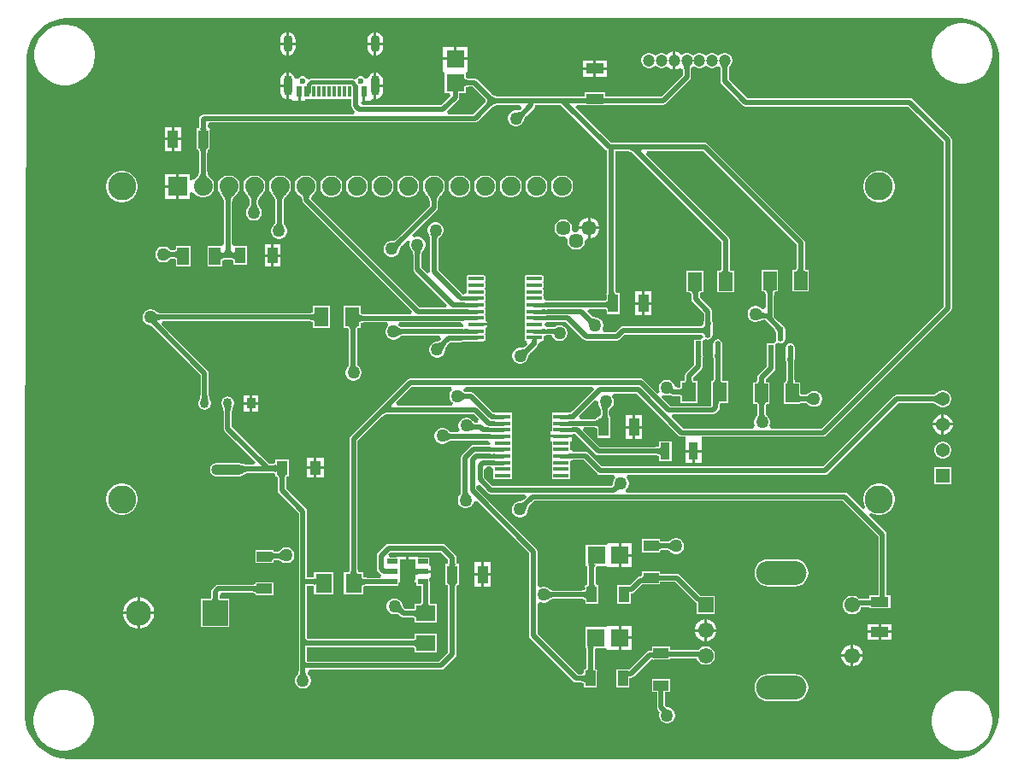
<source format=gtl>
G04*
G04 #@! TF.GenerationSoftware,Altium Limited,Altium Designer,25.7.1 (20)*
G04*
G04 Layer_Physical_Order=1*
G04 Layer_Color=255*
%FSLAX44Y44*%
%MOMM*%
G71*
G04*
G04 #@! TF.SameCoordinates,C553E2C7-41F9-40DB-990B-6D54EA4AAFBF*
G04*
G04*
G04 #@! TF.FilePolarity,Positive*
G04*
G01*
G75*
%ADD16R,1.7540X1.8062*%
%ADD17R,0.6000X1.1400*%
%ADD18R,1.8000X1.0000*%
%ADD19R,1.5000X2.0000*%
%ADD20R,1.0160X0.5000*%
%ADD21R,1.0000X1.8000*%
%ADD22R,1.5000X0.4500*%
%ADD23R,1.1000X1.3500*%
%ADD24R,1.0000X1.6000*%
%ADD25R,0.9500X1.7000*%
%ADD26R,1.8062X1.7540*%
G04:AMPARAMS|DCode=27|XSize=1.56mm|YSize=0.42mm|CornerRadius=0.0525mm|HoleSize=0mm|Usage=FLASHONLY|Rotation=0.000|XOffset=0mm|YOffset=0mm|HoleType=Round|Shape=RoundedRectangle|*
%AMROUNDEDRECTD27*
21,1,1.5600,0.3150,0,0,0.0*
21,1,1.4550,0.4200,0,0,0.0*
1,1,0.1050,0.7275,-0.1575*
1,1,0.1050,-0.7275,-0.1575*
1,1,0.1050,-0.7275,0.1575*
1,1,0.1050,0.7275,0.1575*
%
%ADD27ROUNDEDRECTD27*%
%ADD28R,0.8721X1.0043*%
%ADD29R,1.1500X1.7000*%
%ADD30R,1.3561X1.8582*%
G04:AMPARAMS|DCode=31|XSize=1.0043mm|YSize=0.8721mm|CornerRadius=0.4361mm|HoleSize=0mm|Usage=FLASHONLY|Rotation=270.000|XOffset=0mm|YOffset=0mm|HoleType=Round|Shape=RoundedRectangle|*
%AMROUNDEDRECTD31*
21,1,1.0043,0.0000,0,0,270.0*
21,1,0.1322,0.8721,0,0,270.0*
1,1,0.8721,0.0000,-0.0661*
1,1,0.8721,0.0000,0.0661*
1,1,0.8721,0.0000,0.0661*
1,1,0.8721,0.0000,-0.0661*
%
%ADD31ROUNDEDRECTD31*%
%ADD32R,0.3000X1.1400*%
%ADD33R,1.5000X1.0000*%
G04:AMPARAMS|DCode=34|XSize=1.0043mm|YSize=3.1821mm|CornerRadius=0.4369mm|HoleSize=0mm|Usage=FLASHONLY|Rotation=270.000|XOffset=0mm|YOffset=0mm|HoleType=Round|Shape=RoundedRectangle|*
%AMROUNDEDRECTD34*
21,1,1.0043,2.3084,0,0,270.0*
21,1,0.1306,3.1821,0,0,270.0*
1,1,0.8737,-1.1542,-0.0653*
1,1,0.8737,-1.1542,0.0653*
1,1,0.8737,1.1542,0.0653*
1,1,0.8737,1.1542,-0.0653*
%
%ADD34ROUNDEDRECTD34*%
%ADD35R,1.0000X1.5000*%
G04:AMPARAMS|DCode=36|XSize=1.5242mm|YSize=0.578mm|CornerRadius=0.289mm|HoleSize=0mm|Usage=FLASHONLY|Rotation=90.000|XOffset=0mm|YOffset=0mm|HoleType=Round|Shape=RoundedRectangle|*
%AMROUNDEDRECTD36*
21,1,1.5242,0.0000,0,0,90.0*
21,1,0.9463,0.5780,0,0,90.0*
1,1,0.5780,0.0000,0.4731*
1,1,0.5780,0.0000,-0.4731*
1,1,0.5780,0.0000,-0.4731*
1,1,0.5780,0.0000,0.4731*
%
%ADD36ROUNDEDRECTD36*%
%ADD37R,0.5780X1.5242*%
%ADD38R,1.8582X1.6038*%
%ADD39R,1.6038X1.8582*%
%ADD53C,1.5500*%
%ADD57R,1.5500X1.5500*%
%ADD60C,1.4500*%
G04:AMPARAMS|DCode=62|XSize=2.4mm|YSize=5mm|CornerRadius=1.2mm|HoleSize=0mm|Usage=FLASHONLY|Rotation=270.000|XOffset=0mm|YOffset=0mm|HoleType=Round|Shape=RoundedRectangle|*
%AMROUNDEDRECTD62*
21,1,2.4000,2.6000,0,0,270.0*
21,1,0.0000,5.0000,0,0,270.0*
1,1,2.4000,-1.3000,0.0000*
1,1,2.4000,-1.3000,0.0000*
1,1,2.4000,1.3000,0.0000*
1,1,2.4000,1.3000,0.0000*
%
%ADD62ROUNDEDRECTD62*%
%ADD63C,0.5000*%
%ADD64C,0.4000*%
%ADD65C,0.4000*%
%ADD66C,1.2000*%
%ADD67O,0.9000X2.0000*%
%ADD68O,0.9000X1.7000*%
%ADD69R,1.8796X1.8796*%
%ADD70C,2.5000*%
%ADD71C,1.3700*%
%ADD72C,1.8796*%
%ADD73C,0.6000*%
%ADD74C,2.8000*%
%ADD75R,1.3700X1.3700*%
%ADD76R,2.5000X2.5000*%
%ADD77C,1.2700*%
G36*
X42110Y964490D02*
X927450Y964490D01*
X927450Y964490D01*
X927450Y964490D01*
X930333Y964209D01*
X935311Y963108D01*
X940321Y961287D01*
X945051Y958827D01*
X949419Y955772D01*
X953352Y952172D01*
X956780Y948090D01*
X959647Y943595D01*
X961902Y938764D01*
X963508Y933681D01*
X964436Y928431D01*
X964671Y923105D01*
X964440Y920450D01*
X964440Y275850D01*
X964340D01*
X964340Y275850D01*
X964334Y272836D01*
X963535Y266860D01*
X961964Y261040D01*
X959646Y255475D01*
X956621Y250259D01*
X952942Y245484D01*
X948671Y241229D01*
X943880Y237569D01*
X938654Y234564D01*
X933079Y232268D01*
X927253Y230719D01*
X921274Y229944D01*
X918260Y229950D01*
X918260Y230160D01*
X51270D01*
X51179Y230107D01*
X48180Y229698D01*
X42127Y229670D01*
X36123Y230432D01*
X30269Y231972D01*
X24666Y234262D01*
X19410Y237264D01*
X14591Y240926D01*
X10291Y245186D01*
X6584Y249971D01*
X3534Y255198D01*
X1191Y260780D01*
X-402Y266619D01*
X-811Y269618D01*
X-1250Y492490D01*
X910Y923600D01*
X910Y923600D01*
X959Y926580D01*
X1643Y931622D01*
X3055Y936814D01*
X5133Y941777D01*
X7840Y946426D01*
X11132Y950683D01*
X14951Y954473D01*
X19232Y957732D01*
X23902Y960405D01*
X28880Y962445D01*
X34083Y963818D01*
X39420Y964500D01*
X42110Y964490D01*
D02*
G37*
%LPC*%
G36*
X347490Y950618D02*
Y940490D01*
X353785D01*
Y943220D01*
X353527Y945178D01*
X352771Y947002D01*
X351569Y948569D01*
X350002Y949771D01*
X348178Y950527D01*
X347490Y950618D01*
D02*
G37*
G36*
X260990D02*
Y940490D01*
X267285D01*
Y943220D01*
X267027Y945178D01*
X266271Y947002D01*
X265069Y948569D01*
X263502Y949771D01*
X261678Y950527D01*
X260990Y950618D01*
D02*
G37*
G36*
X344950D02*
X344262Y950527D01*
X342438Y949771D01*
X340871Y948569D01*
X339669Y947002D01*
X338913Y945178D01*
X338655Y943220D01*
Y940490D01*
X344950D01*
Y950618D01*
D02*
G37*
G36*
X258450D02*
X257762Y950527D01*
X255938Y949771D01*
X254371Y948569D01*
X253169Y947002D01*
X252413Y945178D01*
X252155Y943220D01*
Y940490D01*
X258450D01*
Y950618D01*
D02*
G37*
G36*
X641130Y931567D02*
X638926Y930977D01*
X636874Y929792D01*
X635198Y928116D01*
X635031Y928094D01*
X634517Y928607D01*
X632803Y929597D01*
X630890Y930110D01*
X628910D01*
X626997Y929597D01*
X625283Y928607D01*
X623650Y927382D01*
X622017Y928607D01*
X620303Y929597D01*
X618390Y930110D01*
X616410D01*
X614497Y929597D01*
X612783Y928607D01*
X611382Y927207D01*
X610392Y925493D01*
X609880Y923580D01*
Y921600D01*
X610392Y919687D01*
X611382Y917973D01*
X612783Y916572D01*
X614497Y915583D01*
X616410Y915070D01*
X618390D01*
X620303Y915583D01*
X622017Y916572D01*
X623650Y917798D01*
X625283Y916572D01*
X626997Y915583D01*
X628910Y915070D01*
X630890D01*
X632803Y915583D01*
X634517Y916572D01*
X635031Y917086D01*
X635198Y917064D01*
X636874Y915388D01*
X638926Y914203D01*
X641130Y913613D01*
Y922590D01*
Y931567D01*
D02*
G37*
G36*
X353785Y937950D02*
X347490D01*
Y927822D01*
X348178Y927913D01*
X350002Y928669D01*
X351569Y929871D01*
X352771Y931438D01*
X353527Y933262D01*
X353785Y935220D01*
Y937950D01*
D02*
G37*
G36*
X267285D02*
X260990D01*
Y927822D01*
X261678Y927913D01*
X263502Y928669D01*
X265069Y929871D01*
X266271Y931438D01*
X267027Y933262D01*
X267285Y935220D01*
Y937950D01*
D02*
G37*
G36*
X344950D02*
X338655D01*
Y935220D01*
X338913Y933262D01*
X339669Y931438D01*
X340871Y929871D01*
X342438Y928669D01*
X344262Y927913D01*
X344950Y927822D01*
Y937950D01*
D02*
G37*
G36*
X258450D02*
X252155D01*
Y935220D01*
X252413Y933262D01*
X253169Y931438D01*
X254371Y929871D01*
X255938Y928669D01*
X257762Y927913D01*
X258450Y927822D01*
Y937950D01*
D02*
G37*
G36*
X437521Y936141D02*
X426760D01*
Y925641D01*
X437521D01*
Y936141D01*
D02*
G37*
G36*
X424220D02*
X413459D01*
Y925641D01*
X424220D01*
Y936141D01*
D02*
G37*
G36*
X575860Y922630D02*
X565130D01*
Y915900D01*
X575860D01*
Y922630D01*
D02*
G37*
G36*
X562590D02*
X551860D01*
Y915900D01*
X562590D01*
Y922630D01*
D02*
G37*
G36*
X575860Y913360D02*
X565130D01*
Y906630D01*
X575860D01*
Y913360D01*
D02*
G37*
G36*
X562590D02*
X551860D01*
Y906630D01*
X562590D01*
Y913360D01*
D02*
G37*
G36*
X929951Y959660D02*
X925229D01*
X920565Y958921D01*
X916074Y957462D01*
X911867Y955318D01*
X908046Y952543D01*
X904707Y949204D01*
X901932Y945383D01*
X899788Y941176D01*
X898329Y936685D01*
X897590Y932021D01*
Y927299D01*
X898329Y922635D01*
X899788Y918144D01*
X901932Y913937D01*
X904707Y910116D01*
X908046Y906777D01*
X911867Y904002D01*
X916074Y901858D01*
X920565Y900399D01*
X925229Y899660D01*
X929951D01*
X934615Y900399D01*
X939106Y901858D01*
X943313Y904002D01*
X947134Y906777D01*
X950473Y910116D01*
X953248Y913937D01*
X955392Y918144D01*
X956851Y922635D01*
X957590Y927299D01*
Y932021D01*
X956851Y936685D01*
X955392Y941176D01*
X953248Y945383D01*
X950473Y949204D01*
X947134Y952543D01*
X943313Y955318D01*
X939106Y957462D01*
X934615Y958921D01*
X929951Y959660D01*
D02*
G37*
G36*
X347490Y910417D02*
Y898790D01*
X353785D01*
Y903020D01*
X353527Y904978D01*
X352771Y906802D01*
X351569Y908369D01*
X350002Y909571D01*
X348178Y910327D01*
X347490Y910417D01*
D02*
G37*
G36*
X258450D02*
X257762Y910327D01*
X255938Y909571D01*
X254371Y908369D01*
X253169Y906802D01*
X252413Y904978D01*
X252155Y903020D01*
Y898790D01*
X258450D01*
Y910417D01*
D02*
G37*
G36*
X41071Y958270D02*
X36349D01*
X31685Y957531D01*
X27194Y956072D01*
X22987Y953928D01*
X19166Y951153D01*
X15827Y947814D01*
X13052Y943993D01*
X10908Y939786D01*
X9449Y935295D01*
X8710Y930631D01*
Y925909D01*
X9449Y921245D01*
X10908Y916754D01*
X13052Y912547D01*
X15827Y908726D01*
X19166Y905387D01*
X22987Y902612D01*
X27194Y900468D01*
X31685Y899009D01*
X36349Y898270D01*
X41071D01*
X45735Y899009D01*
X50226Y900468D01*
X54433Y902612D01*
X58254Y905387D01*
X61593Y908726D01*
X64368Y912547D01*
X66512Y916754D01*
X67971Y921245D01*
X68710Y925909D01*
Y930631D01*
X67971Y935295D01*
X66512Y939786D01*
X64368Y943993D01*
X61593Y947814D01*
X58254Y951153D01*
X54433Y953928D01*
X50226Y956072D01*
X45735Y957531D01*
X41071Y958270D01*
D02*
G37*
G36*
X643670Y931567D02*
Y922590D01*
Y913613D01*
X645874Y914203D01*
X647453Y915115D01*
X647614Y915169D01*
X647814Y915208D01*
X648095Y915224D01*
X648456Y915186D01*
X649174Y914973D01*
X650470Y914206D01*
X650742Y913962D01*
X650755Y913490D01*
X650801Y913387D01*
Y907858D01*
X629792Y886849D01*
X574380D01*
Y891150D01*
X553340D01*
Y886849D01*
X468674D01*
X468574Y886894D01*
X467651Y886927D01*
X466819Y887020D01*
X466021Y887172D01*
X465252Y887384D01*
X464512Y887655D01*
X463796Y887987D01*
X463103Y888380D01*
X462431Y888837D01*
X461778Y889360D01*
X461101Y889990D01*
X460998Y890028D01*
X459408Y891618D01*
X447280Y903747D01*
X445950Y904636D01*
X444381Y904948D01*
X439637D01*
X439534Y904994D01*
X438634Y905017D01*
X437898Y905082D01*
X437290Y905183D01*
X436818Y905311D01*
X436486Y905446D01*
X436289Y905567D01*
X436202Y905648D01*
X436174Y905690D01*
X436157Y905739D01*
X436127Y906021D01*
X436041Y906179D01*
X436041Y910215D01*
X437521Y912601D01*
X437521Y913525D01*
Y923101D01*
X425490D01*
X413459D01*
Y913525D01*
X413459Y912601D01*
X414939Y910215D01*
X414939Y909602D01*
Y890559D01*
X420187D01*
X420892Y887559D01*
X411742Y878409D01*
X333939D01*
X332146Y881278D01*
X332521Y882199D01*
X333216Y883020D01*
X333700D01*
Y891720D01*
X336240D01*
Y883020D01*
X340970D01*
Y883020D01*
X343970Y884834D01*
X344262Y884713D01*
X344950Y884622D01*
Y897520D01*
Y910417D01*
X344262Y910327D01*
X342438Y909571D01*
X340871Y908369D01*
X339669Y906802D01*
X338932Y905023D01*
X338782Y904964D01*
X335843Y904640D01*
X335702Y904980D01*
X334430Y906252D01*
X332769Y906940D01*
X330971D01*
X329310Y906252D01*
X328038Y904980D01*
X324801Y904256D01*
X323428Y904529D01*
X282512D01*
X281139Y904256D01*
X277902Y904980D01*
X276630Y906252D01*
X274969Y906940D01*
X273171D01*
X271510Y906252D01*
X270238Y904980D01*
X270097Y904640D01*
X267158Y904964D01*
X267008Y905023D01*
X266271Y906802D01*
X265069Y908369D01*
X263502Y909571D01*
X261678Y910327D01*
X260990Y910417D01*
Y897520D01*
Y884622D01*
X261678Y884713D01*
X261970Y884834D01*
X264970Y883020D01*
Y883020D01*
X269700D01*
Y891720D01*
X272240D01*
Y883020D01*
X276970D01*
Y884500D01*
X322660D01*
X322820Y881945D01*
X322825Y881042D01*
X322871Y880932D01*
Y877239D01*
X323183Y875670D01*
X324072Y874341D01*
X326014Y872399D01*
X324771Y869399D01*
X176959D01*
X175390Y869087D01*
X174061Y868198D01*
X173032Y867169D01*
X172143Y865840D01*
X171831Y864271D01*
Y858985D01*
X171785Y858882D01*
X171762Y857982D01*
X171698Y857245D01*
X171597Y856635D01*
X171471Y856161D01*
X171336Y855827D01*
X171217Y855630D01*
X171139Y855545D01*
X171101Y855519D01*
X171061Y855505D01*
X170786Y855476D01*
X170786Y855475D01*
X170629Y855390D01*
X169410D01*
X169315Y853839D01*
X169331Y853801D01*
X169324Y853665D01*
X169410Y853508D01*
Y836237D01*
X169325Y836084D01*
X169332Y835942D01*
X169315Y835900D01*
X169410Y834350D01*
X170624D01*
X170777Y834266D01*
X170777Y834265D01*
X171018Y834238D01*
X171025Y834236D01*
X171044Y834223D01*
X171114Y834142D01*
X171228Y833943D01*
X171359Y833603D01*
X171480Y833121D01*
X171576Y832505D01*
X171638Y831762D01*
X171660Y830860D01*
X171706Y830756D01*
Y812589D01*
X171662Y812496D01*
X171625Y811779D01*
X171527Y811144D01*
X171361Y810501D01*
X171125Y809848D01*
X170814Y809182D01*
X170426Y808502D01*
X169958Y807810D01*
X169408Y807106D01*
X168773Y806391D01*
X168025Y805639D01*
X167904Y805344D01*
X166943Y804384D01*
X163073Y803638D01*
X162678Y803889D01*
Y810078D01*
X151550D01*
Y797680D01*
Y785282D01*
X162678D01*
Y791471D01*
X163073Y791722D01*
X166943Y790976D01*
X168976Y788943D01*
X171466Y787506D01*
X174243Y786762D01*
X177117D01*
X179894Y787506D01*
X182384Y788943D01*
X184417Y790976D01*
X185854Y793466D01*
X186598Y796243D01*
Y799117D01*
X185854Y801894D01*
X184417Y804384D01*
X183652Y805149D01*
X183543Y805433D01*
X182806Y806214D01*
X182179Y806953D01*
X181635Y807679D01*
X181171Y808391D01*
X180787Y809086D01*
X180480Y809765D01*
X180245Y810428D01*
X180081Y811077D01*
X179984Y811714D01*
X179948Y812426D01*
X179904Y812520D01*
Y830754D01*
X179950Y830857D01*
X179973Y831757D01*
X180038Y832493D01*
X180140Y833101D01*
X180267Y833573D01*
X180403Y833905D01*
X180523Y834102D01*
X180604Y834189D01*
X180646Y834217D01*
X180695Y834235D01*
X180977Y834264D01*
X180977Y834264D01*
X181135Y834350D01*
X182450Y834350D01*
X182450Y835900D01*
X182450Y835901D01*
X182450Y837350D01*
Y853508D01*
X182536Y853665D01*
X182529Y853801D01*
X182545Y853839D01*
X182450Y855390D01*
X181231D01*
X181097Y855463D01*
X180137Y858282D01*
X181767Y861201D01*
X445030D01*
X446599Y861513D01*
X447928Y862402D01*
X460998Y875472D01*
X461101Y875510D01*
X461778Y876140D01*
X462431Y876663D01*
X463103Y877120D01*
X463796Y877513D01*
X464512Y877845D01*
X465252Y878116D01*
X466021Y878328D01*
X466819Y878480D01*
X467651Y878573D01*
X468574Y878606D01*
X468674Y878651D01*
X489624D01*
X491485Y875679D01*
X491017Y874395D01*
X490597Y874003D01*
X490230Y873710D01*
X489879Y873476D01*
X489543Y873296D01*
X489222Y873165D01*
X488914Y873076D01*
X488613Y873027D01*
X488310Y873015D01*
X487999Y873038D01*
X487585Y873118D01*
X487323Y873064D01*
X486776Y873210D01*
X484704D01*
X482702Y872674D01*
X480908Y871638D01*
X479442Y870172D01*
X478406Y868378D01*
X477870Y866376D01*
Y864304D01*
X478406Y862302D01*
X479442Y860508D01*
X480908Y859042D01*
X482702Y858006D01*
X484704Y857470D01*
X486776D01*
X488778Y858006D01*
X490572Y859042D01*
X492038Y860508D01*
X493074Y862302D01*
X493330Y863257D01*
X493523Y863512D01*
X493643Y863972D01*
X493777Y864378D01*
X493939Y864780D01*
X494129Y865181D01*
X494348Y865580D01*
X494597Y865979D01*
X494865Y866359D01*
X495547Y867184D01*
X495936Y867590D01*
X495977Y867697D01*
X503608Y875328D01*
X504497Y876658D01*
X504809Y878226D01*
Y878651D01*
X530302D01*
X575002Y833951D01*
X575931Y833330D01*
Y696000D01*
X575885Y695895D01*
X575830Y693395D01*
X575749Y692410D01*
X575360Y692410D01*
X575265Y690860D01*
X575360Y690631D01*
X575360Y689410D01*
Y685850D01*
X575274Y685692D01*
X575245Y685410D01*
X575228Y685361D01*
X575199Y685319D01*
X575112Y685238D01*
X574915Y685118D01*
X574583Y684982D01*
X574111Y684855D01*
X573503Y684753D01*
X572767Y684688D01*
X571867Y684665D01*
X571764Y684619D01*
X516360D01*
X515813Y684510D01*
X515268Y684667D01*
X513609Y685884D01*
X512920Y687132D01*
Y688495D01*
X512761Y689293D01*
X512393Y690170D01*
X512761Y691047D01*
X512920Y691845D01*
Y694995D01*
X512761Y695793D01*
X512309Y696469D01*
Y696871D01*
X512761Y697547D01*
X512920Y698345D01*
Y701495D01*
X512761Y702293D01*
X512393Y703170D01*
X512761Y704047D01*
X512920Y704845D01*
Y707995D01*
X512761Y708793D01*
X512309Y709469D01*
X511633Y709921D01*
X510835Y710080D01*
X496285D01*
X495487Y709921D01*
X494811Y709469D01*
X494359Y708793D01*
X494200Y707995D01*
Y704845D01*
X494359Y704047D01*
X494726Y703170D01*
X494359Y702293D01*
X494200Y701495D01*
Y698345D01*
X494359Y697547D01*
X494811Y696871D01*
Y696469D01*
X494359Y695793D01*
X494200Y694995D01*
Y691845D01*
X494359Y691047D01*
X494726Y690170D01*
X494359Y689293D01*
X494200Y688495D01*
Y685345D01*
X494359Y684547D01*
X494811Y683871D01*
Y683469D01*
X494359Y682793D01*
X494200Y681995D01*
Y678845D01*
X494359Y678047D01*
X494726Y677170D01*
X494359Y676293D01*
X494200Y675495D01*
Y672345D01*
X494359Y671547D01*
X494726Y670670D01*
X494359Y669793D01*
X494200Y668995D01*
Y665845D01*
X494359Y665047D01*
X494726Y664170D01*
X494359Y663293D01*
X494200Y662495D01*
Y659345D01*
X494359Y658547D01*
X494811Y657871D01*
Y657469D01*
X494359Y656793D01*
X494200Y655995D01*
Y652845D01*
X494359Y652047D01*
X494726Y651170D01*
X494359Y650293D01*
X494200Y649495D01*
Y646345D01*
X494359Y645547D01*
X494811Y644871D01*
X495487Y644419D01*
X495723Y644372D01*
X496556Y642832D01*
X496853Y641260D01*
X494980Y639387D01*
X494949Y639380D01*
X494902Y639309D01*
X494855Y639261D01*
X494752Y639222D01*
X494332Y638831D01*
X493962Y638534D01*
X493603Y638292D01*
X493255Y638100D01*
X492918Y637955D01*
X492589Y637852D01*
X492264Y637788D01*
X491936Y637760D01*
X491600Y637769D01*
X491167Y637826D01*
X490990Y637779D01*
X490836Y637820D01*
X488764D01*
X486762Y637284D01*
X484968Y636248D01*
X483502Y634782D01*
X482466Y632988D01*
X481930Y630986D01*
Y628914D01*
X482466Y626912D01*
X483502Y625118D01*
X484968Y623652D01*
X486762Y622616D01*
X488764Y622080D01*
X490836D01*
X492838Y622616D01*
X494632Y623652D01*
X496098Y625118D01*
X497134Y626912D01*
X497524Y628369D01*
X497680Y628602D01*
X497774Y629072D01*
X497885Y629482D01*
X498025Y629885D01*
X498195Y630285D01*
X498396Y630683D01*
X498629Y631078D01*
X498894Y631472D01*
X499194Y631865D01*
X499529Y632257D01*
X499928Y632677D01*
X499969Y632783D01*
X506458Y639272D01*
X507347Y640601D01*
X507659Y642170D01*
X510302Y644260D01*
X510835D01*
X511633Y644419D01*
X512309Y644871D01*
X512761Y645547D01*
X512920Y646345D01*
Y649002D01*
X514771Y650191D01*
X515766Y650565D01*
X516990Y650321D01*
X520813D01*
X521209Y650057D01*
X521466Y650005D01*
X521646Y649332D01*
X522682Y647538D01*
X524148Y646072D01*
X525942Y645036D01*
X527944Y644500D01*
X530016D01*
X532018Y645036D01*
X533812Y646072D01*
X535278Y647538D01*
X536314Y649332D01*
X536850Y651334D01*
Y653406D01*
X536314Y655408D01*
X535278Y657202D01*
X533812Y658668D01*
X532018Y659704D01*
X530016Y660240D01*
X527944D01*
X525942Y659704D01*
X524148Y658668D01*
X523701Y658221D01*
X522201Y658519D01*
X516990D01*
X516180Y658358D01*
X513894Y660358D01*
X513944Y661371D01*
X516560Y663321D01*
X535382D01*
X552422Y646282D01*
X553751Y645393D01*
X555320Y645081D01*
X585940D01*
X587509Y645393D01*
X588838Y646282D01*
X593508Y650951D01*
X667978D01*
X668080Y650905D01*
X668925Y650882D01*
X669617Y650818D01*
X670059Y650741D01*
X670472Y650037D01*
X671005Y648721D01*
X671037Y648555D01*
X670624Y647936D01*
X668751Y645987D01*
X662100Y645987D01*
Y630705D01*
X662100Y629484D01*
X662005Y629256D01*
X662100Y627705D01*
X662211D01*
X662361Y625154D01*
X662365Y624249D01*
X662411Y624138D01*
Y621498D01*
X654181Y613268D01*
X653292Y611938D01*
X652980Y610369D01*
Y608547D01*
X652934Y608444D01*
X652911Y607544D01*
X652846Y606809D01*
X652745Y606201D01*
X652617Y605728D01*
X652481Y605396D01*
X652361Y605199D01*
X652280Y605112D01*
X652238Y605084D01*
X652189Y605066D01*
X651907Y605037D01*
X651749Y604951D01*
X648779D01*
Y599470D01*
X648693Y599312D01*
X648663Y599030D01*
X648646Y598982D01*
X648618Y598939D01*
X648531Y598858D01*
X648334Y598738D01*
X648002Y598602D01*
X647529Y598475D01*
X646921Y598373D01*
X646186Y598308D01*
X645900Y598301D01*
X644617Y598658D01*
X642749Y599700D01*
X642364Y601138D01*
X641328Y602932D01*
X639862Y604398D01*
X638068Y605434D01*
X636066Y605970D01*
X633994D01*
X631992Y605434D01*
X630198Y604398D01*
X628732Y602932D01*
X627696Y601138D01*
X627160Y599136D01*
Y597064D01*
X627696Y595062D01*
X628063Y594426D01*
X625663Y592584D01*
X612279Y605968D01*
X610949Y606857D01*
X609381Y607169D01*
X380740D01*
X379171Y606857D01*
X377842Y605968D01*
X351283Y579409D01*
X351203Y579385D01*
X351140Y579267D01*
X321862Y549988D01*
X320973Y548659D01*
X320661Y547090D01*
Y418597D01*
X320615Y418494D01*
X320592Y417594D01*
X320527Y416859D01*
X320425Y416251D01*
X320298Y415778D01*
X320162Y415446D01*
X320042Y415249D01*
X319961Y415162D01*
X319918Y415134D01*
X319870Y415117D01*
X319588Y415087D01*
X319430Y415001D01*
X315221D01*
Y393379D01*
X334299D01*
Y400390D01*
X334384Y400548D01*
X334414Y400830D01*
X334431Y400878D01*
X334460Y400921D01*
X334547Y401002D01*
X334744Y401122D01*
X335075Y401258D01*
X335548Y401385D01*
X336156Y401487D01*
X336892Y401552D01*
X337792Y401575D01*
X337895Y401621D01*
X362910D01*
X363306Y401700D01*
X369510D01*
Y404880D01*
X370650D01*
Y427880D01*
X376880D01*
Y430880D01*
X367650D01*
Y430060D01*
X360299D01*
X359057Y433060D01*
X361108Y435111D01*
X411222D01*
X418511Y427822D01*
Y427225D01*
X418465Y427122D01*
X418442Y426222D01*
X418378Y425485D01*
X418277Y424875D01*
X418151Y424401D01*
X418016Y424067D01*
X417897Y423871D01*
X417819Y423785D01*
X417781Y423759D01*
X417741Y423745D01*
X417466Y423716D01*
X417466Y423715D01*
X417309Y423630D01*
X416090D01*
X415995Y422080D01*
X416011Y422041D01*
X416004Y421905D01*
X416090Y421748D01*
Y404472D01*
X416004Y404315D01*
X416011Y404179D01*
X415995Y404141D01*
X416090Y402590D01*
X417309D01*
X417466Y402505D01*
X417466Y402504D01*
X417741Y402475D01*
X417781Y402461D01*
X417819Y402435D01*
X417897Y402350D01*
X418016Y402152D01*
X418151Y401819D01*
X418277Y401345D01*
X418378Y400735D01*
X418442Y399998D01*
X418465Y399098D01*
X418511Y398995D01*
Y335598D01*
X409652Y326739D01*
X279237D01*
X278709Y327267D01*
Y340905D01*
X381653D01*
X381756Y340859D01*
X382656Y340835D01*
X383391Y340771D01*
X383999Y340669D01*
X384472Y340542D01*
X384804Y340406D01*
X385001Y340286D01*
X385088Y340205D01*
X385116Y340162D01*
X385134Y340114D01*
X385163Y339832D01*
X385249Y339674D01*
Y335465D01*
X406871D01*
Y354543D01*
X385249D01*
Y350334D01*
X385163Y350176D01*
X385134Y349894D01*
X385116Y349845D01*
X385088Y349803D01*
X385001Y349722D01*
X384804Y349602D01*
X384472Y349466D01*
X383999Y349338D01*
X383391Y349237D01*
X382656Y349172D01*
X381756Y349149D01*
X381653Y349103D01*
X279464D01*
X278709Y349858D01*
Y401951D01*
X282113D01*
X282216Y401905D01*
X283116Y401882D01*
X283852Y401817D01*
X284459Y401715D01*
X284932Y401588D01*
X285264Y401452D01*
X285461Y401332D01*
X285548Y401251D01*
X285576Y401208D01*
X285593Y401160D01*
X285623Y400878D01*
X285709Y400720D01*
Y393379D01*
X304786D01*
Y415001D01*
X285709D01*
Y411380D01*
X285623Y411222D01*
X285593Y410940D01*
X285576Y410891D01*
X285548Y410849D01*
X285461Y410768D01*
X285264Y410648D01*
X284932Y410512D01*
X284459Y410385D01*
X283852Y410283D01*
X283116Y410218D01*
X282216Y410195D01*
X282113Y410149D01*
X278709D01*
Y475660D01*
X278397Y477229D01*
X277508Y478558D01*
X257939Y498128D01*
Y506894D01*
X257985Y506997D01*
X258008Y507897D01*
X258073Y508633D01*
X258175Y509240D01*
X258302Y509713D01*
X258438Y510045D01*
X258558Y510242D01*
X258639Y510329D01*
X258682Y510357D01*
X258730Y510374D01*
X259012Y510404D01*
X259170Y510490D01*
X260860D01*
Y527030D01*
X246820D01*
Y524090D01*
X246734Y523932D01*
X246705Y523650D01*
X246688Y523601D01*
X246659Y523559D01*
X246572Y523478D01*
X246375Y523358D01*
X246043Y523222D01*
X245571Y523095D01*
X244963Y522993D01*
X244227Y522928D01*
X243327Y522905D01*
X243224Y522859D01*
X241060D01*
X204309Y559610D01*
Y573582D01*
X204355Y573688D01*
X204369Y574434D01*
X204482Y575851D01*
X204573Y576463D01*
X204850Y577721D01*
X205017Y578271D01*
X205214Y578815D01*
X205436Y579333D01*
X205703Y579871D01*
X205706Y579909D01*
X205749Y579975D01*
X205874Y580602D01*
X205875Y580604D01*
X205875Y580605D01*
X206206Y582269D01*
Y583591D01*
X205749Y585885D01*
X204450Y587830D01*
X202505Y589130D01*
X200210Y589587D01*
X197915Y589130D01*
X195970Y587830D01*
X194671Y585885D01*
X194214Y583591D01*
Y582269D01*
X194545Y580605D01*
X194545Y580604D01*
X194546Y580602D01*
X194671Y579975D01*
X194714Y579909D01*
X194717Y579871D01*
X194985Y579333D01*
X195206Y578815D01*
X195404Y578270D01*
X195570Y577721D01*
X195848Y576463D01*
X195938Y575851D01*
X196051Y574434D01*
X196065Y573688D01*
X196111Y573582D01*
Y557912D01*
X196423Y556343D01*
X197312Y555014D01*
X227560Y524765D01*
X226412Y521994D01*
X220271D01*
X220164Y522040D01*
X219373Y522053D01*
X217905Y522152D01*
X217282Y522231D01*
X216054Y522471D01*
X215542Y522613D01*
X215053Y522779D01*
X214605Y522962D01*
X214144Y523188D01*
X214110Y523190D01*
X214050Y523230D01*
X211752Y523687D01*
X188668D01*
X186370Y523230D01*
X184422Y521928D01*
X183121Y519981D01*
X182664Y517683D01*
Y516377D01*
X183121Y514080D01*
X184422Y512132D01*
X186370Y510830D01*
X188668Y510373D01*
X211752D01*
X214050Y510830D01*
X215081Y511519D01*
X215353Y511593D01*
X215928Y512037D01*
X216468Y512404D01*
X217011Y512724D01*
X217558Y512999D01*
X218110Y513229D01*
X218667Y513416D01*
X219232Y513562D01*
X219806Y513665D01*
X220391Y513728D01*
X221045Y513751D01*
X221145Y513796D01*
X221161D01*
X221263Y513773D01*
X221300Y513796D01*
X243224D01*
X243327Y513750D01*
X244227Y513727D01*
X244963Y513662D01*
X245571Y513560D01*
X246043Y513433D01*
X246375Y513297D01*
X246572Y513177D01*
X246659Y513096D01*
X246688Y513054D01*
X246705Y513005D01*
X246734Y512723D01*
X246820Y512565D01*
Y510490D01*
X248510D01*
X248668Y510404D01*
X248950Y510374D01*
X248999Y510357D01*
X249041Y510329D01*
X249122Y510242D01*
X249242Y510045D01*
X249378Y509713D01*
X249505Y509240D01*
X249607Y508633D01*
X249672Y507897D01*
X249695Y506997D01*
X249741Y506894D01*
Y496430D01*
X250053Y494861D01*
X250942Y493532D01*
X270511Y473962D01*
Y406320D01*
Y348160D01*
Y325569D01*
Y317632D01*
X270466Y317531D01*
X270448Y316957D01*
X270400Y316467D01*
X270322Y316010D01*
X270217Y315585D01*
X270084Y315189D01*
X269925Y314821D01*
X269739Y314476D01*
X269526Y314153D01*
X269283Y313847D01*
X268961Y313506D01*
X268853Y313223D01*
X268282Y312652D01*
X267246Y310858D01*
X266710Y308856D01*
Y306784D01*
X267246Y304782D01*
X268282Y302988D01*
X269748Y301522D01*
X271542Y300486D01*
X273544Y299950D01*
X275616D01*
X277618Y300486D01*
X279412Y301522D01*
X280878Y302988D01*
X281914Y304782D01*
X282450Y306784D01*
Y308856D01*
X281914Y310858D01*
X280878Y312652D01*
X280356Y313174D01*
X280252Y313453D01*
X279932Y313798D01*
X279691Y314107D01*
X279478Y314435D01*
X279293Y314783D01*
X279134Y315155D01*
X279002Y315553D01*
X279825Y317247D01*
X280150Y317690D01*
X280501Y318020D01*
X281076Y318382D01*
X281495Y318541D01*
X411350D01*
X412919Y318853D01*
X414248Y319742D01*
X425508Y331002D01*
X426397Y332331D01*
X426709Y333900D01*
Y398995D01*
X426755Y399098D01*
X426778Y399998D01*
X426842Y400735D01*
X426943Y401345D01*
X427069Y401819D01*
X427204Y402153D01*
X427323Y402350D01*
X427401Y402435D01*
X427439Y402461D01*
X427480Y402475D01*
X427754Y402505D01*
X427754Y402505D01*
X427911Y402590D01*
X429130D01*
X429225Y404141D01*
X429209Y404179D01*
X429216Y404315D01*
X429130Y404472D01*
Y421748D01*
X429216Y421905D01*
X429209Y422041D01*
X429225Y422080D01*
X429130Y423630D01*
X427911D01*
X427754Y423715D01*
X427754Y423716D01*
X427480Y423745D01*
X427439Y423759D01*
X427401Y423785D01*
X427323Y423871D01*
X427204Y424067D01*
X427069Y424401D01*
X426943Y424875D01*
X426842Y425485D01*
X426778Y426222D01*
X426755Y427122D01*
X426709Y427225D01*
Y429520D01*
X426397Y431088D01*
X425508Y432418D01*
X415818Y442108D01*
X414489Y442997D01*
X412920Y443309D01*
X359410D01*
X357841Y442997D01*
X356512Y442108D01*
X348952Y434548D01*
X348063Y433219D01*
X347751Y431650D01*
Y418809D01*
X348063Y417240D01*
X348952Y415911D01*
X351881Y412982D01*
X352124Y412819D01*
X351214Y409819D01*
X337895D01*
X337792Y409865D01*
X336892Y409888D01*
X336156Y409953D01*
X335548Y410055D01*
X335076Y410182D01*
X334744Y410318D01*
X334547Y410438D01*
X334460Y410519D01*
X334431Y410561D01*
X334414Y410610D01*
X334384Y410892D01*
X334299Y411050D01*
Y415001D01*
X330090D01*
X329932Y415087D01*
X329650Y415117D01*
X329602Y415134D01*
X329559Y415162D01*
X329478Y415249D01*
X329358Y415446D01*
X329222Y415778D01*
X329095Y416251D01*
X328993Y416859D01*
X328928Y417594D01*
X328905Y418494D01*
X328859Y418597D01*
Y545392D01*
X352489Y569023D01*
X352570Y569048D01*
X352593Y569092D01*
X352641Y569110D01*
X353318Y569740D01*
X353971Y570263D01*
X354643Y570720D01*
X355336Y571113D01*
X356052Y571445D01*
X356792Y571716D01*
X357561Y571928D01*
X358359Y572080D01*
X359191Y572173D01*
X360115Y572206D01*
X360214Y572251D01*
X443792D01*
X448503Y567540D01*
X447940Y564015D01*
X446834Y563291D01*
X446260Y563311D01*
X445794Y563363D01*
X445380Y563447D01*
X445015Y563557D01*
X444695Y563690D01*
X444415Y563846D01*
X444167Y564025D01*
X443944Y564230D01*
X443741Y564466D01*
X443504Y564815D01*
X443281Y564962D01*
X442998Y565452D01*
X441532Y566918D01*
X439738Y567954D01*
X437736Y568490D01*
X435664D01*
X433662Y567954D01*
X431868Y566918D01*
X430402Y565452D01*
X429366Y563658D01*
X428830Y561656D01*
Y559584D01*
X429366Y557582D01*
X429703Y556999D01*
X428206Y554048D01*
X428143Y553999D01*
X422978D01*
X422908Y554036D01*
X422850Y554019D01*
X422794Y554044D01*
X422220Y554063D01*
X421741Y554114D01*
X421301Y554194D01*
X420899Y554304D01*
X420532Y554440D01*
X420196Y554602D01*
X419888Y554790D01*
X419602Y555006D01*
X419335Y555252D01*
X419033Y555591D01*
X418792Y555707D01*
X417702Y556798D01*
X415908Y557834D01*
X413906Y558370D01*
X411834D01*
X409832Y557834D01*
X408038Y556798D01*
X406572Y555332D01*
X405536Y553538D01*
X405000Y551536D01*
Y549464D01*
X405536Y547462D01*
X406572Y545668D01*
X408038Y544202D01*
X409832Y543166D01*
X411834Y542630D01*
X413906D01*
X415908Y543166D01*
X417702Y544202D01*
X417801Y544301D01*
X417977Y544350D01*
X418354Y544644D01*
X418698Y544872D01*
X419059Y545074D01*
X419438Y545250D01*
X419840Y545400D01*
X420264Y545525D01*
X420713Y545624D01*
X421189Y545695D01*
X421691Y545739D01*
X422268Y545755D01*
X422370Y545801D01*
X458105D01*
X460608Y543478D01*
X459980Y541659D01*
X443908D01*
X442340Y541347D01*
X441010Y540458D01*
X432473Y531921D01*
X431584Y530591D01*
X431272Y529023D01*
Y496148D01*
X431227Y496046D01*
X431210Y495470D01*
X431166Y494967D01*
X431094Y494492D01*
X430995Y494044D01*
X430869Y493621D01*
X430719Y493222D01*
X430542Y492843D01*
X430340Y492484D01*
X430111Y492142D01*
X429814Y491767D01*
X429762Y491582D01*
X429642Y491462D01*
X428606Y489668D01*
X428070Y487666D01*
Y485594D01*
X428606Y483592D01*
X429642Y481798D01*
X431108Y480332D01*
X432902Y479296D01*
X434904Y478760D01*
X436976D01*
X438978Y479296D01*
X440772Y480332D01*
X442238Y481798D01*
X443274Y483592D01*
X443655Y485016D01*
X445364Y485858D01*
X446810Y486104D01*
X498721Y434192D01*
Y352340D01*
X499033Y350771D01*
X499922Y349442D01*
X542322Y307042D01*
X543652Y306153D01*
X545220Y305841D01*
X549324D01*
X549427Y305795D01*
X550327Y305772D01*
X551063Y305707D01*
X551671Y305605D01*
X552143Y305478D01*
X552475Y305342D01*
X552672Y305222D01*
X552759Y305141D01*
X552788Y305099D01*
X552805Y305050D01*
X552834Y304768D01*
X552920Y304610D01*
Y300920D01*
X565960D01*
Y317078D01*
X566046Y317235D01*
X566039Y317371D01*
X566055Y317409D01*
X565960Y318960D01*
X564741D01*
X564584Y319045D01*
X564584Y319046D01*
X564310Y319075D01*
X564269Y319089D01*
X564231Y319115D01*
X564153Y319200D01*
X564034Y319398D01*
X563899Y319731D01*
X563773Y320205D01*
X563672Y320815D01*
X563608Y321552D01*
X563585Y322452D01*
X563539Y322555D01*
Y336093D01*
X563585Y336196D01*
X563608Y337096D01*
X563673Y337831D01*
X563775Y338439D01*
X563902Y338912D01*
X564038Y339244D01*
X564158Y339441D01*
X564239Y339528D01*
X564281Y339556D01*
X564330Y339574D01*
X564612Y339603D01*
X564770Y339689D01*
X574305Y339689D01*
X576692Y338209D01*
X577616Y338209D01*
X587191D01*
Y350240D01*
Y362271D01*
X577616D01*
X576692Y362271D01*
X574305Y360791D01*
X573691Y360791D01*
X554649D01*
Y342689D01*
X554649Y341468D01*
X554554Y341240D01*
X554649Y339689D01*
X555125D01*
X555288Y337131D01*
X555295Y336227D01*
X555341Y336117D01*
Y322555D01*
X555295Y322452D01*
X555272Y321552D01*
X555208Y320815D01*
X555107Y320205D01*
X554981Y319731D01*
X554846Y319397D01*
X554727Y319200D01*
X554649Y319115D01*
X554611Y319089D01*
X554571Y319075D01*
X554296Y319046D01*
X554296Y319045D01*
X554139Y318960D01*
X552920Y318960D01*
X552825Y317409D01*
X552841Y317371D01*
X552835Y317235D01*
X552580Y316194D01*
X551903Y314337D01*
X551671Y314275D01*
X551063Y314173D01*
X550327Y314108D01*
X549427Y314085D01*
X549324Y314039D01*
X546918D01*
X506919Y354038D01*
Y384039D01*
X509919Y385771D01*
X510152Y385636D01*
X512154Y385100D01*
X514226D01*
X516228Y385636D01*
X518022Y386672D01*
X518568Y387219D01*
X518850Y387325D01*
X519192Y387645D01*
X519500Y387888D01*
X519826Y388101D01*
X520172Y388286D01*
X520542Y388445D01*
X520939Y388577D01*
X521366Y388683D01*
X521824Y388760D01*
X522314Y388808D01*
X522888Y388825D01*
X522989Y388871D01*
X550584D01*
X550687Y388825D01*
X551587Y388802D01*
X552323Y388737D01*
X552930Y388635D01*
X553403Y388508D01*
X553735Y388372D01*
X553932Y388252D01*
X554019Y388171D01*
X554048Y388129D01*
X554065Y388080D01*
X554094Y387798D01*
X554180Y387640D01*
Y384340D01*
X567220D01*
Y400498D01*
X567306Y400655D01*
X567299Y400791D01*
X567315Y400830D01*
X567220Y402380D01*
X566001D01*
X565844Y402465D01*
X565844Y402466D01*
X565570Y402495D01*
X565529Y402509D01*
X565491Y402535D01*
X565413Y402621D01*
X565294Y402817D01*
X565159Y403151D01*
X565033Y403625D01*
X564932Y404235D01*
X564868Y404972D01*
X564845Y405872D01*
X564799Y405975D01*
Y417933D01*
X564845Y418036D01*
X564868Y418936D01*
X564933Y419672D01*
X565035Y420280D01*
X565162Y420752D01*
X565298Y421084D01*
X565418Y421281D01*
X565499Y421368D01*
X565541Y421396D01*
X565590Y421414D01*
X565872Y421443D01*
X566030Y421529D01*
X574615Y421529D01*
X577001Y420049D01*
X577925Y420049D01*
X587501D01*
Y432080D01*
Y444111D01*
X577925D01*
X577001Y444111D01*
X574615Y442631D01*
X574002Y442631D01*
X554959D01*
Y424529D01*
X554959Y423456D01*
X554884Y423333D01*
X554892Y423146D01*
X554864Y423079D01*
X554959Y421529D01*
X556120D01*
X556124Y421522D01*
X556218Y421294D01*
X556324Y420912D01*
X556415Y420412D01*
X556539Y418946D01*
X556555Y418050D01*
X556601Y417944D01*
Y405975D01*
X556555Y405872D01*
X556532Y404972D01*
X556468Y404235D01*
X556367Y403625D01*
X556241Y403151D01*
X556106Y402817D01*
X555987Y402621D01*
X555909Y402535D01*
X555871Y402509D01*
X555830Y402495D01*
X555556Y402466D01*
X555556Y402465D01*
X555399Y402380D01*
X554180D01*
X554085Y400830D01*
X554101Y400791D01*
X554094Y400655D01*
X554180Y400498D01*
Y398300D01*
X554094Y398142D01*
X554065Y397860D01*
X554048Y397812D01*
X554019Y397769D01*
X553932Y397688D01*
X553735Y397568D01*
X553403Y397432D01*
X552931Y397305D01*
X552323Y397203D01*
X551587Y397138D01*
X550687Y397115D01*
X550584Y397069D01*
X522989D01*
X522888Y397114D01*
X522314Y397132D01*
X521824Y397180D01*
X521365Y397257D01*
X520939Y397363D01*
X520542Y397495D01*
X520172Y397654D01*
X519826Y397840D01*
X519500Y398052D01*
X519192Y398295D01*
X518850Y398615D01*
X518568Y398722D01*
X518022Y399268D01*
X516228Y400304D01*
X514226Y400840D01*
X512154D01*
X510152Y400304D01*
X509919Y400169D01*
X506919Y401901D01*
Y435890D01*
X506607Y437459D01*
X505718Y438788D01*
X446559Y497948D01*
Y500762D01*
X449559Y502005D01*
X457772Y493792D01*
X459101Y492903D01*
X460670Y492591D01*
X494655D01*
X495803Y489820D01*
X493511Y487528D01*
X493407Y487488D01*
X492988Y487095D01*
X492608Y486781D01*
X492230Y486512D01*
X491853Y486286D01*
X491479Y486099D01*
X491105Y485949D01*
X490729Y485835D01*
X490348Y485756D01*
X489959Y485709D01*
X489490Y485694D01*
X489216Y485570D01*
X488444D01*
X486442Y485034D01*
X484648Y483998D01*
X483182Y482532D01*
X482146Y480738D01*
X481610Y478736D01*
Y476664D01*
X482146Y474662D01*
X483182Y472868D01*
X484648Y471402D01*
X486442Y470366D01*
X488444Y469830D01*
X490516D01*
X492518Y470366D01*
X494312Y471402D01*
X495778Y472868D01*
X496814Y474662D01*
X497350Y476664D01*
Y477436D01*
X497474Y477710D01*
X497489Y478179D01*
X497536Y478568D01*
X497615Y478949D01*
X497729Y479325D01*
X497879Y479699D01*
X498066Y480074D01*
X498292Y480450D01*
X498561Y480828D01*
X498875Y481208D01*
X499268Y481627D01*
X499308Y481731D01*
X503648Y486071D01*
X809752D01*
X844661Y451162D01*
Y392600D01*
X835370D01*
Y388868D01*
X825542D01*
X824232Y390178D01*
X822118Y391398D01*
X819760Y392030D01*
X817320D01*
X814962Y391398D01*
X812848Y390178D01*
X811122Y388452D01*
X809902Y386338D01*
X809270Y383980D01*
Y381540D01*
X809902Y379182D01*
X811122Y377068D01*
X812848Y375342D01*
X814962Y374122D01*
X817320Y373490D01*
X819760D01*
X822118Y374122D01*
X824232Y375342D01*
X825958Y377068D01*
X827178Y379182D01*
X827577Y380670D01*
X835370D01*
Y379560D01*
X856410D01*
Y392600D01*
X852859D01*
Y452860D01*
X852547Y454429D01*
X851658Y455758D01*
X835426Y471990D01*
X837339Y474320D01*
X837928Y473926D01*
X840753Y472756D01*
X843751Y472160D01*
X846809D01*
X849807Y472756D01*
X852632Y473926D01*
X855173Y475625D01*
X857335Y477787D01*
X859034Y480328D01*
X860204Y483153D01*
X860800Y486151D01*
Y489209D01*
X860204Y492207D01*
X859034Y495032D01*
X857335Y497573D01*
X855173Y499735D01*
X852632Y501434D01*
X849807Y502604D01*
X846809Y503200D01*
X843751D01*
X840753Y502604D01*
X837928Y501434D01*
X835387Y499735D01*
X833225Y497573D01*
X831526Y495032D01*
X830356Y492207D01*
X829760Y489209D01*
Y486151D01*
X830356Y483153D01*
X831526Y480328D01*
X831920Y479739D01*
X829590Y477826D01*
X814348Y493068D01*
X813019Y493957D01*
X811450Y494269D01*
X595588D01*
X594734Y496114D01*
X594589Y497269D01*
X595788Y498468D01*
X596824Y500262D01*
X597360Y502264D01*
Y504336D01*
X596824Y506338D01*
X595788Y508132D01*
X595169Y508751D01*
X596366Y511751D01*
X791440D01*
X793008Y512063D01*
X794338Y512952D01*
X864508Y583121D01*
X897715D01*
X897815Y583076D01*
X898414Y583055D01*
X898927Y582999D01*
X899415Y582908D01*
X899878Y582783D01*
X900319Y582623D01*
X900742Y582428D01*
X901149Y582198D01*
X901542Y581930D01*
X901923Y581622D01*
X902337Y581230D01*
X902622Y581121D01*
X903221Y580522D01*
X905129Y579420D01*
X907258Y578850D01*
X909462D01*
X911591Y579420D01*
X913499Y580522D01*
X915058Y582081D01*
X916160Y583989D01*
X916730Y586118D01*
Y588322D01*
X916160Y590451D01*
X915058Y592359D01*
X913499Y593918D01*
X911591Y595020D01*
X909462Y595590D01*
X907258D01*
X905129Y595020D01*
X903221Y593918D01*
X902622Y593319D01*
X902337Y593210D01*
X901923Y592818D01*
X901542Y592510D01*
X901149Y592242D01*
X900742Y592012D01*
X900320Y591817D01*
X899878Y591657D01*
X899415Y591532D01*
X898927Y591441D01*
X898414Y591385D01*
X897815Y591364D01*
X897715Y591319D01*
X862810D01*
X861242Y591007D01*
X859912Y590118D01*
X789742Y519949D01*
X570858D01*
X557058Y533748D01*
X555729Y534637D01*
X554160Y534949D01*
X543120D01*
X542430Y534812D01*
X539819Y536327D01*
X539430Y536707D01*
Y544790D01*
X540910D01*
Y548770D01*
X530410D01*
X519910D01*
Y544790D01*
X521390D01*
Y533270D01*
Y526770D01*
Y520270D01*
Y513770D01*
Y507270D01*
X539430D01*
Y513770D01*
Y525076D01*
X539539Y525178D01*
X542370Y526862D01*
X542430Y526864D01*
X543100Y526731D01*
X543201Y526751D01*
X552462D01*
X566262Y512952D01*
X567591Y512063D01*
X569160Y511751D01*
X582614D01*
X583811Y508751D01*
X583192Y508132D01*
X582156Y506338D01*
X581620Y504336D01*
Y502450D01*
X581573Y502341D01*
X579680Y501111D01*
X579129Y500789D01*
X462368D01*
X454189Y508968D01*
Y517160D01*
X456970Y519941D01*
X460540D01*
X463315Y517833D01*
X463390Y517682D01*
Y507270D01*
X481430D01*
Y513770D01*
Y520270D01*
Y526770D01*
Y533270D01*
Y539770D01*
Y546270D01*
Y552770D01*
Y559270D01*
Y565770D01*
Y573310D01*
X472507D01*
X472160Y573379D01*
X465015D01*
X464954Y573405D01*
X463404Y573418D01*
X463334Y573524D01*
X444218Y592639D01*
X442888Y593528D01*
X441320Y593840D01*
X437408D01*
X437314Y593884D01*
X437300Y593879D01*
X437285Y593885D01*
X436712Y593904D01*
X436227Y593953D01*
X435778Y594032D01*
X435363Y594139D01*
X434980Y594274D01*
X434626Y594435D01*
X434298Y594623D01*
X433991Y594838D01*
X433702Y595084D01*
X433379Y595414D01*
X433375Y596115D01*
X436091Y598971D01*
X561595D01*
X562743Y596200D01*
X541675Y575132D01*
X539430Y573310D01*
X537914Y573405D01*
X537910Y573403D01*
X537880Y573405D01*
X537651Y573310D01*
X521390D01*
Y565770D01*
Y555290D01*
X519910D01*
Y551310D01*
X530410D01*
X540910D01*
Y551522D01*
X542030Y552441D01*
X544242D01*
X564342Y532342D01*
X565672Y531453D01*
X567240Y531141D01*
X623794D01*
X623897Y531095D01*
X624797Y531072D01*
X625532Y531007D01*
X626141Y530905D01*
X626613Y530778D01*
X626945Y530642D01*
X627142Y530522D01*
X627229Y530441D01*
X627257Y530399D01*
X627275Y530350D01*
X627304Y530068D01*
X627390Y529910D01*
Y525220D01*
X639930D01*
Y545260D01*
X627390D01*
Y540570D01*
X627304Y540412D01*
X627275Y540130D01*
X627257Y540081D01*
X627229Y540039D01*
X627142Y539958D01*
X626945Y539838D01*
X626613Y539702D01*
X626141Y539575D01*
X625532Y539473D01*
X624797Y539408D01*
X623897Y539385D01*
X623794Y539339D01*
X568938D01*
X552087Y556189D01*
X553235Y558961D01*
X562474D01*
X562577Y558915D01*
X563477Y558891D01*
X564212Y558827D01*
X564821Y558725D01*
X565293Y558598D01*
X565625Y558462D01*
X565822Y558342D01*
X565909Y558261D01*
X565938Y558218D01*
X565955Y558170D01*
X565984Y557888D01*
X566070Y557730D01*
Y548550D01*
X579110D01*
Y566590D01*
X579110Y567631D01*
X579176Y567731D01*
X579168Y567951D01*
X579205Y568040D01*
X579110Y569590D01*
X578160D01*
X578111Y569735D01*
X578019Y570142D01*
X577941Y570667D01*
X577838Y572158D01*
X577825Y573063D01*
X577779Y573171D01*
Y574114D01*
X577796Y574140D01*
X577779Y574224D01*
Y574292D01*
X577824Y574392D01*
X577844Y574966D01*
X577896Y575437D01*
X577978Y575862D01*
X578089Y576244D01*
X578224Y576584D01*
X578384Y576889D01*
X578569Y577165D01*
X578781Y577416D01*
X579025Y577648D01*
X579372Y577914D01*
X579463Y578072D01*
X579602Y578152D01*
X581068Y579618D01*
X582104Y581412D01*
X582640Y583414D01*
Y585486D01*
X582104Y587488D01*
X581068Y589282D01*
X580899Y589451D01*
X582141Y592451D01*
X604982D01*
X646682Y550752D01*
X648011Y549863D01*
X649580Y549551D01*
X653454D01*
X653910Y546740D01*
X653910Y546551D01*
Y536510D01*
X661660D01*
X669410D01*
Y546551D01*
X669410Y546740D01*
X669866Y549551D01*
X790020D01*
X791589Y549863D01*
X792918Y550752D01*
X916288Y674122D01*
X917177Y675452D01*
X917489Y677020D01*
Y843540D01*
X917177Y845109D01*
X916288Y846438D01*
X878618Y884108D01*
X877289Y884997D01*
X875720Y885309D01*
X714638D01*
X696499Y903448D01*
Y913387D01*
X696545Y913490D01*
X696560Y914046D01*
X696602Y914521D01*
X696670Y914959D01*
X696762Y915360D01*
X696876Y915726D01*
X697010Y916059D01*
X697165Y916363D01*
X697340Y916640D01*
X697535Y916894D01*
X697805Y917185D01*
X697909Y917464D01*
X698418Y917973D01*
X699408Y919687D01*
X699920Y921600D01*
Y923580D01*
X699408Y925493D01*
X698418Y927207D01*
X697017Y928607D01*
X695303Y929597D01*
X693390Y930110D01*
X691410D01*
X689497Y929597D01*
X687783Y928607D01*
X686150Y927382D01*
X684517Y928607D01*
X682803Y929597D01*
X680890Y930110D01*
X678910D01*
X676997Y929597D01*
X675283Y928607D01*
X673650Y927382D01*
X672017Y928607D01*
X670303Y929597D01*
X668390Y930110D01*
X666410D01*
X664497Y929597D01*
X662783Y928607D01*
X661150Y927382D01*
X659517Y928607D01*
X657803Y929597D01*
X655890Y930110D01*
X653910D01*
X651997Y929597D01*
X650283Y928607D01*
X649769Y928094D01*
X649602Y928116D01*
X647926Y929792D01*
X645874Y930977D01*
X643670Y931567D01*
D02*
G37*
G36*
X353785Y896250D02*
X347490D01*
Y884622D01*
X348178Y884713D01*
X350002Y885469D01*
X351569Y886671D01*
X352771Y888238D01*
X353527Y890062D01*
X353785Y892020D01*
Y896250D01*
D02*
G37*
G36*
X258450D02*
X252155D01*
Y892020D01*
X252413Y890062D01*
X253169Y888238D01*
X254371Y886671D01*
X255938Y885469D01*
X257762Y884713D01*
X258450Y884622D01*
Y896250D01*
D02*
G37*
G36*
X153930Y856870D02*
X147200D01*
Y846140D01*
X153930D01*
Y856870D01*
D02*
G37*
G36*
X144660D02*
X137930D01*
Y846140D01*
X144660D01*
Y856870D01*
D02*
G37*
G36*
X153930Y843600D02*
X147200D01*
Y832870D01*
X153930D01*
Y843600D01*
D02*
G37*
G36*
X144660D02*
X137930D01*
Y832870D01*
X144660D01*
Y843600D01*
D02*
G37*
G36*
X149010Y810078D02*
X137882D01*
Y798950D01*
X149010D01*
Y810078D01*
D02*
G37*
G36*
X532717Y808598D02*
X529843D01*
X527066Y807854D01*
X524576Y806417D01*
X522543Y804384D01*
X521106Y801894D01*
X520362Y799117D01*
Y796243D01*
X521106Y793466D01*
X522543Y790976D01*
X524576Y788943D01*
X527066Y787506D01*
X529843Y786762D01*
X532717D01*
X535494Y787506D01*
X537984Y788943D01*
X540017Y790976D01*
X541454Y793466D01*
X542198Y796243D01*
Y799117D01*
X541454Y801894D01*
X540017Y804384D01*
X537984Y806417D01*
X535494Y807854D01*
X532717Y808598D01*
D02*
G37*
G36*
X507317D02*
X504443D01*
X501666Y807854D01*
X499176Y806417D01*
X497143Y804384D01*
X495706Y801894D01*
X494962Y799117D01*
Y796243D01*
X495706Y793466D01*
X497143Y790976D01*
X499176Y788943D01*
X501666Y787506D01*
X504443Y786762D01*
X507317D01*
X510094Y787506D01*
X512584Y788943D01*
X514617Y790976D01*
X516054Y793466D01*
X516798Y796243D01*
Y799117D01*
X516054Y801894D01*
X514617Y804384D01*
X512584Y806417D01*
X510094Y807854D01*
X507317Y808598D01*
D02*
G37*
G36*
X481917D02*
X479043D01*
X476266Y807854D01*
X473776Y806417D01*
X471743Y804384D01*
X470306Y801894D01*
X469562Y799117D01*
Y796243D01*
X470306Y793466D01*
X471743Y790976D01*
X473776Y788943D01*
X476266Y787506D01*
X479043Y786762D01*
X481917D01*
X484694Y787506D01*
X487184Y788943D01*
X489217Y790976D01*
X490654Y793466D01*
X491398Y796243D01*
Y799117D01*
X490654Y801894D01*
X489217Y804384D01*
X487184Y806417D01*
X484694Y807854D01*
X481917Y808598D01*
D02*
G37*
G36*
X456517D02*
X453643D01*
X450866Y807854D01*
X448376Y806417D01*
X446343Y804384D01*
X444906Y801894D01*
X444162Y799117D01*
Y796243D01*
X444906Y793466D01*
X446343Y790976D01*
X448376Y788943D01*
X450866Y787506D01*
X453643Y786762D01*
X456517D01*
X459294Y787506D01*
X461784Y788943D01*
X463817Y790976D01*
X465254Y793466D01*
X465998Y796243D01*
Y799117D01*
X465254Y801894D01*
X463817Y804384D01*
X461784Y806417D01*
X459294Y807854D01*
X456517Y808598D01*
D02*
G37*
G36*
X431117D02*
X428243D01*
X425466Y807854D01*
X422976Y806417D01*
X420943Y804384D01*
X419506Y801894D01*
X418762Y799117D01*
Y796243D01*
X419506Y793466D01*
X420943Y790976D01*
X422976Y788943D01*
X425466Y787506D01*
X428243Y786762D01*
X431117D01*
X433894Y787506D01*
X436384Y788943D01*
X438417Y790976D01*
X439854Y793466D01*
X440598Y796243D01*
Y799117D01*
X439854Y801894D01*
X438417Y804384D01*
X436384Y806417D01*
X433894Y807854D01*
X431117Y808598D01*
D02*
G37*
G36*
X380317D02*
X377443D01*
X374666Y807854D01*
X372176Y806417D01*
X370143Y804384D01*
X368706Y801894D01*
X367962Y799117D01*
Y796243D01*
X368706Y793466D01*
X370143Y790976D01*
X372176Y788943D01*
X374666Y787506D01*
X377443Y786762D01*
X380317D01*
X383094Y787506D01*
X385584Y788943D01*
X387617Y790976D01*
X389054Y793466D01*
X389798Y796243D01*
Y799117D01*
X389054Y801894D01*
X387617Y804384D01*
X385584Y806417D01*
X383094Y807854D01*
X380317Y808598D01*
D02*
G37*
G36*
X354917D02*
X352043D01*
X349266Y807854D01*
X346776Y806417D01*
X344743Y804384D01*
X343306Y801894D01*
X342562Y799117D01*
Y796243D01*
X343306Y793466D01*
X344743Y790976D01*
X346776Y788943D01*
X349266Y787506D01*
X352043Y786762D01*
X354917D01*
X357694Y787506D01*
X360184Y788943D01*
X362217Y790976D01*
X363654Y793466D01*
X364398Y796243D01*
Y799117D01*
X363654Y801894D01*
X362217Y804384D01*
X360184Y806417D01*
X357694Y807854D01*
X354917Y808598D01*
D02*
G37*
G36*
X329517D02*
X326643D01*
X323866Y807854D01*
X321376Y806417D01*
X319343Y804384D01*
X317906Y801894D01*
X317162Y799117D01*
Y796243D01*
X317906Y793466D01*
X319343Y790976D01*
X321376Y788943D01*
X323866Y787506D01*
X326643Y786762D01*
X329517D01*
X332294Y787506D01*
X334784Y788943D01*
X336817Y790976D01*
X338254Y793466D01*
X338998Y796243D01*
Y799117D01*
X338254Y801894D01*
X336817Y804384D01*
X334784Y806417D01*
X332294Y807854D01*
X329517Y808598D01*
D02*
G37*
G36*
X304117D02*
X301243D01*
X298466Y807854D01*
X295976Y806417D01*
X293943Y804384D01*
X292506Y801894D01*
X291762Y799117D01*
Y796243D01*
X292506Y793466D01*
X293943Y790976D01*
X295976Y788943D01*
X298466Y787506D01*
X301243Y786762D01*
X304117D01*
X306894Y787506D01*
X309384Y788943D01*
X311417Y790976D01*
X312854Y793466D01*
X313598Y796243D01*
Y799117D01*
X312854Y801894D01*
X311417Y804384D01*
X309384Y806417D01*
X306894Y807854D01*
X304117Y808598D01*
D02*
G37*
G36*
X149010Y796410D02*
X137882D01*
Y785282D01*
X149010D01*
Y796410D01*
D02*
G37*
G36*
X96809Y813200D02*
X93751D01*
X90753Y812604D01*
X87928Y811434D01*
X85386Y809735D01*
X83225Y807573D01*
X81526Y805032D01*
X80356Y802207D01*
X79760Y799209D01*
Y796151D01*
X80356Y793153D01*
X81526Y790329D01*
X83225Y787787D01*
X85386Y785625D01*
X87928Y783926D01*
X90753Y782756D01*
X93751Y782160D01*
X96809D01*
X99807Y782756D01*
X102631Y783926D01*
X105173Y785625D01*
X107335Y787787D01*
X109034Y790329D01*
X110204Y793153D01*
X110800Y796151D01*
Y799209D01*
X110204Y802207D01*
X109034Y805032D01*
X107335Y807573D01*
X105173Y809735D01*
X102631Y811434D01*
X99807Y812604D01*
X96809Y813200D01*
D02*
G37*
G36*
X227917Y808598D02*
X225043D01*
X222266Y807854D01*
X219776Y806417D01*
X217743Y804384D01*
X216306Y801894D01*
X215562Y799117D01*
Y796243D01*
X216306Y793466D01*
X217743Y790976D01*
X218452Y790268D01*
X218556Y789989D01*
X219290Y789200D01*
X219914Y788454D01*
X220456Y787721D01*
X220918Y787004D01*
X221301Y786304D01*
X221607Y785620D01*
X221841Y784955D01*
X222004Y784305D01*
X222101Y783667D01*
X222137Y782956D01*
X222181Y782863D01*
Y781805D01*
X222136Y781705D01*
X222136Y781703D01*
X222136Y781701D01*
X222117Y781127D01*
X222069Y780641D01*
X221990Y780189D01*
X221883Y779770D01*
X221749Y779383D01*
X221588Y779024D01*
X221401Y778690D01*
X221186Y778377D01*
X220942Y778083D01*
X220614Y777753D01*
X220495Y777465D01*
X219782Y776752D01*
X218746Y774958D01*
X218210Y772956D01*
Y770884D01*
X218746Y768882D01*
X219782Y767088D01*
X221248Y765622D01*
X223042Y764586D01*
X225044Y764050D01*
X227116D01*
X229118Y764586D01*
X230912Y765622D01*
X232378Y767088D01*
X233414Y768882D01*
X233950Y770884D01*
Y772956D01*
X233414Y774958D01*
X232378Y776752D01*
X231988Y777142D01*
X231899Y777401D01*
X231586Y777756D01*
X231348Y778076D01*
X231138Y778414D01*
X230955Y778772D01*
X230798Y779153D01*
X230667Y779560D01*
X230564Y779994D01*
X230488Y780458D01*
X230442Y780952D01*
X230424Y781527D01*
X230379Y781628D01*
Y782751D01*
X230423Y782844D01*
X230460Y783562D01*
X230558Y784197D01*
X230725Y784838D01*
X230962Y785489D01*
X231273Y786151D01*
X231662Y786825D01*
X232131Y787512D01*
X232684Y788209D01*
X233320Y788916D01*
X234072Y789661D01*
X234195Y789955D01*
X235217Y790976D01*
X236654Y793466D01*
X237398Y796243D01*
Y799117D01*
X236654Y801894D01*
X235217Y804384D01*
X233184Y806417D01*
X230694Y807854D01*
X227917Y808598D01*
D02*
G37*
G36*
X559409Y766870D02*
X559330D01*
Y757890D01*
X568310D01*
Y757969D01*
X567612Y760576D01*
X566262Y762914D01*
X564354Y764822D01*
X562016Y766171D01*
X559409Y766870D01*
D02*
G37*
G36*
X556790D02*
X556711D01*
X554104Y766171D01*
X551766Y764822D01*
X549858Y762914D01*
X548508Y760576D01*
X547810Y757969D01*
Y757890D01*
X556790D01*
Y766870D01*
D02*
G37*
G36*
X568310Y755350D02*
X559330D01*
Y746370D01*
X559409D01*
X562016Y747068D01*
X564354Y748418D01*
X566262Y750326D01*
X567612Y752663D01*
X568310Y755270D01*
Y755350D01*
D02*
G37*
G36*
X253317Y808598D02*
X250443D01*
X247666Y807854D01*
X245176Y806417D01*
X243143Y804384D01*
X241706Y801894D01*
X240962Y799117D01*
Y796243D01*
X241706Y793466D01*
X243143Y790976D01*
X243648Y790471D01*
X243731Y790227D01*
X244451Y789408D01*
X245065Y788633D01*
X245599Y787877D01*
X246054Y787138D01*
X246432Y786420D01*
X246735Y785723D01*
X246966Y785047D01*
X247127Y784390D01*
X247222Y783752D01*
X247257Y783046D01*
X247301Y782952D01*
Y763735D01*
X247260Y763655D01*
X247274Y763614D01*
X247256Y763574D01*
X247237Y763001D01*
X247187Y762519D01*
X247107Y762076D01*
X246998Y761669D01*
X246862Y761296D01*
X246701Y760953D01*
X246513Y760636D01*
X246297Y760342D01*
X246050Y760067D01*
X245714Y759756D01*
X245592Y759492D01*
X244622Y758522D01*
X243586Y756728D01*
X243050Y754726D01*
Y752654D01*
X243586Y750652D01*
X244622Y748858D01*
X246088Y747392D01*
X247882Y746356D01*
X249884Y745820D01*
X251956D01*
X253958Y746356D01*
X255752Y747392D01*
X257218Y748858D01*
X258254Y750652D01*
X258790Y752654D01*
Y754726D01*
X258254Y756728D01*
X257218Y758522D01*
X257034Y758705D01*
X256973Y758912D01*
X256673Y759282D01*
X256441Y759619D01*
X256237Y759974D01*
X256058Y760347D01*
X255906Y760742D01*
X255779Y761161D01*
X255679Y761607D01*
X255606Y762078D01*
X255561Y762579D01*
X255545Y763155D01*
X255499Y763257D01*
Y782683D01*
X255543Y782776D01*
X255543Y782776D01*
X255543Y782777D01*
X255581Y783499D01*
X255680Y784133D01*
X255848Y784767D01*
X256087Y785406D01*
X256401Y786053D01*
X256793Y786709D01*
X257267Y787374D01*
X257824Y788047D01*
X258468Y788725D01*
X259231Y789440D01*
X259357Y789716D01*
X260617Y790976D01*
X262054Y793466D01*
X262798Y796243D01*
Y799117D01*
X262054Y801894D01*
X260617Y804384D01*
X258584Y806417D01*
X256094Y807854D01*
X253317Y808598D01*
D02*
G37*
G36*
X533815Y765390D02*
X531505D01*
X529275Y764792D01*
X527275Y763638D01*
X525642Y762005D01*
X524488Y760005D01*
X523890Y757774D01*
Y755465D01*
X524488Y753235D01*
X525642Y751235D01*
X527275Y749602D01*
X529275Y748447D01*
X531505Y747850D01*
X533815D01*
X534260Y747969D01*
X536709Y745520D01*
X536590Y745074D01*
Y742765D01*
X537188Y740535D01*
X538342Y738535D01*
X539975Y736902D01*
X541975Y735748D01*
X544205Y735150D01*
X546515D01*
X548745Y735748D01*
X550745Y736902D01*
X552378Y738535D01*
X553532Y740535D01*
X554130Y742765D01*
Y743956D01*
X556375Y746201D01*
X556622Y746326D01*
X556790Y746353D01*
Y755350D01*
X547794D01*
X547766Y755182D01*
X547642Y754935D01*
X545396Y752690D01*
X544205D01*
X543760Y752571D01*
X541311Y755020D01*
X541430Y755465D01*
Y757774D01*
X540832Y760005D01*
X539678Y762005D01*
X538045Y763638D01*
X536045Y764792D01*
X533815Y765390D01*
D02*
G37*
G36*
X163280Y738690D02*
X148740D01*
Y735710D01*
X148654Y735552D01*
X148624Y735270D01*
X148607Y735221D01*
X148579Y735179D01*
X148492Y735098D01*
X148295Y734978D01*
X147963Y734842D01*
X147491Y734715D01*
X146882Y734613D01*
X146147Y734548D01*
X145682Y734536D01*
X145484Y734542D01*
X144993Y734590D01*
X144535Y734667D01*
X144109Y734772D01*
X143712Y734905D01*
X143342Y735064D01*
X142996Y735249D01*
X142670Y735462D01*
X142362Y735705D01*
X142020Y736025D01*
X141738Y736132D01*
X141192Y736678D01*
X139398Y737714D01*
X137396Y738250D01*
X135324D01*
X133322Y737714D01*
X131528Y736678D01*
X130062Y735212D01*
X129026Y733418D01*
X128490Y731416D01*
Y729344D01*
X129026Y727342D01*
X130062Y725548D01*
X131528Y724082D01*
X133322Y723046D01*
X135324Y722510D01*
X137396D01*
X139398Y723046D01*
X141192Y724082D01*
X141738Y724629D01*
X142020Y724735D01*
X142362Y725055D01*
X142670Y725298D01*
X142996Y725510D01*
X143342Y725696D01*
X143712Y725855D01*
X144109Y725987D01*
X144536Y726093D01*
X144993Y726170D01*
X145484Y726218D01*
X145682Y726224D01*
X146147Y726212D01*
X146882Y726147D01*
X147491Y726045D01*
X147963Y725918D01*
X148295Y725782D01*
X148492Y725662D01*
X148579Y725581D01*
X148607Y725539D01*
X148625Y725490D01*
X148654Y725208D01*
X148740Y725050D01*
Y718650D01*
X163280D01*
Y738690D01*
D02*
G37*
G36*
X252650Y740240D02*
X245920D01*
Y730510D01*
X252650D01*
Y740240D01*
D02*
G37*
G36*
X243380D02*
X236650D01*
Y730510D01*
X243380D01*
Y740240D01*
D02*
G37*
G36*
X202517Y808598D02*
X199643D01*
X196866Y807854D01*
X194376Y806417D01*
X192343Y804384D01*
X190906Y801894D01*
X190162Y799117D01*
Y796243D01*
X190906Y793466D01*
X192343Y790976D01*
X192685Y790635D01*
X192748Y790432D01*
X193455Y789587D01*
X194060Y788790D01*
X194586Y788012D01*
X195035Y787257D01*
X195408Y786524D01*
X195707Y785815D01*
X195935Y785130D01*
X196094Y784470D01*
X196187Y783831D01*
X196222Y783129D01*
X196266Y783035D01*
Y741074D01*
X194780Y738690D01*
X180240D01*
Y718650D01*
X194780D01*
Y723910D01*
X194866Y724068D01*
X194895Y724350D01*
X194913Y724398D01*
X194941Y724441D01*
X195028Y724522D01*
X195225Y724642D01*
X195557Y724778D01*
X196029Y724905D01*
X196637Y725007D01*
X197373Y725072D01*
X198273Y725095D01*
X198376Y725141D01*
X200021D01*
X200042Y725127D01*
X200116Y725141D01*
X200614D01*
X200688Y725127D01*
X200709Y725141D01*
X202534D01*
X202637Y725095D01*
X203537Y725072D01*
X204272Y725007D01*
X204881Y724905D01*
X205353Y724778D01*
X205685Y724642D01*
X205882Y724522D01*
X205969Y724441D01*
X205998Y724399D01*
X206015Y724350D01*
X206044Y724068D01*
X206130Y723910D01*
Y719720D01*
X219170D01*
Y738760D01*
X206130D01*
X204464Y741070D01*
Y782603D01*
X204505Y782684D01*
X204498Y782707D01*
X204508Y782728D01*
X204546Y783454D01*
X204647Y784085D01*
X204816Y784713D01*
X205056Y785343D01*
X205371Y785977D01*
X205765Y786618D01*
X206242Y787264D01*
X206803Y787916D01*
X207452Y788571D01*
X208224Y789259D01*
X208340Y789499D01*
X209817Y790976D01*
X211254Y793466D01*
X211998Y796243D01*
Y799117D01*
X211254Y801894D01*
X209817Y804384D01*
X207784Y806417D01*
X205294Y807854D01*
X202517Y808598D01*
D02*
G37*
G36*
X252650Y727970D02*
X245920D01*
Y718240D01*
X252650D01*
Y727970D01*
D02*
G37*
G36*
X243380D02*
X236650D01*
Y718240D01*
X243380D01*
Y727970D01*
D02*
G37*
G36*
X405717Y808598D02*
X402843D01*
X400066Y807854D01*
X397576Y806417D01*
X395543Y804384D01*
X394106Y801894D01*
X393362Y799117D01*
Y796243D01*
X394106Y793466D01*
X395543Y790976D01*
X396404Y790115D01*
X396520Y789823D01*
X397263Y789057D01*
X397894Y788330D01*
X398441Y787615D01*
X398907Y786913D01*
X399293Y786225D01*
X399602Y785553D01*
X399838Y784894D01*
X400003Y784249D01*
X400100Y783613D01*
X400137Y782898D01*
X400181Y782804D01*
Y778308D01*
X367257Y745384D01*
X367192Y745366D01*
X367152Y745295D01*
X367076Y745267D01*
X366657Y744875D01*
X366284Y744573D01*
X365918Y744323D01*
X365560Y744120D01*
X365210Y743962D01*
X364863Y743845D01*
X364519Y743766D01*
X364171Y743723D01*
X363814Y743715D01*
X363366Y743750D01*
X363152Y743680D01*
X361404D01*
X359402Y743144D01*
X357608Y742108D01*
X356142Y740642D01*
X355106Y738848D01*
X354570Y736846D01*
Y734774D01*
X355106Y732772D01*
X356142Y730978D01*
X357608Y729512D01*
X359402Y728476D01*
X361404Y727940D01*
X363476D01*
X365478Y728476D01*
X367272Y729512D01*
X368738Y730978D01*
X369774Y732772D01*
X370310Y734774D01*
Y734781D01*
X370383Y734903D01*
X370451Y735378D01*
X370541Y735784D01*
X370661Y736184D01*
X370812Y736580D01*
X370996Y736972D01*
X371214Y737363D01*
X371467Y737753D01*
X371756Y738142D01*
X372083Y738530D01*
X372480Y738949D01*
X372520Y739054D01*
X378417Y744950D01*
X380817Y743108D01*
X380736Y742968D01*
X380200Y740966D01*
Y738894D01*
X380736Y736892D01*
X381772Y735098D01*
X382318Y734552D01*
X382425Y734270D01*
X382745Y733928D01*
X382988Y733620D01*
X383200Y733294D01*
X383386Y732948D01*
X383545Y732578D01*
X383677Y732181D01*
X383783Y731755D01*
X383860Y731296D01*
X383908Y730806D01*
X383926Y730232D01*
X383971Y730131D01*
Y715760D01*
X384283Y714192D01*
X385172Y712862D01*
X417363Y680670D01*
X416215Y677899D01*
X390538D01*
X283046Y785391D01*
X283274Y787885D01*
X283488Y788641D01*
X283588Y788693D01*
X283596Y788720D01*
X283984Y788943D01*
X286017Y790976D01*
X287454Y793466D01*
X288198Y796243D01*
Y799117D01*
X287454Y801894D01*
X286017Y804384D01*
X283984Y806417D01*
X281494Y807854D01*
X278717Y808598D01*
X275843D01*
X273066Y807854D01*
X270576Y806417D01*
X268543Y804384D01*
X267106Y801894D01*
X266362Y799117D01*
Y796243D01*
X267106Y793466D01*
X268543Y790976D01*
X270576Y788943D01*
X272542Y787809D01*
X272564Y787765D01*
X272684Y787726D01*
X272770Y787677D01*
X272866Y787562D01*
X273115Y787433D01*
X273229Y787347D01*
X273341Y787230D01*
X273457Y787065D01*
X273574Y786836D01*
X273685Y786535D01*
X273783Y786156D01*
X273858Y785702D01*
X273906Y785172D01*
X273924Y784526D01*
X274023Y784304D01*
X274282Y783003D01*
X275170Y781673D01*
X382783Y674060D01*
X381635Y671289D01*
X335467D01*
X335364Y671335D01*
X334464Y671358D01*
X333729Y671423D01*
X333121Y671525D01*
X332648Y671652D01*
X332316Y671788D01*
X332119Y671908D01*
X332032Y671989D01*
X332004Y672031D01*
X331987Y672080D01*
X331957Y672362D01*
X331871Y672520D01*
Y679081D01*
X315271D01*
Y657459D01*
X318865D01*
X319023Y657373D01*
X319305Y657343D01*
X319354Y657326D01*
X319397Y657298D01*
X319478Y657211D01*
X319598Y657014D01*
X319734Y656682D01*
X319861Y656209D01*
X319962Y655601D01*
X320027Y654866D01*
X320051Y653966D01*
X320097Y653863D01*
Y622737D01*
X320051Y622634D01*
X320035Y622057D01*
X319991Y621554D01*
X319919Y621078D01*
X319821Y620628D01*
X319697Y620202D01*
X319547Y619800D01*
X319372Y619419D01*
X319171Y619057D01*
X318943Y618712D01*
X318650Y618333D01*
X318604Y618163D01*
X318522Y618082D01*
X317486Y616288D01*
X316950Y614286D01*
Y612214D01*
X317486Y610212D01*
X318522Y608418D01*
X319988Y606952D01*
X321782Y605916D01*
X323784Y605380D01*
X325856D01*
X327858Y605916D01*
X329652Y606952D01*
X331118Y608418D01*
X332154Y610212D01*
X332690Y612214D01*
Y614286D01*
X332154Y616288D01*
X331118Y618082D01*
X330002Y619198D01*
X329888Y619432D01*
X329548Y619733D01*
X329301Y619998D01*
X329085Y620282D01*
X328898Y620589D01*
X328736Y620923D01*
X328599Y621289D01*
X328490Y621690D01*
X328409Y622129D01*
X328359Y622608D01*
X328340Y623181D01*
X328313Y623241D01*
X328331Y623303D01*
X328294Y623371D01*
Y653863D01*
X328340Y653966D01*
X328364Y654866D01*
X328429Y655601D01*
X328530Y656209D01*
X328657Y656682D01*
X328793Y657014D01*
X328913Y657211D01*
X328994Y657298D01*
X329037Y657326D01*
X329085Y657343D01*
X329368Y657373D01*
X329525Y657459D01*
X331871D01*
Y661860D01*
X331957Y662018D01*
X331987Y662300D01*
X332004Y662348D01*
X332032Y662391D01*
X332119Y662472D01*
X332316Y662592D01*
X332648Y662728D01*
X333121Y662855D01*
X333729Y662957D01*
X334464Y663022D01*
X335364Y663045D01*
X335467Y663091D01*
X358558D01*
X359380Y660215D01*
X359381Y660091D01*
X357942Y658652D01*
X356906Y656858D01*
X356370Y654856D01*
Y652784D01*
X356906Y650782D01*
X357942Y648988D01*
X359408Y647522D01*
X361202Y646486D01*
X363204Y645950D01*
X365276D01*
X367278Y646486D01*
X369072Y647522D01*
X369700Y648150D01*
X369987Y648263D01*
X370323Y648588D01*
X370624Y648831D01*
X370944Y649045D01*
X371284Y649232D01*
X371649Y649392D01*
X372041Y649525D01*
X372463Y649632D01*
X372918Y649709D01*
X373406Y649758D01*
X373981Y649776D01*
X374082Y649821D01*
X409478D01*
X411743Y646874D01*
X411577Y645928D01*
X411158Y645535D01*
X410778Y645221D01*
X410400Y644952D01*
X410023Y644725D01*
X409649Y644539D01*
X409275Y644389D01*
X408899Y644275D01*
X408518Y644196D01*
X408129Y644149D01*
X407660Y644134D01*
X407386Y644010D01*
X406614D01*
X404612Y643474D01*
X402818Y642438D01*
X401352Y640972D01*
X400316Y639178D01*
X399780Y637176D01*
Y635104D01*
X400316Y633102D01*
X401352Y631308D01*
X402818Y629842D01*
X404612Y628806D01*
X406614Y628270D01*
X408686D01*
X410688Y628806D01*
X412482Y629842D01*
X413948Y631308D01*
X414984Y633102D01*
X415520Y635104D01*
Y635876D01*
X415644Y636150D01*
X415659Y636619D01*
X415706Y637008D01*
X415785Y637389D01*
X415899Y637765D01*
X416049Y638139D01*
X416236Y638514D01*
X416462Y638890D01*
X416731Y639268D01*
X417045Y639648D01*
X417438Y640067D01*
X417477Y640171D01*
X420608Y643301D01*
X430560D01*
X432128Y643613D01*
X433173Y644311D01*
X434321D01*
X434455Y644255D01*
X438296Y644241D01*
X438400Y644239D01*
X438442Y644255D01*
X438492Y644234D01*
X438597Y644277D01*
X438685Y644260D01*
X453235D01*
X454033Y644419D01*
X454709Y644871D01*
X455161Y645547D01*
X455320Y646345D01*
Y649495D01*
X455161Y650293D01*
X454794Y651170D01*
X455161Y652047D01*
X455320Y652845D01*
Y655995D01*
X455232Y656440D01*
X455776Y656804D01*
X456555Y657970D01*
X456829Y659345D01*
Y659650D01*
X445960D01*
Y662190D01*
X456829D01*
Y662495D01*
X456555Y663870D01*
X455776Y665036D01*
X455232Y665400D01*
X455320Y665845D01*
Y668995D01*
X455161Y669793D01*
X454709Y670469D01*
Y670871D01*
X455161Y671547D01*
X455320Y672345D01*
Y675495D01*
X455161Y676293D01*
X454794Y677170D01*
X455161Y678047D01*
X455320Y678845D01*
Y681995D01*
X455161Y682793D01*
X454709Y683469D01*
Y683871D01*
X455161Y684547D01*
X455320Y685345D01*
Y688495D01*
X455161Y689293D01*
X454794Y690170D01*
X455161Y691047D01*
X455320Y691845D01*
Y694995D01*
X455161Y695793D01*
X454709Y696469D01*
Y696871D01*
X455161Y697547D01*
X455320Y698345D01*
Y701495D01*
X455161Y702293D01*
X454794Y703170D01*
X455161Y704047D01*
X455320Y704845D01*
Y707995D01*
X455161Y708793D01*
X454709Y709469D01*
X454033Y709921D01*
X453235Y710080D01*
X438685D01*
X437887Y709921D01*
X437211Y709469D01*
X436759Y708793D01*
X436600Y707995D01*
Y704845D01*
X436759Y704047D01*
X437127Y703170D01*
X436759Y702293D01*
X436600Y701495D01*
Y698345D01*
X436759Y697547D01*
X437211Y696871D01*
Y696469D01*
X436759Y695793D01*
X436600Y694995D01*
Y691845D01*
X433807Y690509D01*
X433491D01*
X433398Y690648D01*
X409029Y715018D01*
Y743948D01*
X409047Y743975D01*
X409029Y744061D01*
Y744124D01*
X409074Y744224D01*
X409094Y744798D01*
X409146Y745269D01*
X409228Y745695D01*
X409338Y746077D01*
X409474Y746418D01*
X409635Y746724D01*
X409819Y747000D01*
X410032Y747252D01*
X410275Y747485D01*
X410622Y747751D01*
X410712Y747907D01*
X410842Y747982D01*
X412308Y749448D01*
X413344Y751242D01*
X413880Y753244D01*
Y755316D01*
X413344Y757318D01*
X412308Y759112D01*
X410842Y760578D01*
X409048Y761614D01*
X407046Y762150D01*
X404974D01*
X402972Y761614D01*
X401178Y760578D01*
X399712Y759112D01*
X398676Y757318D01*
X398140Y755316D01*
Y753244D01*
X398676Y751242D01*
X399437Y749925D01*
X399491Y749652D01*
X399758Y749253D01*
X399969Y748886D01*
X400156Y748502D01*
X400319Y748099D01*
X400458Y747676D01*
X400574Y747233D01*
X400664Y746766D01*
X400730Y746277D01*
X400771Y745763D01*
X400785Y745184D01*
X400831Y745080D01*
Y713320D01*
X400901Y712968D01*
X398136Y711490D01*
X392169Y717458D01*
Y730131D01*
X392215Y730232D01*
X392232Y730806D01*
X392280Y731296D01*
X392357Y731755D01*
X392463Y732181D01*
X392595Y732578D01*
X392754Y732948D01*
X392939Y733294D01*
X393152Y733620D01*
X393395Y733928D01*
X393715Y734270D01*
X393821Y734552D01*
X394368Y735098D01*
X395404Y736892D01*
X395940Y738894D01*
Y740966D01*
X395404Y742968D01*
X394368Y744762D01*
X392902Y746228D01*
X391108Y747264D01*
X389106Y747800D01*
X387034D01*
X385032Y747264D01*
X384892Y747182D01*
X383050Y749583D01*
X407178Y773712D01*
X408067Y775042D01*
X408379Y776610D01*
Y782804D01*
X408423Y782898D01*
X408460Y783613D01*
X408557Y784249D01*
X408722Y784894D01*
X408957Y785553D01*
X409267Y786225D01*
X409653Y786913D01*
X410119Y787615D01*
X410666Y788330D01*
X411297Y789057D01*
X412040Y789823D01*
X412155Y790115D01*
X413017Y790976D01*
X414454Y793466D01*
X415198Y796243D01*
Y799117D01*
X414454Y801894D01*
X413017Y804384D01*
X410984Y806417D01*
X408494Y807854D01*
X405717Y808598D01*
D02*
G37*
G36*
X301350Y679081D02*
X284749D01*
Y673400D01*
X284663Y673242D01*
X284633Y672960D01*
X284616Y672912D01*
X284588Y672869D01*
X284501Y672788D01*
X284304Y672668D01*
X283972Y672532D01*
X283499Y672405D01*
X282891Y672303D01*
X282156Y672238D01*
X281256Y672215D01*
X281153Y672169D01*
X133499D01*
X133398Y672215D01*
X132824Y672232D01*
X132333Y672280D01*
X131875Y672357D01*
X131449Y672462D01*
X131052Y672595D01*
X130682Y672754D01*
X130336Y672939D01*
X130010Y673152D01*
X129702Y673395D01*
X129360Y673715D01*
X129078Y673821D01*
X128532Y674368D01*
X126738Y675404D01*
X124736Y675940D01*
X122664D01*
X120662Y675404D01*
X118868Y674368D01*
X117402Y672902D01*
X116366Y671108D01*
X115830Y669106D01*
Y667034D01*
X116366Y665032D01*
X117402Y663238D01*
X118868Y661772D01*
X120662Y660736D01*
X122664Y660200D01*
X123690D01*
X124412Y659478D01*
X124525Y659308D01*
X173211Y610622D01*
Y592278D01*
X173165Y592172D01*
X173151Y591426D01*
X173037Y590009D01*
X172948Y589396D01*
X172670Y588139D01*
X172503Y587589D01*
X172306Y587045D01*
X172085Y586526D01*
X171817Y585988D01*
X171814Y585951D01*
X171770Y585885D01*
X171646Y585258D01*
X171645Y585256D01*
X171645Y585255D01*
X171314Y583591D01*
Y582269D01*
X171770Y579975D01*
X173070Y578029D01*
X175015Y576730D01*
X177310Y576273D01*
X179604Y576730D01*
X181550Y578029D01*
X182849Y579975D01*
X183306Y582269D01*
Y583591D01*
X182975Y585255D01*
X182975Y585256D01*
X182974Y585258D01*
X182849Y585885D01*
X182806Y585951D01*
X182803Y585988D01*
X182535Y586526D01*
X182314Y587045D01*
X182116Y587589D01*
X181950Y588138D01*
X181672Y589396D01*
X181582Y590009D01*
X181469Y591426D01*
X181455Y592172D01*
X181409Y592278D01*
Y612320D01*
X181097Y613889D01*
X180208Y615218D01*
X134455Y660971D01*
X135698Y663971D01*
X281153D01*
X281256Y663925D01*
X282156Y663902D01*
X282891Y663837D01*
X283499Y663735D01*
X283972Y663608D01*
X284304Y663472D01*
X284501Y663352D01*
X284588Y663271D01*
X284616Y663229D01*
X284633Y663180D01*
X284663Y662898D01*
X284749Y662740D01*
Y657459D01*
X301350D01*
Y679081D01*
D02*
G37*
G36*
X230471Y590951D02*
X224380D01*
Y584200D01*
X230471D01*
Y590951D01*
D02*
G37*
G36*
X221840D02*
X215749D01*
Y584200D01*
X221840D01*
Y590951D01*
D02*
G37*
G36*
X230471Y581660D02*
X224380D01*
Y574908D01*
X230471D01*
Y581660D01*
D02*
G37*
G36*
X221840D02*
X215749D01*
Y574908D01*
X221840D01*
Y581660D01*
D02*
G37*
G36*
X909657Y571670D02*
X909630D01*
Y563090D01*
X918210D01*
Y563117D01*
X917539Y565622D01*
X916242Y567868D01*
X914408Y569702D01*
X912162Y570999D01*
X909657Y571670D01*
D02*
G37*
G36*
X907090D02*
X907063D01*
X904558Y570999D01*
X902312Y569702D01*
X900478Y567868D01*
X899181Y565622D01*
X898510Y563117D01*
Y563090D01*
X907090D01*
Y571670D01*
D02*
G37*
G36*
X610590Y571070D02*
X603860D01*
Y560340D01*
X610590D01*
Y571070D01*
D02*
G37*
G36*
X601320D02*
X594590D01*
Y560340D01*
X601320D01*
Y571070D01*
D02*
G37*
G36*
X918210Y560550D02*
X909630D01*
Y551970D01*
X909657D01*
X912162Y552641D01*
X914408Y553938D01*
X916242Y555772D01*
X917539Y558018D01*
X918210Y560523D01*
Y560550D01*
D02*
G37*
G36*
X907090D02*
X898510D01*
Y560523D01*
X899181Y558018D01*
X900478Y555772D01*
X902312Y553938D01*
X904558Y552641D01*
X907063Y551970D01*
X907090D01*
Y560550D01*
D02*
G37*
G36*
X610590Y557800D02*
X603860D01*
Y547070D01*
X610590D01*
Y557800D01*
D02*
G37*
G36*
X601320D02*
X594590D01*
Y547070D01*
X601320D01*
Y557800D01*
D02*
G37*
G36*
X909462Y544790D02*
X907258D01*
X905129Y544220D01*
X903221Y543118D01*
X901662Y541559D01*
X900560Y539651D01*
X899990Y537522D01*
Y535318D01*
X900560Y533189D01*
X901662Y531281D01*
X903221Y529722D01*
X905129Y528620D01*
X907258Y528050D01*
X909462D01*
X911591Y528620D01*
X913499Y529722D01*
X915058Y531281D01*
X916160Y533189D01*
X916730Y535318D01*
Y537522D01*
X916160Y539651D01*
X915058Y541559D01*
X913499Y543118D01*
X911591Y544220D01*
X909462Y544790D01*
D02*
G37*
G36*
X669410Y533970D02*
X662930D01*
Y523740D01*
X669410D01*
Y533970D01*
D02*
G37*
G36*
X660390D02*
X653910D01*
Y523740D01*
X660390D01*
Y533970D01*
D02*
G37*
G36*
X295340Y528510D02*
X288110D01*
Y520030D01*
X295340D01*
Y528510D01*
D02*
G37*
G36*
X285570D02*
X278340D01*
Y520030D01*
X285570D01*
Y528510D01*
D02*
G37*
G36*
X295340Y517490D02*
X288110D01*
Y509010D01*
X295340D01*
Y517490D01*
D02*
G37*
G36*
X285570D02*
X278340D01*
Y509010D01*
X285570D01*
Y517490D01*
D02*
G37*
G36*
X916730Y519390D02*
X899990D01*
Y502650D01*
X916730D01*
Y519390D01*
D02*
G37*
G36*
X96809Y503200D02*
X93751D01*
X90753Y502604D01*
X87928Y501434D01*
X85386Y499735D01*
X83225Y497573D01*
X81526Y495032D01*
X80356Y492207D01*
X79760Y489209D01*
Y486151D01*
X80356Y483153D01*
X81526Y480328D01*
X83225Y477787D01*
X85386Y475625D01*
X87928Y473926D01*
X90753Y472756D01*
X93751Y472160D01*
X96809D01*
X99807Y472756D01*
X102631Y473926D01*
X105173Y475625D01*
X107335Y477787D01*
X109034Y480328D01*
X110204Y483153D01*
X110800Y486151D01*
Y489209D01*
X110204Y492207D01*
X109034Y495032D01*
X107335Y497573D01*
X105173Y499735D01*
X102631Y501434D01*
X99807Y502604D01*
X96809Y503200D01*
D02*
G37*
G36*
X645376Y449040D02*
X643304D01*
X641302Y448504D01*
X639508Y447468D01*
X639171Y447131D01*
X638923Y447049D01*
X638564Y446739D01*
X638239Y446502D01*
X637897Y446293D01*
X637535Y446111D01*
X637150Y445955D01*
X636741Y445826D01*
X636304Y445723D01*
X635838Y445648D01*
X635342Y445602D01*
X634767Y445584D01*
X634665Y445539D01*
X631976D01*
X631873Y445585D01*
X630973Y445608D01*
X630238Y445673D01*
X629630Y445775D01*
X629157Y445902D01*
X628825Y446038D01*
X628628Y446158D01*
X628541Y446239D01*
X628513Y446282D01*
X628495Y446330D01*
X628466Y446612D01*
X628380Y446770D01*
Y448230D01*
X610340D01*
Y435190D01*
X626486D01*
X626634Y435107D01*
X626784Y435114D01*
X626829Y435095D01*
X628380Y435190D01*
Y436397D01*
X628463Y436545D01*
X628463Y436545D01*
X628484Y436722D01*
X628548Y436774D01*
X628751Y436883D01*
X629099Y437009D01*
X629589Y437125D01*
X630213Y437216D01*
X630962Y437274D01*
X631868Y437295D01*
X631972Y437341D01*
X634413D01*
X634508Y437296D01*
X634520Y437301D01*
X634532Y437296D01*
X635106Y437277D01*
X635591Y437228D01*
X636040Y437149D01*
X636456Y437042D01*
X636840Y436907D01*
X637195Y436746D01*
X637525Y436558D01*
X637833Y436343D01*
X638123Y436098D01*
X638448Y435768D01*
X638733Y435647D01*
X639508Y434872D01*
X641302Y433836D01*
X643304Y433300D01*
X645376D01*
X647378Y433836D01*
X649172Y434872D01*
X650638Y436338D01*
X651674Y438132D01*
X652210Y440134D01*
Y442206D01*
X651674Y444208D01*
X650638Y446002D01*
X649172Y447468D01*
X647378Y448504D01*
X645376Y449040D01*
D02*
G37*
G36*
X259166Y440060D02*
X257094D01*
X255092Y439524D01*
X253298Y438488D01*
X252123Y437313D01*
X251904Y437204D01*
X251608Y436863D01*
X251346Y436616D01*
X251066Y436401D01*
X250762Y436213D01*
X250432Y436051D01*
X250069Y435915D01*
X249671Y435805D01*
X249233Y435724D01*
X248755Y435673D01*
X248528Y435666D01*
X248197Y435672D01*
X247429Y435721D01*
X246783Y435798D01*
X246267Y435897D01*
X245893Y436007D01*
X245671Y436104D01*
X245667Y436106D01*
X245630Y436168D01*
Y437350D01*
X244079Y437445D01*
X244019Y437420D01*
X243840Y437427D01*
X243711Y437350D01*
X227590D01*
Y424310D01*
X245630D01*
Y426180D01*
X245716Y426338D01*
X245746Y426620D01*
X245763Y426669D01*
X245791Y426711D01*
X245878Y426792D01*
X246075Y426912D01*
X246407Y427048D01*
X246880Y427175D01*
X247488Y427277D01*
X248223Y427342D01*
X248948Y427361D01*
X249355Y427349D01*
X249859Y427306D01*
X250338Y427235D01*
X250790Y427138D01*
X251218Y427014D01*
X251622Y426866D01*
X252006Y426692D01*
X252372Y426492D01*
X252719Y426266D01*
X253100Y425976D01*
X253255Y425935D01*
X253298Y425892D01*
X255092Y424856D01*
X257094Y424320D01*
X259166D01*
X261168Y424856D01*
X262962Y425892D01*
X264428Y427358D01*
X265464Y429152D01*
X266000Y431154D01*
Y433226D01*
X265464Y435228D01*
X264428Y437022D01*
X262962Y438488D01*
X261168Y439524D01*
X259166Y440060D01*
D02*
G37*
G36*
X590041Y444111D02*
Y433350D01*
X600541D01*
Y444111D01*
X590041D01*
D02*
G37*
G36*
X600541Y430810D02*
X590041D01*
Y420049D01*
X600541D01*
Y430810D01*
D02*
G37*
G36*
X460610Y425110D02*
X453880D01*
Y414380D01*
X460610D01*
Y425110D01*
D02*
G37*
G36*
X451340D02*
X444610D01*
Y414380D01*
X451340D01*
Y425110D01*
D02*
G37*
G36*
X761540Y428397D02*
X735540D01*
X732011Y427932D01*
X728722Y426570D01*
X725898Y424403D01*
X723730Y421578D01*
X722368Y418289D01*
X721904Y414760D01*
X722368Y411231D01*
X723730Y407942D01*
X725898Y405117D01*
X728722Y402950D01*
X732011Y401588D01*
X735540Y401123D01*
X761540D01*
X765070Y401588D01*
X768359Y402950D01*
X771183Y405117D01*
X773350Y407942D01*
X774712Y411231D01*
X775177Y414760D01*
X774712Y418289D01*
X773350Y421578D01*
X771183Y424403D01*
X768359Y426570D01*
X765070Y427932D01*
X761540Y428397D01*
D02*
G37*
G36*
X460610Y411840D02*
X453880D01*
Y401110D01*
X460610D01*
Y411840D01*
D02*
G37*
G36*
X451340D02*
X444610D01*
Y401110D01*
X451340D01*
Y411840D01*
D02*
G37*
G36*
X229140Y405445D02*
X227590Y405350D01*
Y404131D01*
X227505Y403974D01*
X227504Y403974D01*
X227475Y403699D01*
X227461Y403659D01*
X227435Y403621D01*
X227349Y403543D01*
X227153Y403424D01*
X226819Y403289D01*
X226345Y403163D01*
X225735Y403062D01*
X224998Y402998D01*
X224098Y402975D01*
X223995Y402929D01*
X190809D01*
X189240Y402617D01*
X187910Y401728D01*
X184982Y398799D01*
X184093Y397470D01*
X183781Y395901D01*
Y392546D01*
X183735Y392443D01*
X183711Y391543D01*
X183647Y390807D01*
X183545Y390200D01*
X183418Y389727D01*
X183282Y389395D01*
X183162Y389198D01*
X183081Y389111D01*
X183038Y389083D01*
X182990Y389065D01*
X182708Y389036D01*
X182550Y388950D01*
X173860D01*
Y360910D01*
X201900D01*
Y388950D01*
X193210D01*
X193052Y389036D01*
X192770Y389065D01*
X192721Y389082D01*
X192679Y389111D01*
X192598Y389198D01*
X192477Y389395D01*
X192342Y389727D01*
X192215Y390199D01*
X192113Y390807D01*
X192048Y391543D01*
X192038Y391925D01*
X193797Y394731D01*
X223995D01*
X224098Y394685D01*
X224998Y394662D01*
X225735Y394598D01*
X226345Y394497D01*
X226819Y394371D01*
X227153Y394236D01*
X227349Y394117D01*
X227435Y394039D01*
X227461Y394001D01*
X227475Y393961D01*
X227504Y393686D01*
X227505Y393686D01*
X227590Y393529D01*
Y392310D01*
X229140Y392215D01*
X229179Y392231D01*
X229315Y392224D01*
X229472Y392310D01*
X245630D01*
Y405350D01*
X229472D01*
X229315Y405436D01*
X229179Y405429D01*
X229162Y405436D01*
X229140Y405445D01*
D02*
G37*
G36*
X388650Y430880D02*
X379420D01*
Y427880D01*
X385650D01*
Y420590D01*
X385670Y420405D01*
X385820Y419980D01*
X386069Y419605D01*
X386419Y419280D01*
X386870Y419005D01*
X387420Y418780D01*
X388069Y418605D01*
X388820Y418480D01*
X389669Y418405D01*
X390620Y418380D01*
Y413380D01*
X389669Y413355D01*
X388820Y413280D01*
X388069Y413155D01*
X387420Y412980D01*
X386870Y412755D01*
X386419Y412480D01*
X386069Y412155D01*
X385820Y411780D01*
X385670Y411355D01*
X385650Y411170D01*
Y406380D01*
X384150Y404880D01*
X386790D01*
Y401700D01*
X391961D01*
Y387651D01*
X391915Y387548D01*
X391892Y386648D01*
X391827Y385912D01*
X391725Y385304D01*
X391598Y384832D01*
X391462Y384500D01*
X391342Y384303D01*
X391261Y384216D01*
X391219Y384188D01*
X391170Y384170D01*
X390888Y384141D01*
X390730Y384055D01*
X385249D01*
Y379846D01*
X385163Y379688D01*
X385134Y379406D01*
X385116Y379358D01*
X385088Y379315D01*
X385001Y379234D01*
X384804Y379114D01*
X384472Y378978D01*
X383999Y378851D01*
X383391Y378749D01*
X382656Y378685D01*
X381756Y378661D01*
X381653Y378615D01*
X376295D01*
X375747Y379163D01*
X375705Y379270D01*
X375317Y379676D01*
X374635Y380501D01*
X374367Y380882D01*
X374118Y381280D01*
X373899Y381679D01*
X373709Y382080D01*
X373547Y382482D01*
X373413Y382888D01*
X373293Y383348D01*
X373100Y383603D01*
X372844Y384558D01*
X371808Y386352D01*
X370342Y387818D01*
X368548Y388854D01*
X366546Y389390D01*
X364474D01*
X362472Y388854D01*
X360678Y387818D01*
X359212Y386352D01*
X358176Y384558D01*
X357640Y382556D01*
Y380484D01*
X358176Y378482D01*
X359212Y376688D01*
X360678Y375222D01*
X362472Y374186D01*
X364474Y373650D01*
X366546D01*
X367093Y373797D01*
X367355Y373742D01*
X367769Y373822D01*
X368080Y373845D01*
X368382Y373833D01*
X368684Y373783D01*
X368992Y373695D01*
X369313Y373564D01*
X369649Y373384D01*
X370001Y373149D01*
X370367Y372857D01*
X370787Y372465D01*
X370890Y372427D01*
X371699Y371618D01*
X373029Y370729D01*
X374597Y370417D01*
X381653D01*
X381756Y370371D01*
X382656Y370348D01*
X383391Y370283D01*
X383999Y370182D01*
X384472Y370054D01*
X384804Y369919D01*
X385001Y369798D01*
X385088Y369717D01*
X385116Y369675D01*
X385134Y369626D01*
X385163Y369344D01*
X385249Y369186D01*
Y364977D01*
X406871D01*
Y384055D01*
X401390D01*
X401232Y384141D01*
X400950Y384170D01*
X400901Y384188D01*
X400859Y384216D01*
X400778Y384303D01*
X400658Y384500D01*
X400522Y384832D01*
X400395Y385304D01*
X400293Y385912D01*
X400228Y386648D01*
X400205Y387548D01*
X400159Y387651D01*
Y402791D01*
X400069Y403243D01*
Y405720D01*
X399990Y406116D01*
Y409740D01*
X401470Y410380D01*
Y414610D01*
X393390D01*
Y417150D01*
X401470D01*
Y421380D01*
X399990Y422020D01*
Y430060D01*
X388650D01*
Y430880D01*
D02*
G37*
G36*
X113407Y390430D02*
X113150D01*
Y376200D01*
X127380D01*
Y376457D01*
X126784Y379451D01*
X125616Y382272D01*
X123920Y384811D01*
X121761Y386970D01*
X119222Y388666D01*
X116401Y389834D01*
X113407Y390430D01*
D02*
G37*
G36*
X110610D02*
X110353D01*
X107359Y389834D01*
X104538Y388666D01*
X101999Y386970D01*
X99840Y384811D01*
X98144Y382272D01*
X96976Y379451D01*
X96380Y376457D01*
Y376200D01*
X110610D01*
Y390430D01*
D02*
G37*
G36*
X628380Y416230D02*
X610340D01*
Y412555D01*
X609553Y411378D01*
X609300Y411361D01*
X608753Y411355D01*
X608534Y411262D01*
X607201Y410997D01*
X605872Y410108D01*
X598222Y402459D01*
X595200D01*
X594804Y402380D01*
X586180D01*
Y384340D01*
X599220D01*
Y394261D01*
X599920D01*
X601488Y394573D01*
X602818Y395462D01*
X610438Y403081D01*
X611907Y403095D01*
X611944Y403111D01*
X616860D01*
X617256Y403190D01*
X628380D01*
Y405611D01*
X643122D01*
X663622Y385112D01*
X664270Y384678D01*
Y373490D01*
X682810D01*
Y392030D01*
X668686D01*
X668290Y392109D01*
X668217D01*
X647718Y412608D01*
X646388Y413497D01*
X644820Y413809D01*
X628380D01*
Y416230D01*
D02*
G37*
G36*
X127380Y373660D02*
X113150D01*
Y359430D01*
X113407D01*
X116401Y360026D01*
X119222Y361194D01*
X121761Y362890D01*
X123920Y365049D01*
X125616Y367588D01*
X126784Y370409D01*
X127380Y373403D01*
Y373660D01*
D02*
G37*
G36*
X110610D02*
X96380D01*
Y373403D01*
X96976Y370409D01*
X98144Y367588D01*
X99840Y365049D01*
X101999Y362890D01*
X104538Y361194D01*
X107359Y360026D01*
X110353Y359430D01*
X110610D01*
Y373660D01*
D02*
G37*
G36*
X674955Y368510D02*
X674810D01*
Y359030D01*
X684290D01*
Y359175D01*
X683558Y361909D01*
X682142Y364360D01*
X680141Y366362D01*
X677689Y367777D01*
X674955Y368510D01*
D02*
G37*
G36*
X672270D02*
X672125D01*
X669391Y367777D01*
X666939Y366362D01*
X664938Y364360D01*
X663523Y361909D01*
X662790Y359175D01*
Y359030D01*
X672270D01*
Y368510D01*
D02*
G37*
G36*
X857890Y364080D02*
X847160D01*
Y357350D01*
X857890D01*
Y364080D01*
D02*
G37*
G36*
X844620D02*
X833890D01*
Y357350D01*
X844620D01*
Y364080D01*
D02*
G37*
G36*
X589731Y362271D02*
Y351510D01*
X600231D01*
Y362271D01*
X589731D01*
D02*
G37*
G36*
X857890Y354810D02*
X847160D01*
Y348080D01*
X857890D01*
Y354810D01*
D02*
G37*
G36*
X844620D02*
X833890D01*
Y348080D01*
X844620D01*
Y354810D01*
D02*
G37*
G36*
X684290Y356490D02*
X674810D01*
Y347010D01*
X674955D01*
X677689Y347742D01*
X680141Y349158D01*
X682142Y351159D01*
X683558Y353610D01*
X684290Y356344D01*
Y356490D01*
D02*
G37*
G36*
X672270D02*
X662790D01*
Y356344D01*
X663523Y353610D01*
X664938Y351159D01*
X666939Y349158D01*
X669391Y347742D01*
X672125Y347010D01*
X672270D01*
Y356490D01*
D02*
G37*
G36*
X600231Y348970D02*
X589731D01*
Y338209D01*
X600231D01*
Y348970D01*
D02*
G37*
G36*
X674761Y342030D02*
X672320D01*
X669962Y341398D01*
X667848Y340178D01*
X666122Y338452D01*
X665881Y338034D01*
X638380D01*
Y341630D01*
X620340D01*
Y337637D01*
X620152Y337584D01*
X619810Y337521D01*
X618729Y337429D01*
X618062Y337417D01*
X617842Y337321D01*
X616523Y337058D01*
X615193Y336170D01*
X598019Y318995D01*
X596772Y319015D01*
X596706Y319020D01*
X596659Y319026D01*
X596550Y318997D01*
X596409Y319055D01*
X596181Y318960D01*
X584920D01*
Y300920D01*
X597960D01*
Y310593D01*
X599110Y310681D01*
X599673Y310688D01*
X599892Y310782D01*
X601222Y311047D01*
X602552Y311935D01*
X617887Y327270D01*
X620340Y328590D01*
X621890Y328495D01*
X622082Y328575D01*
X622387Y328572D01*
X622409Y328590D01*
X638380D01*
Y329836D01*
X664726D01*
X664902Y329182D01*
X666122Y327068D01*
X667848Y325342D01*
X669962Y324122D01*
X672320Y323490D01*
X674761D01*
X677118Y324122D01*
X679232Y325342D01*
X680958Y327068D01*
X682178Y329182D01*
X682810Y331540D01*
Y333980D01*
X682178Y336338D01*
X680958Y338452D01*
X679232Y340178D01*
X677118Y341398D01*
X674761Y342030D01*
D02*
G37*
G36*
X819955Y343510D02*
X819810D01*
Y334030D01*
X829290D01*
Y334175D01*
X828557Y336909D01*
X827142Y339361D01*
X825141Y341362D01*
X822689Y342777D01*
X819955Y343510D01*
D02*
G37*
G36*
X817270D02*
X817125D01*
X814391Y342777D01*
X811939Y341362D01*
X809938Y339361D01*
X808523Y336909D01*
X807790Y334175D01*
Y334030D01*
X817270D01*
Y343510D01*
D02*
G37*
G36*
X829290Y331490D02*
X819810D01*
Y322010D01*
X819955D01*
X822689Y322743D01*
X825141Y324158D01*
X827142Y326159D01*
X828557Y328611D01*
X829290Y331345D01*
Y331490D01*
D02*
G37*
G36*
X817270D02*
X807790D01*
Y331345D01*
X808523Y328611D01*
X809938Y326159D01*
X811939Y324158D01*
X814391Y322743D01*
X817125Y322010D01*
X817270D01*
Y331490D01*
D02*
G37*
G36*
X761540Y314397D02*
X735540D01*
X732011Y313932D01*
X728722Y312570D01*
X725898Y310403D01*
X723730Y307579D01*
X722368Y304290D01*
X721904Y300760D01*
X722368Y297231D01*
X723730Y293942D01*
X725898Y291118D01*
X728722Y288951D01*
X732011Y287588D01*
X735540Y287124D01*
X761540D01*
X765070Y287588D01*
X768359Y288951D01*
X771183Y291118D01*
X773350Y293942D01*
X774712Y297231D01*
X775177Y300760D01*
X774712Y304290D01*
X773350Y307579D01*
X771183Y310403D01*
X768359Y312570D01*
X765070Y313932D01*
X761540Y314397D01*
D02*
G37*
G36*
X638380Y309630D02*
X620340D01*
Y296590D01*
X625261D01*
Y281294D01*
X625573Y279725D01*
X626462Y278395D01*
X628130Y276727D01*
X627916Y276358D01*
X627380Y274356D01*
Y272284D01*
X627916Y270282D01*
X628952Y268488D01*
X630418Y267022D01*
X632212Y265986D01*
X634214Y265450D01*
X636286D01*
X638288Y265986D01*
X640082Y267022D01*
X641548Y268488D01*
X642584Y270282D01*
X643120Y272284D01*
Y274356D01*
X642584Y276358D01*
X641548Y278152D01*
X640082Y279618D01*
X638288Y280654D01*
X636286Y281190D01*
X635260D01*
X633459Y282991D01*
Y296590D01*
X638380D01*
Y309630D01*
D02*
G37*
G36*
X40051Y298530D02*
X35329D01*
X30665Y297791D01*
X26174Y296332D01*
X21967Y294188D01*
X18146Y291413D01*
X14807Y288074D01*
X12032Y284253D01*
X9888Y280046D01*
X8429Y275555D01*
X7690Y270891D01*
Y266169D01*
X8429Y261505D01*
X9888Y257014D01*
X12032Y252807D01*
X14807Y248986D01*
X18146Y245647D01*
X21967Y242872D01*
X26174Y240728D01*
X30665Y239269D01*
X35329Y238530D01*
X40051D01*
X44715Y239269D01*
X49206Y240728D01*
X53413Y242872D01*
X57234Y245647D01*
X60573Y248986D01*
X63348Y252807D01*
X65492Y257014D01*
X66951Y261505D01*
X67690Y266169D01*
Y270891D01*
X66951Y275555D01*
X65492Y280046D01*
X63348Y284253D01*
X60573Y288074D01*
X57234Y291413D01*
X53413Y294188D01*
X49206Y296332D01*
X44715Y297791D01*
X40051Y298530D01*
D02*
G37*
G36*
X929771Y298000D02*
X925049D01*
X920385Y297261D01*
X915894Y295802D01*
X911687Y293658D01*
X907866Y290883D01*
X904527Y287544D01*
X901752Y283723D01*
X899608Y279516D01*
X898149Y275025D01*
X897410Y270361D01*
Y265639D01*
X898149Y260975D01*
X899608Y256484D01*
X901752Y252277D01*
X904527Y248456D01*
X907866Y245117D01*
X911687Y242342D01*
X915894Y240198D01*
X920385Y238739D01*
X925049Y238000D01*
X929771D01*
X934435Y238739D01*
X938926Y240198D01*
X943133Y242342D01*
X946954Y245117D01*
X950293Y248456D01*
X953068Y252277D01*
X955212Y256484D01*
X956671Y260975D01*
X957410Y265639D01*
Y270361D01*
X956671Y275025D01*
X955212Y279516D01*
X953068Y283723D01*
X950293Y287544D01*
X946954Y290883D01*
X943133Y293658D01*
X938926Y295802D01*
X934435Y297261D01*
X929771Y298000D01*
D02*
G37*
%LPD*%
G36*
X675283Y916572D02*
X676997Y915583D01*
X678910Y915070D01*
X680890D01*
X682803Y915583D01*
X684109Y916337D01*
X684944Y916582D01*
X685531Y916596D01*
X686019Y916542D01*
X686421Y916432D01*
X687921Y915734D01*
X687924Y915726D01*
X688038Y915360D01*
X688130Y914959D01*
X688198Y914521D01*
X688240Y914046D01*
X688255Y913490D01*
X688301Y913387D01*
Y901750D01*
X688613Y900181D01*
X689502Y898852D01*
X710042Y878312D01*
X711371Y877423D01*
X712940Y877111D01*
X874022D01*
X909291Y841842D01*
Y678718D01*
X788322Y557749D01*
X738407D01*
X736675Y560749D01*
X736810Y560982D01*
X737346Y562984D01*
Y565056D01*
X736810Y567058D01*
X735774Y568852D01*
X734858Y569768D01*
X734735Y570040D01*
X734401Y570355D01*
X734154Y570634D01*
X733938Y570932D01*
X733750Y571252D01*
X733589Y571598D01*
X733453Y571974D01*
X733345Y572383D01*
X733265Y572828D01*
X733215Y573311D01*
X733197Y573885D01*
X733182Y573917D01*
X733193Y573951D01*
X733151Y574034D01*
Y578393D01*
X733197Y578496D01*
X733221Y579396D01*
X733286Y580131D01*
X733387Y580739D01*
X733514Y581212D01*
X733650Y581544D01*
X733770Y581741D01*
X733851Y581828D01*
X733894Y581856D01*
X733942Y581874D01*
X734224Y581903D01*
X734382Y581989D01*
X736929D01*
Y603611D01*
X733958D01*
X733801Y603697D01*
X733518Y603727D01*
X733402Y604225D01*
X733057Y606671D01*
X741258Y614872D01*
X742147Y616201D01*
X742459Y617770D01*
Y620452D01*
X742505Y620558D01*
X742562Y623714D01*
X742585Y624037D01*
X742770D01*
X742865Y625588D01*
X742770Y625816D01*
Y639631D01*
X742770Y641342D01*
X745527Y642906D01*
X745811Y642716D01*
X746139Y642497D01*
X747860Y642154D01*
X749581Y642497D01*
X751039Y643471D01*
X752014Y644930D01*
X752356Y646651D01*
Y656113D01*
X752014Y657834D01*
X751039Y659293D01*
X750485Y659663D01*
X750405Y659831D01*
X746174Y663655D01*
X746082Y663688D01*
X741218Y668552D01*
Y689943D01*
X741264Y690046D01*
X741288Y690946D01*
X741352Y691681D01*
X741454Y692289D01*
X741581Y692762D01*
X741717Y693094D01*
X741837Y693291D01*
X741918Y693378D01*
X741961Y693406D01*
X742009Y693423D01*
X742291Y693453D01*
X742449Y693539D01*
X745419D01*
Y715161D01*
X728819D01*
Y693539D01*
X731789D01*
X731947Y693453D01*
X732229Y693423D01*
X732278Y693406D01*
X732320Y693378D01*
X732401Y693291D01*
X732521Y693094D01*
X732657Y692762D01*
X732785Y692289D01*
X732886Y691681D01*
X732951Y690946D01*
X732974Y690046D01*
X733020Y689943D01*
Y678076D01*
X730394Y675905D01*
X729268Y676052D01*
X727802Y677518D01*
X726008Y678554D01*
X724006Y679090D01*
X721934D01*
X719932Y678554D01*
X718138Y677518D01*
X716672Y676052D01*
X715636Y674258D01*
X715100Y672256D01*
Y670184D01*
X715636Y668182D01*
X716672Y666388D01*
X718138Y664922D01*
X719932Y663886D01*
X721934Y663350D01*
X724006D01*
X726008Y663886D01*
X726864Y664380D01*
X727181Y664424D01*
X727591Y664664D01*
X727973Y664856D01*
X728372Y665027D01*
X728789Y665176D01*
X729227Y665303D01*
X729684Y665409D01*
X730143Y665489D01*
X731208Y665589D01*
X731770Y665602D01*
X731875Y665648D01*
X732529D01*
X740205Y657971D01*
X740246Y657866D01*
X740247Y657866D01*
X740247Y657864D01*
X740888Y657190D01*
X741427Y656556D01*
X741894Y655933D01*
X742291Y655323D01*
X742619Y654726D01*
X742881Y654144D01*
X743080Y653575D01*
X743219Y653018D01*
X743301Y652470D01*
X743333Y651844D01*
X743364Y651779D01*
Y646651D01*
X743636Y645282D01*
X743706Y644932D01*
X743703Y644926D01*
X741842Y642319D01*
X740175Y642319D01*
X733950D01*
Y627037D01*
X733950Y625816D01*
X733855Y625588D01*
X733950Y624037D01*
X734061D01*
X734211Y621486D01*
X734215Y620581D01*
X734261Y620470D01*
Y619468D01*
X725730Y610937D01*
X724842Y609607D01*
X724530Y608038D01*
Y607207D01*
X724484Y607104D01*
X724460Y606204D01*
X724395Y605469D01*
X724294Y604861D01*
X724166Y604388D01*
X724031Y604056D01*
X723910Y603859D01*
X723829Y603772D01*
X723787Y603744D01*
X723738Y603727D01*
X723456Y603697D01*
X723298Y603611D01*
X720328D01*
Y581989D01*
X723722D01*
X723880Y581903D01*
X724162Y581874D01*
X724211Y581856D01*
X724253Y581828D01*
X724334Y581741D01*
X724454Y581544D01*
X724590Y581212D01*
X724718Y580740D01*
X724819Y580131D01*
X724884Y579396D01*
X724908Y578496D01*
X724953Y578393D01*
Y573616D01*
X724908Y573514D01*
X724891Y572939D01*
X724846Y572440D01*
X724772Y571969D01*
X724671Y571527D01*
X724544Y571110D01*
X724390Y570717D01*
X724211Y570347D01*
X724005Y569996D01*
X723772Y569662D01*
X723469Y569295D01*
X723402Y569076D01*
X723178Y568852D01*
X722142Y567058D01*
X721606Y565056D01*
Y562984D01*
X722142Y560982D01*
X722277Y560749D01*
X720545Y557749D01*
X651278D01*
X639987Y569040D01*
X641135Y571811D01*
X680392D01*
X681960Y572123D01*
X683290Y573012D01*
X686219Y575941D01*
X687107Y577270D01*
X687419Y578839D01*
Y579733D01*
X687465Y579836D01*
X687489Y580736D01*
X687554Y581471D01*
X687655Y582079D01*
X687782Y582552D01*
X687918Y582884D01*
X688038Y583081D01*
X688119Y583168D01*
X688162Y583196D01*
X688211Y583214D01*
X688493Y583243D01*
X688651Y583329D01*
X695901D01*
Y604951D01*
X690840D01*
X690682Y605037D01*
X690400Y605067D01*
X690352Y605084D01*
X690309Y605112D01*
X690228Y605199D01*
X690108Y605396D01*
X689972Y605728D01*
X689845Y606201D01*
X689743Y606809D01*
X689678Y607544D01*
X689655Y608444D01*
X689609Y608547D01*
Y625548D01*
X689653Y625650D01*
X689698Y628923D01*
X689788Y630415D01*
X689819Y630671D01*
X689843Y630801D01*
X689872Y630895D01*
X689847Y631141D01*
X689941Y631369D01*
X689885Y631504D01*
X690006Y632115D01*
Y641578D01*
X689664Y643298D01*
X688689Y644757D01*
X687231Y645732D01*
X685510Y646074D01*
X683789Y645732D01*
X682331Y644757D01*
X681356Y643298D01*
X681014Y641578D01*
Y632115D01*
X681135Y631504D01*
X681079Y631369D01*
X681096Y631328D01*
X681081Y631286D01*
X681369Y625590D01*
X681411Y625501D01*
Y608542D01*
X681365Y608438D01*
X681345Y607532D01*
X681287Y606780D01*
X681197Y606155D01*
X681083Y605662D01*
X680959Y605312D01*
X680851Y605107D01*
X680807Y605053D01*
X680652Y605034D01*
X680652Y605034D01*
X680506Y604951D01*
X679301D01*
X679206Y603401D01*
X679225Y603354D01*
X679218Y603202D01*
X679301Y603055D01*
Y590256D01*
X679222Y589860D01*
Y584927D01*
X679206Y584889D01*
X679179Y580494D01*
X678694Y580009D01*
X638238D01*
X629514Y588733D01*
X631356Y591133D01*
X631992Y590766D01*
X633994Y590230D01*
X636066D01*
X638068Y590766D01*
X638507Y591020D01*
X639505Y590353D01*
X641074Y590041D01*
X645183D01*
X645286Y589995D01*
X646186Y589972D01*
X646921Y589907D01*
X647529Y589805D01*
X648002Y589678D01*
X648334Y589542D01*
X648531Y589422D01*
X648618Y589341D01*
X648646Y589299D01*
X648663Y589250D01*
X648693Y588968D01*
X648779Y588810D01*
Y583329D01*
X665379D01*
Y604951D01*
X662409D01*
X662251Y605037D01*
X661969Y605067D01*
X661921Y605084D01*
X661878Y605112D01*
X661797Y605199D01*
X661677Y605396D01*
X661541Y605728D01*
X661414Y606201D01*
X661312Y606809D01*
X661247Y607544D01*
X661224Y608444D01*
X661178Y608547D01*
Y608671D01*
X669408Y616902D01*
X670297Y618231D01*
X670609Y619800D01*
Y624120D01*
X670655Y624226D01*
X670712Y627382D01*
X670735Y627705D01*
X670920D01*
X671015Y629256D01*
X670920Y629484D01*
Y643299D01*
X670920Y644636D01*
X670943Y645023D01*
X673666Y646568D01*
X673712Y646550D01*
X673692Y646564D01*
X673692Y646564D01*
X673961Y646384D01*
X674289Y646165D01*
X676010Y645822D01*
X677731Y646165D01*
X679189Y647139D01*
X680164Y648598D01*
X680506Y650319D01*
Y659781D01*
X680385Y660392D01*
X680441Y660528D01*
X680424Y660569D01*
X680439Y660611D01*
X680151Y666306D01*
X680109Y666395D01*
Y673590D01*
X679797Y675158D01*
X678908Y676488D01*
X667618Y687779D01*
Y689103D01*
X667664Y689206D01*
X667688Y690106D01*
X667752Y690841D01*
X667854Y691449D01*
X667981Y691922D01*
X668117Y692254D01*
X668237Y692451D01*
X668318Y692538D01*
X668361Y692566D01*
X668409Y692583D01*
X668691Y692613D01*
X668849Y692699D01*
X671000D01*
Y714321D01*
X654399D01*
Y692699D01*
X658189D01*
X658347Y692613D01*
X658629Y692583D01*
X658678Y692566D01*
X658720Y692538D01*
X658801Y692451D01*
X658922Y692254D01*
X659057Y691922D01*
X659184Y691449D01*
X659286Y690841D01*
X659351Y690106D01*
X659374Y689206D01*
X659420Y689103D01*
Y686081D01*
X659732Y684512D01*
X660621Y683183D01*
X671911Y671892D01*
Y666348D01*
X671867Y666246D01*
X671822Y662973D01*
X671732Y661482D01*
X671701Y661226D01*
X671677Y661096D01*
X671648Y661001D01*
X669948Y659720D01*
X668938Y659219D01*
X668925Y659218D01*
X668080Y659195D01*
X667978Y659149D01*
X591810D01*
X590242Y658837D01*
X588912Y657948D01*
X584242Y653279D01*
X572686D01*
X572363Y653568D01*
X571099Y656279D01*
X571534Y657032D01*
X572070Y659034D01*
Y661106D01*
X571534Y663108D01*
X570498Y664902D01*
X569032Y666368D01*
X567238Y667404D01*
X565236Y667940D01*
X564464D01*
X564190Y668064D01*
X563721Y668079D01*
X563332Y668126D01*
X562951Y668205D01*
X562575Y668319D01*
X562201Y668469D01*
X561826Y668656D01*
X561450Y668882D01*
X561072Y669151D01*
X560692Y669465D01*
X560273Y669858D01*
X560169Y669898D01*
X556417Y673650D01*
X557565Y676421D01*
X571764D01*
X571867Y676375D01*
X572767Y676352D01*
X573503Y676287D01*
X574110Y676185D01*
X574583Y676058D01*
X574915Y675922D01*
X575112Y675802D01*
X575199Y675721D01*
X575227Y675679D01*
X575245Y675630D01*
X575274Y675348D01*
X575360Y675190D01*
Y671370D01*
X588400D01*
Y692410D01*
X585360D01*
X585202Y692496D01*
X584920Y692525D01*
X584871Y692542D01*
X584829Y692571D01*
X584748Y692658D01*
X584628Y692855D01*
X584492Y693187D01*
X584365Y693659D01*
X584263Y694268D01*
X584198Y695003D01*
X584175Y695903D01*
X584129Y696006D01*
Y832751D01*
X595167D01*
X595241Y832711D01*
X595290Y832726D01*
X595336Y832705D01*
X596260Y832672D01*
X597091Y832580D01*
X597890Y832428D01*
X598658Y832216D01*
X599399Y831944D01*
X600115Y831612D01*
X600807Y831219D01*
X601480Y830762D01*
X602133Y830240D01*
X602810Y829610D01*
X602912Y829571D01*
X689122Y743361D01*
Y717917D01*
X689076Y717814D01*
X689053Y716914D01*
X688988Y716179D01*
X688886Y715571D01*
X688759Y715098D01*
X688623Y714766D01*
X688503Y714569D01*
X688422Y714482D01*
X688379Y714454D01*
X688331Y714436D01*
X688049Y714407D01*
X687891Y714321D01*
X684921D01*
Y692699D01*
X701521D01*
Y714321D01*
X698551D01*
X698393Y714407D01*
X698111Y714436D01*
X698062Y714454D01*
X698020Y714482D01*
X697939Y714569D01*
X697819Y714766D01*
X697683Y715098D01*
X697555Y715571D01*
X697454Y716179D01*
X697389Y716914D01*
X697365Y717814D01*
X697320Y717917D01*
Y745059D01*
X697008Y746628D01*
X696119Y747957D01*
X614326Y829751D01*
X615569Y832751D01*
X671213D01*
X763542Y740421D01*
Y718757D01*
X763496Y718654D01*
X763473Y717754D01*
X763408Y717019D01*
X763306Y716411D01*
X763179Y715938D01*
X763043Y715606D01*
X762923Y715409D01*
X762842Y715322D01*
X762800Y715294D01*
X762751Y715276D01*
X762469Y715247D01*
X762311Y715161D01*
X759341D01*
Y693539D01*
X775941D01*
Y715161D01*
X772971D01*
X772813Y715247D01*
X772531Y715276D01*
X772482Y715294D01*
X772440Y715322D01*
X772359Y715409D01*
X772239Y715606D01*
X772103Y715938D01*
X771975Y716411D01*
X771874Y717019D01*
X771809Y717754D01*
X771786Y718654D01*
X771740Y718757D01*
Y742119D01*
X771428Y743688D01*
X770539Y745017D01*
X675809Y839748D01*
X674479Y840636D01*
X672911Y840948D01*
X601659D01*
X601584Y840987D01*
X601457Y840948D01*
X579598D01*
X544667Y875880D01*
X545815Y878651D01*
X553340D01*
Y878110D01*
X574380D01*
Y878651D01*
X631490D01*
X633059Y878963D01*
X634388Y879852D01*
X657798Y903262D01*
X658687Y904592D01*
X658999Y906160D01*
Y913387D01*
X659045Y913490D01*
X659060Y914046D01*
X659102Y914521D01*
X659170Y914959D01*
X659262Y915360D01*
X659376Y915726D01*
X659379Y915734D01*
X660879Y916432D01*
X661281Y916542D01*
X661769Y916596D01*
X662356Y916582D01*
X663191Y916337D01*
X664497Y915583D01*
X666410Y915070D01*
X668390D01*
X670303Y915583D01*
X672017Y916572D01*
X673650Y917798D01*
X675283Y916572D01*
D02*
G37*
G36*
X696277Y917958D02*
X695988Y917581D01*
X695733Y917176D01*
X695512Y916742D01*
X695325Y916280D01*
X695172Y915788D01*
X695053Y915268D01*
X694968Y914719D01*
X694917Y914142D01*
X694900Y913536D01*
X689900D01*
X689883Y914142D01*
X689832Y914719D01*
X689747Y915268D01*
X689628Y915788D01*
X689475Y916280D01*
X689288Y916742D01*
X689067Y917176D01*
X688812Y917581D01*
X688523Y917958D01*
X688200Y918305D01*
X696600D01*
X696277Y917958D01*
D02*
G37*
G36*
X658777D02*
X658488Y917581D01*
X658233Y917176D01*
X658012Y916742D01*
X657825Y916280D01*
X657672Y915788D01*
X657553Y915268D01*
X657468Y914719D01*
X657417Y914142D01*
X657400Y913536D01*
X652400D01*
X652383Y914142D01*
X652332Y914719D01*
X652247Y915268D01*
X652128Y915788D01*
X651975Y916280D01*
X651788Y916742D01*
X651567Y917176D01*
X651312Y917581D01*
X651023Y917958D01*
X650700Y918305D01*
X659100D01*
X658777Y917958D01*
D02*
G37*
G36*
X434540Y905374D02*
X434691Y904949D01*
X434940Y904574D01*
X435290Y904249D01*
X435741Y903974D01*
X436291Y903749D01*
X436940Y903574D01*
X437691Y903449D01*
X438540Y903374D01*
X439491Y903349D01*
Y898349D01*
X438540Y898324D01*
X437691Y898249D01*
X436940Y898124D01*
X436291Y897949D01*
X435741Y897724D01*
X435290Y897449D01*
X434940Y897124D01*
X434691Y896749D01*
X434540Y896324D01*
X434491Y895849D01*
Y905849D01*
X434540Y905374D01*
D02*
G37*
G36*
X329850Y886001D02*
X329771Y885851D01*
X329700Y885601D01*
X329639Y885250D01*
X329587Y884800D01*
X329489Y882850D01*
X329470Y881050D01*
X324470D01*
X324465Y882001D01*
X324240Y885601D01*
X324170Y885851D01*
X324090Y886001D01*
X324001Y886050D01*
X329939D01*
X329850Y886001D01*
D02*
G37*
G36*
X460702Y888114D02*
X461453Y887513D01*
X462233Y886982D01*
X463043Y886523D01*
X463882Y886134D01*
X464750Y885816D01*
X465647Y885568D01*
X466574Y885391D01*
X467530Y885285D01*
X468516Y885250D01*
Y880250D01*
X467530Y880215D01*
X466574Y880109D01*
X465647Y879932D01*
X464750Y879684D01*
X463882Y879366D01*
X463043Y878977D01*
X462233Y878518D01*
X461453Y877987D01*
X460702Y877386D01*
X459980Y876714D01*
X455409Y879214D01*
X456054Y879912D01*
X456577Y880592D01*
X456976Y881254D01*
X457252Y881897D01*
X457405Y882522D01*
X457435Y883128D01*
X457341Y883717D01*
X457125Y884287D01*
X456785Y884839D01*
X456322Y885372D01*
X459980Y888785D01*
X460702Y888114D01*
D02*
G37*
G36*
X494746Y868727D02*
X494317Y868278D01*
X493557Y867359D01*
X493226Y866889D01*
X492928Y866413D01*
X492663Y865929D01*
X492430Y865440D01*
X492231Y864943D01*
X492065Y864439D01*
X491931Y863929D01*
X487275Y871502D01*
X487781Y871405D01*
X488283Y871367D01*
X488780Y871388D01*
X489273Y871468D01*
X489762Y871608D01*
X490246Y871806D01*
X490726Y872064D01*
X491201Y872380D01*
X491673Y872756D01*
X492139Y873191D01*
X494746Y868727D01*
D02*
G37*
G36*
X453612Y885822D02*
X455049Y884384D01*
X455079Y884294D01*
X455454Y883862D01*
X455642Y883557D01*
X455743Y883291D01*
X455783Y883039D01*
X455769Y882760D01*
X455686Y882420D01*
X455509Y882007D01*
X455216Y881522D01*
X454795Y880974D01*
X454201Y880332D01*
X454164Y880230D01*
X443332Y869399D01*
X418568D01*
X417325Y872399D01*
X428388Y883462D01*
X429277Y884791D01*
X429589Y886360D01*
Y890559D01*
X436041D01*
Y895519D01*
X436127Y895677D01*
X436157Y895959D01*
X436174Y896007D01*
X436202Y896050D01*
X436289Y896131D01*
X436486Y896251D01*
X436818Y896387D01*
X437290Y896514D01*
X437898Y896616D01*
X438634Y896680D01*
X439534Y896704D01*
X439637Y896750D01*
X442683D01*
X453612Y885822D01*
D02*
G37*
G36*
X178455Y857889D02*
X178529Y857039D01*
X178652Y856290D01*
X178825Y855639D01*
X179047Y855089D01*
X179319Y854640D01*
X179640Y854289D01*
X180011Y854040D01*
X180430Y853889D01*
X180900Y853839D01*
X170961D01*
X171430Y853889D01*
X171849Y854040D01*
X172220Y854289D01*
X172541Y854640D01*
X172813Y855089D01*
X173035Y855639D01*
X173208Y856290D01*
X173331Y857039D01*
X173405Y857889D01*
X173430Y858839D01*
X178430D01*
X178455Y857889D01*
D02*
G37*
G36*
X180330Y835851D02*
X179905Y835701D01*
X179530Y835451D01*
X179205Y835100D01*
X178930Y834650D01*
X178705Y834100D01*
X178530Y833450D01*
X178405Y832701D01*
X178330Y831851D01*
X178305Y830900D01*
X173305D01*
X173282Y831851D01*
X173211Y832701D01*
X173094Y833450D01*
X172930Y834100D01*
X172719Y834650D01*
X172461Y835100D01*
X172156Y835451D01*
X171805Y835701D01*
X171406Y835851D01*
X170961Y835900D01*
X180805D01*
X180330Y835851D01*
D02*
G37*
G36*
X612466Y834349D02*
X611552Y834314D01*
X610808Y834208D01*
X610234Y834031D01*
X609832Y833784D01*
X609600Y833465D01*
X609539Y833077D01*
X609649Y832617D01*
X609929Y832087D01*
X610380Y831486D01*
X611002Y830814D01*
X603931D01*
X603209Y831486D01*
X602458Y832087D01*
X601678Y832617D01*
X600868Y833077D01*
X600029Y833465D01*
X599161Y833784D01*
X598263Y834031D01*
X597337Y834208D01*
X596380Y834314D01*
X595395Y834349D01*
X601431Y839349D01*
X612466Y834349D01*
D02*
G37*
G36*
X178305Y812343D02*
X178345Y811548D01*
X178467Y810751D01*
X178669Y809952D01*
X178952Y809151D01*
X179316Y808348D01*
X179760Y807543D01*
X180286Y806736D01*
X180892Y805927D01*
X181579Y805116D01*
X182347Y804303D01*
X169191Y804478D01*
X169973Y805265D01*
X170672Y806052D01*
X171289Y806842D01*
X171824Y807632D01*
X172277Y808425D01*
X172647Y809219D01*
X172935Y810015D01*
X173141Y810812D01*
X173264Y811611D01*
X173305Y812412D01*
X178305Y812343D01*
D02*
G37*
G36*
X770166Y717661D02*
X770241Y716811D01*
X770366Y716061D01*
X770541Y715411D01*
X770766Y714861D01*
X771041Y714411D01*
X771366Y714061D01*
X771741Y713811D01*
X772166Y713661D01*
X772641Y713611D01*
X762641D01*
X763116Y713661D01*
X763541Y713811D01*
X763916Y714061D01*
X764241Y714411D01*
X764516Y714861D01*
X764741Y715411D01*
X764916Y716061D01*
X765041Y716811D01*
X765116Y717661D01*
X765141Y718611D01*
X770141D01*
X770166Y717661D01*
D02*
G37*
G36*
X695746Y716821D02*
X695821Y715971D01*
X695946Y715221D01*
X696121Y714571D01*
X696346Y714021D01*
X696621Y713571D01*
X696946Y713221D01*
X697321Y712971D01*
X697746Y712821D01*
X698221Y712771D01*
X688221D01*
X688696Y712821D01*
X689121Y712971D01*
X689496Y713221D01*
X689821Y713571D01*
X690096Y714021D01*
X690321Y714571D01*
X690496Y715221D01*
X690621Y715971D01*
X690696Y716821D01*
X690721Y717771D01*
X695721D01*
X695746Y716821D01*
D02*
G37*
G36*
X582555Y694910D02*
X582630Y694060D01*
X582755Y693309D01*
X582930Y692660D01*
X583155Y692110D01*
X583430Y691659D01*
X583755Y691310D01*
X584130Y691059D01*
X584555Y690910D01*
X585030Y690860D01*
X576911D01*
X577028Y690910D01*
X577133Y691059D01*
X577226Y691310D01*
X577307Y691659D01*
X577375Y692110D01*
X577474Y693309D01*
X577530Y695860D01*
X582530D01*
X582555Y694910D01*
D02*
G37*
G36*
X741644Y695039D02*
X741219Y694889D01*
X740844Y694639D01*
X740519Y694289D01*
X740244Y693839D01*
X740019Y693289D01*
X739844Y692639D01*
X739719Y691889D01*
X739644Y691039D01*
X739619Y690089D01*
X734619D01*
X734594Y691039D01*
X734519Y691889D01*
X734394Y692639D01*
X734219Y693289D01*
X733994Y693839D01*
X733719Y694289D01*
X733394Y694639D01*
X733019Y694889D01*
X732594Y695039D01*
X732119Y695089D01*
X742119D01*
X741644Y695039D01*
D02*
G37*
G36*
X668044Y694199D02*
X667619Y694049D01*
X667244Y693799D01*
X666919Y693449D01*
X666644Y692999D01*
X666419Y692449D01*
X666244Y691799D01*
X666119Y691049D01*
X666044Y690199D01*
X666019Y689249D01*
X661019D01*
X660994Y690199D01*
X660919Y691049D01*
X660794Y691799D01*
X660619Y692449D01*
X660394Y692999D01*
X660119Y693449D01*
X659794Y693799D01*
X659419Y694049D01*
X658994Y694199D01*
X658519Y694249D01*
X668519D01*
X668044Y694199D01*
D02*
G37*
G36*
X515213Y678520D02*
X511028Y678379D01*
Y682461D01*
X515339Y682520D01*
X515213Y678520D01*
D02*
G37*
G36*
X576911Y675520D02*
X576861Y675995D01*
X576711Y676420D01*
X576460Y676795D01*
X576110Y677120D01*
X575661Y677395D01*
X575111Y677620D01*
X574460Y677795D01*
X573711Y677920D01*
X572860Y677995D01*
X571911Y678020D01*
Y683020D01*
X572860Y683045D01*
X573711Y683120D01*
X574460Y683245D01*
X575111Y683420D01*
X575661Y683645D01*
X576110Y683920D01*
X576460Y684245D01*
X576711Y684620D01*
X576861Y685045D01*
X576911Y685520D01*
Y675520D01*
D02*
G37*
G36*
X511074Y675957D02*
X511199Y675953D01*
X515059Y675940D01*
X515119Y671940D01*
X511028Y671879D01*
Y675961D01*
X511074Y675957D01*
D02*
G37*
G36*
X728702Y674065D02*
X729030Y673683D01*
X729396Y673347D01*
X729802Y673055D01*
X730246Y672808D01*
X730728Y672606D01*
X731250Y672449D01*
X731810Y672337D01*
X732409Y672269D01*
X733046Y672247D01*
X731733Y667247D01*
X731112Y667233D01*
X729925Y667120D01*
X729359Y667022D01*
X728811Y666896D01*
X728282Y666742D01*
X727771Y666559D01*
X727279Y666349D01*
X726805Y666111D01*
X726350Y665844D01*
X728412Y674492D01*
X728702Y674065D01*
D02*
G37*
G36*
X511079Y669453D02*
X511210Y669446D01*
X515089Y669420D01*
Y665420D01*
X511028Y665379D01*
Y669461D01*
X511079Y669453D01*
D02*
G37*
G36*
X678796Y660528D02*
X673224D01*
X673279Y660710D01*
X673328Y660978D01*
X673371Y661332D01*
X673466Y662912D01*
X673512Y666223D01*
X678508D01*
X678796Y660528D01*
D02*
G37*
G36*
X559604Y668229D02*
X560071Y667844D01*
X560547Y667506D01*
X561033Y667213D01*
X561527Y666966D01*
X562031Y666765D01*
X562543Y666610D01*
X563065Y666500D01*
X563596Y666437D01*
X564137Y666420D01*
X557850Y660134D01*
X557833Y660674D01*
X557769Y661205D01*
X557660Y661727D01*
X557505Y662239D01*
X557304Y662743D01*
X557057Y663237D01*
X556764Y663723D01*
X556426Y664199D01*
X556041Y664666D01*
X555611Y665124D01*
X559146Y668659D01*
X559604Y668229D01*
D02*
G37*
G36*
X511079Y656453D02*
X511210Y656446D01*
X515089Y656420D01*
Y652420D01*
X511028Y652379D01*
Y656461D01*
X511079Y656453D01*
D02*
G37*
G36*
X749302Y658611D02*
X744976Y651926D01*
X744940Y652633D01*
X744835Y653340D01*
X744658Y654047D01*
X744410Y654755D01*
X744092Y655462D01*
X743703Y656169D01*
X743243Y656876D01*
X742713Y657583D01*
X742112Y658290D01*
X741440Y658997D01*
X745071Y662434D01*
X749302Y658611D01*
D02*
G37*
G36*
X673161Y650050D02*
X673052Y650525D01*
X672855Y650950D01*
X672570Y651325D01*
X672198Y651650D01*
X671738Y651925D01*
X671191Y652150D01*
X670556Y652325D01*
X669833Y652450D01*
X669023Y652525D01*
X668126Y652550D01*
Y657550D01*
X669023Y657575D01*
X669833Y657650D01*
X670556Y657775D01*
X671191Y657950D01*
X671738Y658175D01*
X672198Y658450D01*
X672570Y658775D01*
X672855Y659150D01*
X673052Y659575D01*
X673161Y660050D01*
Y650050D01*
D02*
G37*
G36*
X506913Y645804D02*
X506629Y645694D01*
X506379Y645510D01*
X506161Y645254D01*
X505978Y644923D01*
X505827Y644519D01*
X505710Y644042D01*
X505627Y643492D01*
X505577Y642867D01*
X505560Y642170D01*
X501560D01*
X501543Y642867D01*
X501493Y643492D01*
X501410Y644042D01*
X501293Y644519D01*
X501142Y644923D01*
X500959Y645254D01*
X500741Y645510D01*
X500491Y645694D01*
X500207Y645804D01*
X499889Y645841D01*
X507231D01*
X506913Y645804D01*
D02*
G37*
G36*
X498736Y633811D02*
X498307Y633359D01*
X497914Y632900D01*
X497557Y632432D01*
X497236Y631956D01*
X496951Y631471D01*
X496702Y630978D01*
X496489Y630477D01*
X496312Y629968D01*
X496171Y629450D01*
X496067Y628924D01*
X490951Y636195D01*
X491471Y636126D01*
X491985Y636113D01*
X492493Y636156D01*
X492994Y636255D01*
X493490Y636410D01*
X493979Y636620D01*
X494462Y636886D01*
X494939Y637208D01*
X495410Y637586D01*
X495874Y638020D01*
X498736Y633811D01*
D02*
G37*
G36*
X688241Y631186D02*
X688192Y630918D01*
X688149Y630564D01*
X688054Y628984D01*
X688008Y625673D01*
X683012D01*
X682724Y631369D01*
X688296D01*
X688241Y631186D01*
D02*
G37*
G36*
X669301Y629206D02*
X669240Y629056D01*
X669186Y628806D01*
X669139Y628456D01*
X669067Y627456D01*
X669010Y624256D01*
X664010D01*
X664006Y625206D01*
X663780Y629056D01*
X663719Y629206D01*
X663650Y629256D01*
X669369D01*
X669301Y629206D01*
D02*
G37*
G36*
X741151Y625537D02*
X741090Y625387D01*
X741036Y625137D01*
X740989Y624787D01*
X740917Y623787D01*
X740860Y620588D01*
X735860D01*
X735856Y621538D01*
X735630Y625387D01*
X735569Y625537D01*
X735500Y625588D01*
X741219D01*
X741151Y625537D01*
D02*
G37*
G36*
X688035Y607451D02*
X688110Y606601D01*
X688235Y605851D01*
X688410Y605201D01*
X688635Y604651D01*
X688910Y604201D01*
X689235Y603851D01*
X689610Y603601D01*
X690035Y603451D01*
X690510Y603401D01*
X680851D01*
X681261Y603451D01*
X681628Y603601D01*
X681952Y603851D01*
X682233Y604201D01*
X682470Y604651D01*
X682665Y605201D01*
X682816Y605851D01*
X682924Y606601D01*
X682989Y607451D01*
X683010Y608401D01*
X688010D01*
X688035Y607451D01*
D02*
G37*
G36*
X659604D02*
X659679Y606601D01*
X659804Y605851D01*
X659979Y605201D01*
X660204Y604651D01*
X660479Y604201D01*
X660804Y603851D01*
X661179Y603601D01*
X661604Y603451D01*
X662079Y603401D01*
X652079D01*
X652554Y603451D01*
X652979Y603601D01*
X653354Y603851D01*
X653679Y604201D01*
X653954Y604651D01*
X654179Y605201D01*
X654354Y605851D01*
X654479Y606601D01*
X654554Y607451D01*
X654579Y608401D01*
X659579D01*
X659604Y607451D01*
D02*
G37*
G36*
X731153Y606111D02*
X731228Y605261D01*
X731353Y604511D01*
X731528Y603861D01*
X731753Y603311D01*
X732028Y602861D01*
X732353Y602511D01*
X732728Y602261D01*
X733153Y602111D01*
X733628Y602061D01*
X723628D01*
X724103Y602111D01*
X724528Y602261D01*
X724903Y602511D01*
X725228Y602861D01*
X725503Y603311D01*
X725728Y603861D01*
X725903Y604511D01*
X726028Y605261D01*
X726103Y606111D01*
X726128Y607061D01*
X731128D01*
X731153Y606111D01*
D02*
G37*
G36*
X650329Y589140D02*
X650279Y589615D01*
X650129Y590040D01*
X649879Y590415D01*
X649529Y590740D01*
X649079Y591015D01*
X648529Y591240D01*
X647879Y591415D01*
X647129Y591540D01*
X646279Y591615D01*
X645329Y591640D01*
Y596640D01*
X646279Y596665D01*
X647129Y596740D01*
X647879Y596865D01*
X648529Y597040D01*
X649079Y597265D01*
X649529Y597540D01*
X649879Y597865D01*
X650129Y598240D01*
X650279Y598665D01*
X650329Y599140D01*
Y589140D01*
D02*
G37*
G36*
X432579Y593880D02*
X432983Y593536D01*
X433415Y593232D01*
X433876Y592969D01*
X434365Y592747D01*
X434882Y592565D01*
X435428Y592423D01*
X436001Y592322D01*
X436603Y592261D01*
X437233Y592241D01*
X436985Y587241D01*
X436358Y587222D01*
X435756Y587166D01*
X435177Y587074D01*
X434622Y586944D01*
X434092Y586776D01*
X433585Y586572D01*
X433102Y586330D01*
X432644Y586052D01*
X432209Y585736D01*
X431798Y585383D01*
X432203Y594264D01*
X432579Y593880D01*
D02*
G37*
G36*
X903468Y582425D02*
X903007Y582861D01*
X902524Y583251D01*
X902020Y583596D01*
X901493Y583894D01*
X900945Y584146D01*
X900374Y584353D01*
X899781Y584514D01*
X899167Y584628D01*
X898531Y584697D01*
X897872Y584720D01*
Y589720D01*
X898531Y589743D01*
X899167Y589812D01*
X899781Y589927D01*
X900374Y590087D01*
X900945Y590294D01*
X901493Y590546D01*
X902020Y590845D01*
X902524Y591189D01*
X903007Y591579D01*
X903468Y592015D01*
Y582425D01*
D02*
G37*
G36*
X422032Y597454D02*
X422281Y595971D01*
X421172Y594862D01*
X420136Y593068D01*
X419600Y591066D01*
Y588994D01*
X420136Y586992D01*
X421172Y585198D01*
X422638Y583732D01*
X423129Y583449D01*
X422325Y580449D01*
X368158D01*
X366915Y583449D01*
X382438Y598971D01*
X421217D01*
X422032Y597454D01*
D02*
G37*
G36*
X687846Y584829D02*
X687421Y584679D01*
X687046Y584429D01*
X686721Y584079D01*
X686445Y583629D01*
X686220Y583079D01*
X686046Y582429D01*
X685920Y581679D01*
X685845Y580829D01*
X685820Y579879D01*
X680821D01*
X680851Y584879D01*
X688320D01*
X687846Y584829D01*
D02*
G37*
G36*
X733577Y583489D02*
X733152Y583339D01*
X732777Y583089D01*
X732452Y582739D01*
X732177Y582289D01*
X731952Y581739D01*
X731777Y581089D01*
X731652Y580339D01*
X731577Y579489D01*
X731552Y578539D01*
X726552D01*
X726527Y579489D01*
X726452Y580339D01*
X726327Y581089D01*
X726152Y581739D01*
X725927Y582289D01*
X725652Y582739D01*
X725327Y583089D01*
X724952Y583339D01*
X724527Y583489D01*
X724052Y583539D01*
X734052D01*
X733577Y583489D01*
D02*
G37*
G36*
X578371Y579220D02*
X577954Y578900D01*
X577582Y578546D01*
X577253Y578157D01*
X576969Y577732D01*
X576728Y577273D01*
X576530Y576778D01*
X576377Y576248D01*
X576268Y575684D01*
X576202Y575084D01*
X576180Y574449D01*
X571180Y575402D01*
X571164Y576025D01*
X571117Y576628D01*
X571039Y577211D01*
X570929Y577774D01*
X570788Y578319D01*
X570616Y578843D01*
X570412Y579348D01*
X570177Y579833D01*
X569910Y580299D01*
X569613Y580746D01*
X578371Y579220D01*
D02*
G37*
G36*
X203941Y580023D02*
X203683Y579419D01*
X203455Y578790D01*
X203257Y578138D01*
X202953Y576760D01*
X202847Y576036D01*
X202725Y574515D01*
X202710Y573719D01*
X197710D01*
X197695Y574515D01*
X197573Y576036D01*
X197467Y576760D01*
X197163Y578138D01*
X196965Y578790D01*
X196737Y579419D01*
X196479Y580023D01*
X196190Y580604D01*
X204230D01*
X203941Y580023D01*
D02*
G37*
G36*
X362969Y581714D02*
X362518Y581113D01*
X362238Y580582D01*
X362128Y580123D01*
X362189Y579734D01*
X362421Y579416D01*
X362824Y579168D01*
X363397Y578991D01*
X364141Y578885D01*
X365056Y578850D01*
X360056Y573850D01*
X359070Y573815D01*
X358114Y573709D01*
X357187Y573532D01*
X356290Y573284D01*
X355422Y572966D01*
X354583Y572577D01*
X353773Y572118D01*
X352993Y571587D01*
X352242Y570986D01*
X351520Y570314D01*
X352252Y578118D01*
X363591Y582385D01*
X362969Y581714D01*
D02*
G37*
G36*
X731573Y573200D02*
X731635Y572599D01*
X731737Y572026D01*
X731881Y571484D01*
X732066Y570970D01*
X732292Y570486D01*
X732560Y570031D01*
X732868Y569605D01*
X733218Y569208D01*
X733608Y568841D01*
X724738Y568248D01*
X725083Y568666D01*
X725391Y569107D01*
X725663Y569571D01*
X725899Y570059D01*
X726099Y570569D01*
X726262Y571102D01*
X726389Y571659D01*
X726480Y572238D01*
X726534Y572841D01*
X726552Y573467D01*
X731552Y573831D01*
X731573Y573200D01*
D02*
G37*
G36*
X576194Y572090D02*
X576304Y570490D01*
X576401Y569840D01*
X576525Y569290D01*
X576677Y568839D01*
X576856Y568489D01*
X577063Y568240D01*
X577297Y568089D01*
X577560Y568040D01*
X568680D01*
X569155Y568089D01*
X569580Y568240D01*
X569955Y568489D01*
X570280Y568839D01*
X570555Y569290D01*
X570780Y569840D01*
X570955Y570490D01*
X571080Y571240D01*
X571155Y572090D01*
X571180Y573040D01*
X576180D01*
X576194Y572090D01*
D02*
G37*
G36*
X537920Y571718D02*
X538040Y571681D01*
X538240Y571648D01*
X538520Y571619D01*
X539840Y571560D01*
X541880Y571540D01*
Y567540D01*
X537880Y567321D01*
Y571760D01*
X537920Y571718D01*
D02*
G37*
G36*
X464940Y571760D02*
Y567321D01*
X464904Y567410D01*
X464794Y567490D01*
X464610Y567560D01*
X464353Y567621D01*
X464023Y567673D01*
X463142Y567748D01*
X461968Y567785D01*
X461271Y567790D01*
Y571790D01*
X464940Y571760D01*
D02*
G37*
G36*
X564247Y585882D02*
X566900Y584521D01*
Y583414D01*
X567436Y581412D01*
X568189Y580108D01*
X568244Y579832D01*
X568511Y579433D01*
X568721Y579066D01*
X568907Y578681D01*
X569070Y578278D01*
X569209Y577855D01*
X569324Y577411D01*
X569415Y576944D01*
X569481Y576454D01*
X569521Y575940D01*
X569535Y575361D01*
X569581Y575257D01*
Y573186D01*
X569535Y573083D01*
X569512Y572183D01*
X569502Y572080D01*
X568560Y570753D01*
X567621Y569685D01*
X566070Y569590D01*
X566070Y568370D01*
X565984Y568213D01*
X565984Y568213D01*
X565955Y567936D01*
X565940Y567893D01*
X565913Y567854D01*
X565827Y567774D01*
X565630Y567655D01*
X565297Y567520D01*
X564823Y567393D01*
X564214Y567293D01*
X563477Y567228D01*
X562578Y567205D01*
X562474Y567159D01*
X549215D01*
X548067Y569930D01*
X564048Y585912D01*
X564247Y585882D01*
D02*
G37*
G36*
X537920Y565218D02*
X538040Y565180D01*
X538240Y565147D01*
X538520Y565119D01*
X539840Y565060D01*
X541880Y565040D01*
Y561040D01*
X537880Y560820D01*
Y565259D01*
X537920Y565218D01*
D02*
G37*
G36*
X464940Y560820D02*
X464900Y560862D01*
X464780Y560899D01*
X464580Y560932D01*
X464300Y560961D01*
X462980Y561020D01*
X460940Y561040D01*
Y565040D01*
X464940Y565259D01*
Y560820D01*
D02*
G37*
G36*
X567621Y558060D02*
X567570Y558535D01*
X567421Y558960D01*
X567170Y559335D01*
X566820Y559660D01*
X566371Y559935D01*
X565821Y560160D01*
X565171Y560335D01*
X564421Y560460D01*
X563571Y560535D01*
X562621Y560560D01*
Y565560D01*
X563571Y565585D01*
X564421Y565659D01*
X565171Y565783D01*
X565821Y565957D01*
X566371Y566180D01*
X566820Y566453D01*
X567170Y566775D01*
X567421Y567147D01*
X567570Y567568D01*
X567621Y568040D01*
Y558060D01*
D02*
G37*
G36*
X442432Y563465D02*
X442760Y563083D01*
X443126Y562747D01*
X443531Y562455D01*
X443976Y562208D01*
X444458Y562006D01*
X444980Y561849D01*
X445540Y561736D01*
X446139Y561669D01*
X446776Y561647D01*
X445463Y556647D01*
X444842Y556633D01*
X443655Y556521D01*
X443089Y556422D01*
X442541Y556296D01*
X442012Y556142D01*
X441501Y555959D01*
X441009Y555749D01*
X440535Y555511D01*
X440080Y555244D01*
X442142Y563892D01*
X442432Y563465D01*
D02*
G37*
G36*
X537920Y558718D02*
X538040Y558680D01*
X538240Y558647D01*
X538520Y558619D01*
X539840Y558560D01*
X541880Y558540D01*
Y554540D01*
X537880Y554320D01*
Y558759D01*
X537920Y558718D01*
D02*
G37*
G36*
X464940Y554320D02*
X464900Y554358D01*
X464780Y554392D01*
X464580Y554422D01*
X464300Y554448D01*
X462380Y554512D01*
X460940Y554520D01*
Y558520D01*
X461700Y558522D01*
X464900Y558714D01*
X464940Y558759D01*
Y554320D01*
D02*
G37*
G36*
Y547821D02*
X464900Y547836D01*
X464780Y547849D01*
X464580Y547861D01*
X460940Y547900D01*
Y551900D01*
X461700Y551904D01*
X464580Y552076D01*
X464780Y552130D01*
X464900Y552191D01*
X464940Y552260D01*
Y547821D01*
D02*
G37*
G36*
X418159Y554098D02*
X418545Y553742D01*
X418962Y553427D01*
X419409Y553155D01*
X419887Y552924D01*
X420396Y552735D01*
X420936Y552589D01*
X421506Y552484D01*
X422107Y552421D01*
X422739Y552400D01*
X422222Y547400D01*
X421597Y547383D01*
X420994Y547330D01*
X420414Y547242D01*
X419855Y547119D01*
X419318Y546962D01*
X418803Y546769D01*
X418311Y546541D01*
X417840Y546278D01*
X417391Y545980D01*
X416964Y545646D01*
X417804Y554497D01*
X418159Y554098D01*
D02*
G37*
G36*
X464940Y539259D02*
Y534820D01*
X464900Y534910D01*
X464780Y534989D01*
X464580Y535060D01*
X464300Y535121D01*
X463940Y535173D01*
X462980Y535248D01*
X460940Y535290D01*
Y539290D01*
X464940Y539259D01*
D02*
G37*
G36*
X628941Y530240D02*
X628890Y530715D01*
X628741Y531140D01*
X628490Y531515D01*
X628140Y531840D01*
X627691Y532115D01*
X627141Y532340D01*
X626491Y532515D01*
X625741Y532640D01*
X624891Y532715D01*
X623941Y532740D01*
Y537740D01*
X624891Y537765D01*
X625741Y537840D01*
X626491Y537965D01*
X627141Y538140D01*
X627691Y538365D01*
X628140Y538640D01*
X628490Y538965D01*
X628741Y539340D01*
X628890Y539765D01*
X628941Y540240D01*
Y530240D01*
D02*
G37*
G36*
X541880Y528790D02*
X541120Y528785D01*
X538520Y528621D01*
X538240Y528560D01*
X538040Y528489D01*
X537920Y528410D01*
X537880Y528321D01*
Y532760D01*
X541880Y532790D01*
Y528790D01*
D02*
G37*
G36*
X464940Y528321D02*
X464900Y528355D01*
X464780Y528385D01*
X464580Y528412D01*
X463940Y528455D01*
X460940Y528500D01*
Y532500D01*
X461700Y532503D01*
X464900Y532710D01*
X464940Y532760D01*
Y528321D01*
D02*
G37*
G36*
Y521821D02*
X464900Y521862D01*
X464780Y521900D01*
X464580Y521932D01*
X464300Y521961D01*
X462980Y522020D01*
X460940Y522040D01*
Y526040D01*
X464940Y526260D01*
Y521821D01*
D02*
G37*
G36*
X248370Y513760D02*
Y512895D01*
X248321Y513370D01*
X248171Y513795D01*
X247920Y514170D01*
X247570Y514495D01*
X247120Y514770D01*
X246570Y514995D01*
X245921Y515170D01*
X245170Y515295D01*
X244321Y515370D01*
X243370Y515395D01*
Y516260D01*
Y520395D01*
Y521260D01*
X244321Y521285D01*
X245170Y521360D01*
X245921Y521485D01*
X246570Y521660D01*
X247120Y521885D01*
X247570Y522160D01*
X247920Y522485D01*
X248171Y522860D01*
X248321Y523285D01*
X248370Y523760D01*
Y513760D01*
D02*
G37*
G36*
X213930Y521460D02*
X214476Y521237D01*
X215058Y521040D01*
X215676Y520868D01*
X217020Y520606D01*
X217745Y520513D01*
X219305Y520408D01*
X220138Y520395D01*
X220987Y515395D01*
X220274Y515370D01*
X219572Y515295D01*
X218880Y515170D01*
X218200Y514995D01*
X217530Y514770D01*
X216872Y514495D01*
X216224Y514170D01*
X215588Y513795D01*
X214962Y513370D01*
X214347Y512895D01*
X213420Y521710D01*
X213930Y521460D01*
D02*
G37*
G36*
X258365Y511991D02*
X257940Y511841D01*
X257565Y511590D01*
X257240Y511241D01*
X256965Y510790D01*
X256740Y510241D01*
X256565Y509590D01*
X256440Y508840D01*
X256365Y507990D01*
X256340Y507040D01*
X251340D01*
X251315Y507990D01*
X251240Y508840D01*
X251115Y509590D01*
X250940Y510241D01*
X250715Y510790D01*
X250440Y511241D01*
X250115Y511590D01*
X249740Y511841D01*
X249315Y511990D01*
X248840Y512040D01*
X258840D01*
X258365Y511991D01*
D02*
G37*
G36*
X588265Y497069D02*
X587981Y497096D01*
X587675Y497070D01*
X587349Y496989D01*
X587002Y496855D01*
X586634Y496667D01*
X586245Y496426D01*
X585835Y496130D01*
X585404Y495781D01*
X584479Y494922D01*
X580943Y498458D01*
X581414Y498944D01*
X582193Y499850D01*
X582502Y500269D01*
X582757Y500666D01*
X582957Y501040D01*
X583103Y501391D01*
X583195Y501720D01*
X583234Y502027D01*
X583218Y502310D01*
X588265Y497069D01*
D02*
G37*
G36*
X437892Y495858D02*
X437955Y495256D01*
X438059Y494686D01*
X438205Y494145D01*
X438394Y493636D01*
X438623Y493157D01*
X438895Y492708D01*
X439208Y492290D01*
X439564Y491902D01*
X439961Y491545D01*
X431107Y490748D01*
X431442Y491174D01*
X431742Y491621D01*
X432006Y492091D01*
X432236Y492583D01*
X432430Y493096D01*
X432589Y493633D01*
X432712Y494191D01*
X432800Y494771D01*
X432853Y495374D01*
X432871Y495999D01*
X437871Y496489D01*
X437892Y495858D01*
D02*
G37*
G36*
X498069Y482754D02*
X497639Y482296D01*
X497254Y481829D01*
X496916Y481353D01*
X496623Y480867D01*
X496376Y480373D01*
X496175Y479869D01*
X496020Y479356D01*
X495910Y478835D01*
X495847Y478304D01*
X495830Y477763D01*
X489543Y484050D01*
X490084Y484067D01*
X490615Y484131D01*
X491137Y484240D01*
X491649Y484395D01*
X492153Y484596D01*
X492647Y484843D01*
X493133Y485136D01*
X493609Y485474D01*
X494076Y485859D01*
X494534Y486289D01*
X498069Y482754D01*
D02*
G37*
G36*
X425135Y426129D02*
X425209Y425280D01*
X425332Y424529D01*
X425505Y423880D01*
X425727Y423330D01*
X425999Y422879D01*
X426320Y422529D01*
X426690Y422280D01*
X427110Y422130D01*
X427579Y422080D01*
X417640D01*
X418110Y422130D01*
X418530Y422280D01*
X418900Y422529D01*
X419221Y422879D01*
X419493Y423330D01*
X419715Y423880D01*
X419888Y424529D01*
X420011Y425280D01*
X420085Y426129D01*
X420110Y427080D01*
X425110D01*
X425135Y426129D01*
D02*
G37*
G36*
X565225Y423030D02*
X564800Y422879D01*
X564425Y422630D01*
X564100Y422280D01*
X563825Y421829D01*
X563600Y421279D01*
X563425Y420630D01*
X563300Y419879D01*
X563225Y419030D01*
X563200Y418079D01*
X558200D01*
X558183Y419030D01*
X558048Y420630D01*
X557929Y421279D01*
X557777Y421829D01*
X557591Y422280D01*
X557372Y422630D01*
X557118Y422879D01*
X556831Y423030D01*
X556510Y423079D01*
X565700D01*
X565225Y423030D01*
D02*
G37*
G36*
X327285Y417501D02*
X327360Y416651D01*
X327485Y415901D01*
X327660Y415251D01*
X327885Y414701D01*
X328160Y414251D01*
X328485Y413901D01*
X328860Y413651D01*
X329285Y413501D01*
X329760Y413451D01*
X319760D01*
X320235Y413501D01*
X320660Y413651D01*
X321035Y413901D01*
X321360Y414251D01*
X321635Y414701D01*
X321860Y415251D01*
X322035Y415901D01*
X322160Y416651D01*
X322235Y417501D01*
X322260Y418451D01*
X327260D01*
X327285Y417501D01*
D02*
G37*
G36*
X287259Y401050D02*
X287209Y401525D01*
X287059Y401950D01*
X286809Y402325D01*
X286459Y402650D01*
X286009Y402925D01*
X285459Y403150D01*
X284809Y403325D01*
X284060Y403450D01*
X283209Y403525D01*
X282260Y403550D01*
Y408550D01*
X283209Y408575D01*
X284060Y408650D01*
X284809Y408775D01*
X285459Y408950D01*
X286009Y409175D01*
X286459Y409450D01*
X286809Y409775D01*
X287059Y410150D01*
X287209Y410575D01*
X287259Y411050D01*
Y401050D01*
D02*
G37*
G36*
X563225Y404879D02*
X563299Y404030D01*
X563422Y403279D01*
X563595Y402630D01*
X563817Y402080D01*
X564089Y401629D01*
X564410Y401279D01*
X564781Y401030D01*
X565200Y400880D01*
X565670Y400830D01*
X555731D01*
X556200Y400880D01*
X556619Y401030D01*
X556990Y401279D01*
X557311Y401629D01*
X557583Y402080D01*
X557805Y402630D01*
X557978Y403279D01*
X558101Y404030D01*
X558175Y404879D01*
X558200Y405830D01*
X563200D01*
X563225Y404879D01*
D02*
G37*
G36*
X332798Y410245D02*
X332948Y409820D01*
X333198Y409445D01*
X333548Y409120D01*
X333998Y408845D01*
X334548Y408620D01*
X335198Y408445D01*
X335948Y408320D01*
X336798Y408245D01*
X337748Y408220D01*
Y403220D01*
X336798Y403195D01*
X335948Y403120D01*
X335198Y402995D01*
X334548Y402820D01*
X333998Y402595D01*
X333548Y402320D01*
X333198Y401995D01*
X332948Y401620D01*
X332798Y401195D01*
X332748Y400720D01*
Y410720D01*
X332798Y410245D01*
D02*
G37*
G36*
X427110Y404090D02*
X426690Y403941D01*
X426320Y403690D01*
X425999Y403340D01*
X425727Y402891D01*
X425505Y402341D01*
X425332Y401690D01*
X425209Y400941D01*
X425135Y400090D01*
X425110Y399141D01*
X420110D01*
X420085Y400090D01*
X420011Y400941D01*
X419888Y401690D01*
X419715Y402341D01*
X419493Y402891D01*
X419221Y403340D01*
X418900Y403690D01*
X418530Y403941D01*
X418110Y404090D01*
X417640Y404141D01*
X427579D01*
X427110Y404090D01*
D02*
G37*
G36*
X518119Y397046D02*
X518539Y396715D01*
X518986Y396423D01*
X519458Y396170D01*
X519956Y395956D01*
X520480Y395781D01*
X521031Y395645D01*
X521607Y395548D01*
X522209Y395490D01*
X522837Y395470D01*
Y390470D01*
X522209Y390451D01*
X521607Y390392D01*
X521031Y390295D01*
X520480Y390159D01*
X519956Y389984D01*
X519458Y389770D01*
X518986Y389517D01*
X518539Y389225D01*
X518119Y388895D01*
X517725Y388525D01*
Y397415D01*
X518119Y397046D01*
D02*
G37*
G36*
X555731Y387970D02*
X555681Y388445D01*
X555531Y388870D01*
X555280Y389245D01*
X554930Y389570D01*
X554481Y389845D01*
X553931Y390070D01*
X553280Y390245D01*
X552531Y390370D01*
X551680Y390445D01*
X550731Y390470D01*
Y395470D01*
X551680Y395495D01*
X552531Y395570D01*
X553280Y395695D01*
X553931Y395870D01*
X554481Y396095D01*
X554930Y396370D01*
X555280Y396695D01*
X555531Y397070D01*
X555681Y397495D01*
X555731Y397970D01*
Y387970D01*
D02*
G37*
G36*
X386799Y340004D02*
X386749Y340479D01*
X386599Y340904D01*
X386349Y341279D01*
X385999Y341604D01*
X385549Y341879D01*
X384999Y342104D01*
X384349Y342279D01*
X383599Y342404D01*
X382749Y342479D01*
X381799Y342504D01*
Y347504D01*
X382749Y347529D01*
X383599Y347604D01*
X384349Y347729D01*
X384999Y347904D01*
X385549Y348129D01*
X385999Y348404D01*
X386349Y348729D01*
X386599Y349104D01*
X386749Y349529D01*
X386799Y350004D01*
Y340004D01*
D02*
G37*
G36*
X563965Y341189D02*
X563540Y341040D01*
X563165Y340789D01*
X562840Y340439D01*
X562565Y339990D01*
X562340Y339440D01*
X562165Y338789D01*
X562040Y338040D01*
X561965Y337189D01*
X561940Y336240D01*
X556940D01*
X556933Y337189D01*
X556755Y339990D01*
X556674Y340439D01*
X556577Y340789D01*
X556466Y341040D01*
X556340Y341189D01*
X556199Y341240D01*
X564440D01*
X563965Y341189D01*
D02*
G37*
G36*
X561965Y321460D02*
X562039Y320610D01*
X562162Y319860D01*
X562335Y319209D01*
X562557Y318659D01*
X562829Y318209D01*
X563150Y317859D01*
X563521Y317610D01*
X563940Y317460D01*
X564409Y317409D01*
X554470D01*
X554940Y317460D01*
X555359Y317610D01*
X555730Y317859D01*
X556051Y318209D01*
X556323Y318659D01*
X556545Y319209D01*
X556718Y319860D01*
X556841Y320610D01*
X556915Y321460D01*
X556940Y322410D01*
X561940D01*
X561965Y321460D01*
D02*
G37*
G36*
X277110Y317454D02*
X277129Y316826D01*
X277188Y316224D01*
X277284Y315648D01*
X277420Y315097D01*
X277594Y314572D01*
X277807Y314073D01*
X278059Y313599D01*
X278349Y313152D01*
X278678Y312730D01*
X279046Y312334D01*
X270156Y312376D01*
X270528Y312768D01*
X270860Y313187D01*
X271153Y313632D01*
X271407Y314103D01*
X271622Y314600D01*
X271797Y315124D01*
X271934Y315674D01*
X272032Y316249D01*
X272090Y316852D01*
X272110Y317480D01*
X277110Y317454D01*
D02*
G37*
G36*
X554470Y304940D02*
X554421Y305415D01*
X554271Y305840D01*
X554021Y306215D01*
X553671Y306540D01*
X553220Y306815D01*
X552671Y307040D01*
X552020Y307215D01*
X551270Y307340D01*
X550420Y307415D01*
X549470Y307440D01*
Y312440D01*
X550420Y312465D01*
X551270Y312540D01*
X552020Y312665D01*
X552671Y312840D01*
X553220Y313065D01*
X553671Y313340D01*
X554021Y313665D01*
X554271Y314040D01*
X554421Y314465D01*
X554470Y314940D01*
Y304940D01*
D02*
G37*
%LPC*%
G36*
X846809Y813200D02*
X843751D01*
X840753Y812604D01*
X837928Y811434D01*
X835387Y809735D01*
X833225Y807573D01*
X831526Y805032D01*
X830356Y802207D01*
X829760Y799209D01*
Y796151D01*
X830356Y793153D01*
X831526Y790329D01*
X833225Y787787D01*
X835387Y785625D01*
X837928Y783926D01*
X840753Y782756D01*
X843751Y782160D01*
X846809D01*
X849807Y782756D01*
X852632Y783926D01*
X855173Y785625D01*
X857335Y787787D01*
X859034Y790329D01*
X860204Y793153D01*
X860800Y796151D01*
Y799209D01*
X860204Y802207D01*
X859034Y805032D01*
X857335Y807573D01*
X855173Y809735D01*
X852632Y811434D01*
X849807Y812604D01*
X846809Y813200D01*
D02*
G37*
G36*
X619880Y693890D02*
X613150D01*
Y683160D01*
X619880D01*
Y693890D01*
D02*
G37*
G36*
X610610D02*
X603880D01*
Y683160D01*
X610610D01*
Y693890D01*
D02*
G37*
G36*
X619880Y680620D02*
X613150D01*
Y669890D01*
X619880D01*
Y680620D01*
D02*
G37*
G36*
X610610D02*
X603880D01*
Y669890D01*
X610610D01*
Y680620D01*
D02*
G37*
G36*
X757360Y642406D02*
X755639Y642064D01*
X754181Y641089D01*
X753206Y639630D01*
X752864Y637909D01*
Y628447D01*
X752985Y627836D01*
X752929Y627701D01*
X752946Y627659D01*
X752931Y627617D01*
X753219Y621922D01*
X753261Y621833D01*
Y607206D01*
X753215Y607103D01*
X753192Y606203D01*
X753128Y605465D01*
X753028Y604855D01*
X752902Y604380D01*
X752768Y604046D01*
X752649Y603849D01*
X752571Y603764D01*
X752535Y603739D01*
X752497Y603726D01*
X752225Y603697D01*
X752225Y603697D01*
X752068Y603611D01*
X750850D01*
X750755Y602061D01*
X750771Y602022D01*
X750764Y601886D01*
X750850Y601729D01*
Y581989D01*
X764450D01*
X765449Y581989D01*
X765517Y581939D01*
X765775Y581946D01*
X765900Y581894D01*
X767450Y581989D01*
Y582742D01*
X767510Y582758D01*
X767906Y582829D01*
X770019Y582984D01*
X770919Y582995D01*
X771019Y583038D01*
X771112Y582995D01*
X771686Y582978D01*
X772177Y582930D01*
X772635Y582853D01*
X773061Y582747D01*
X773458Y582615D01*
X773828Y582456D01*
X774174Y582271D01*
X774500Y582058D01*
X774808Y581815D01*
X775150Y581495D01*
X775432Y581389D01*
X775978Y580842D01*
X777772Y579806D01*
X779774Y579270D01*
X781846D01*
X783848Y579806D01*
X785642Y580842D01*
X787108Y582308D01*
X788144Y584102D01*
X788680Y586104D01*
Y588176D01*
X788144Y590178D01*
X787108Y591972D01*
X785642Y593438D01*
X783848Y594474D01*
X781846Y595010D01*
X779774D01*
X777772Y594474D01*
X775978Y593438D01*
X775432Y592892D01*
X775150Y592785D01*
X774808Y592465D01*
X774500Y592222D01*
X774174Y592010D01*
X773828Y591824D01*
X773458Y591665D01*
X773061Y591533D01*
X772635Y591427D01*
X772177Y591350D01*
X771686Y591302D01*
X771112Y591284D01*
X771028Y591247D01*
X770943Y591285D01*
X770043Y591308D01*
X769308Y591373D01*
X768700Y591475D01*
X768227Y591602D01*
X767895Y591738D01*
X767698Y591858D01*
X767611Y591939D01*
X767583Y591982D01*
X767566Y592030D01*
X767536Y592312D01*
X767450Y592470D01*
Y603611D01*
X762690D01*
X762532Y603697D01*
X762250Y603727D01*
X762202Y603744D01*
X762159Y603772D01*
X762078Y603859D01*
X761958Y604056D01*
X761822Y604388D01*
X761695Y604861D01*
X761593Y605469D01*
X761528Y606204D01*
X761505Y607104D01*
X761459Y607207D01*
Y621880D01*
X761503Y621982D01*
X761548Y625255D01*
X761638Y626747D01*
X761669Y627002D01*
X761693Y627133D01*
X761722Y627227D01*
X761697Y627473D01*
X761791Y627701D01*
X761735Y627836D01*
X761856Y628447D01*
Y637909D01*
X761514Y639630D01*
X760539Y641089D01*
X759081Y642064D01*
X757360Y642406D01*
D02*
G37*
%LPD*%
G36*
X760091Y627518D02*
X760042Y627250D01*
X759999Y626896D01*
X759904Y625316D01*
X759858Y622005D01*
X754862D01*
X754574Y627701D01*
X760146D01*
X760091Y627518D01*
D02*
G37*
G36*
X759885Y606111D02*
X759960Y605261D01*
X760085Y604511D01*
X760260Y603861D01*
X760485Y603311D01*
X760760Y602861D01*
X761085Y602511D01*
X761460Y602261D01*
X761885Y602111D01*
X762360Y602061D01*
X752400D01*
X752868Y602111D01*
X753286Y602261D01*
X753655Y602511D01*
X753975Y602861D01*
X754245Y603311D01*
X754466Y603861D01*
X754639Y604511D01*
X754762Y605261D01*
X754836Y606111D01*
X754860Y607061D01*
X759860D01*
X759885Y606111D01*
D02*
G37*
G36*
X765950Y591665D02*
X766100Y591240D01*
X766350Y590865D01*
X766700Y590540D01*
X767150Y590265D01*
X767700Y590040D01*
X768350Y589865D01*
X769100Y589740D01*
X769950Y589665D01*
X770900Y589640D01*
Y584640D01*
X769950Y584629D01*
X767700Y584464D01*
X767150Y584365D01*
X766700Y584244D01*
X766350Y584101D01*
X766100Y583936D01*
X765950Y583749D01*
X765900Y583539D01*
Y592140D01*
X765950Y591665D01*
D02*
G37*
G36*
X776275Y582695D02*
X775881Y583064D01*
X775461Y583395D01*
X775014Y583687D01*
X774542Y583940D01*
X774044Y584154D01*
X773520Y584329D01*
X772969Y584465D01*
X772393Y584562D01*
X771791Y584621D01*
X771163Y584640D01*
Y589640D01*
X771791Y589660D01*
X772393Y589718D01*
X772969Y589815D01*
X773520Y589951D01*
X774044Y590126D01*
X774542Y590340D01*
X775014Y590593D01*
X775461Y590885D01*
X775881Y591216D01*
X776275Y591585D01*
Y582695D01*
D02*
G37*
G36*
X232914Y790830D02*
X232129Y790052D01*
X231426Y789271D01*
X230806Y788488D01*
X230268Y787702D01*
X229814Y786913D01*
X229442Y786122D01*
X229152Y785328D01*
X228945Y784531D01*
X228821Y783731D01*
X228780Y782929D01*
X223780Y783039D01*
X223740Y783833D01*
X223619Y784629D01*
X223418Y785428D01*
X223137Y786231D01*
X222775Y787037D01*
X222333Y787845D01*
X221810Y788657D01*
X221207Y789471D01*
X220524Y790289D01*
X219760Y791110D01*
X232914Y790830D01*
D02*
G37*
G36*
X228780Y781477D02*
X228799Y780850D01*
X228855Y780248D01*
X228950Y779670D01*
X229082Y779117D01*
X229251Y778588D01*
X229459Y778084D01*
X229704Y777604D01*
X229987Y777149D01*
X230307Y776719D01*
X230666Y776312D01*
X221780Y776593D01*
X222160Y776974D01*
X222500Y777384D01*
X222800Y777821D01*
X223060Y778285D01*
X223280Y778777D01*
X223460Y779296D01*
X223600Y779843D01*
X223700Y780417D01*
X223760Y781019D01*
X223780Y781649D01*
X228780Y781477D01*
D02*
G37*
G36*
X258107Y790641D02*
X257308Y789893D01*
X256593Y789139D01*
X255961Y788378D01*
X255415Y787610D01*
X254952Y786836D01*
X254573Y786054D01*
X254279Y785266D01*
X254068Y784472D01*
X253942Y783671D01*
X253900Y782863D01*
X248900Y783128D01*
X248861Y783915D01*
X248743Y784708D01*
X248546Y785509D01*
X248271Y786317D01*
X247917Y787132D01*
X247484Y787954D01*
X246973Y788783D01*
X246383Y789619D01*
X245714Y790463D01*
X244967Y791313D01*
X258107Y790641D01*
D02*
G37*
G36*
X253900Y763107D02*
X253918Y762482D01*
X253972Y761879D01*
X254062Y761299D01*
X254187Y760742D01*
X254349Y760208D01*
X254546Y759696D01*
X254780Y759207D01*
X255049Y758740D01*
X255354Y758297D01*
X255695Y757876D01*
X246831Y758548D01*
X247224Y758911D01*
X247575Y759304D01*
X247886Y759727D01*
X248155Y760180D01*
X248383Y760662D01*
X248569Y761174D01*
X248714Y761716D01*
X248817Y762288D01*
X248879Y762889D01*
X248900Y763520D01*
X253900Y763107D01*
D02*
G37*
G36*
X150290Y725380D02*
X150240Y725855D01*
X150091Y726280D01*
X149840Y726655D01*
X149490Y726980D01*
X149040Y727255D01*
X148490Y727480D01*
X147840Y727655D01*
X147091Y727780D01*
X146241Y727855D01*
X145678Y727870D01*
X145379Y727860D01*
X144777Y727802D01*
X144201Y727705D01*
X143650Y727569D01*
X143126Y727394D01*
X142628Y727180D01*
X142156Y726927D01*
X141709Y726635D01*
X141289Y726304D01*
X140895Y725935D01*
Y734825D01*
X141289Y734455D01*
X141709Y734125D01*
X142156Y733833D01*
X142628Y733580D01*
X143126Y733366D01*
X143650Y733191D01*
X144201Y733055D01*
X144777Y732958D01*
X145379Y732899D01*
X145678Y732890D01*
X146241Y732905D01*
X147091Y732980D01*
X147840Y733105D01*
X148490Y733280D01*
X149040Y733505D01*
X149490Y733780D01*
X149840Y734105D01*
X150091Y734480D01*
X150240Y734905D01*
X150290Y735380D01*
Y725380D01*
D02*
G37*
G36*
X207129Y790487D02*
X206319Y789765D01*
X205594Y789033D01*
X204954Y788291D01*
X204400Y787539D01*
X203931Y786776D01*
X203547Y786004D01*
X203249Y785221D01*
X203036Y784429D01*
X202908Y783627D01*
X202865Y782814D01*
X197865Y783210D01*
X197826Y783991D01*
X197711Y784782D01*
X197518Y785583D01*
X197248Y786395D01*
X196901Y787218D01*
X196477Y788051D01*
X195976Y788894D01*
X195398Y789749D01*
X194742Y790613D01*
X194010Y791488D01*
X207129Y790487D01*
D02*
G37*
G36*
X202915Y735790D02*
X203065Y734940D01*
X203315Y734190D01*
X203665Y733540D01*
X204115Y732990D01*
X204665Y732540D01*
X205315Y732190D01*
X205651Y732078D01*
X205881Y732140D01*
X206430Y732365D01*
X206880Y732640D01*
X207230Y732965D01*
X207481Y733340D01*
X207631Y733765D01*
X207680Y734240D01*
Y731750D01*
X207865Y731740D01*
X207680Y731617D01*
Y724240D01*
X207631Y724715D01*
X207481Y725140D01*
X207230Y725515D01*
X206880Y725840D01*
X206430Y726115D01*
X205881Y726340D01*
X205231Y726515D01*
X204480Y726640D01*
X203631Y726715D01*
X202680Y726740D01*
Y728284D01*
X200365Y726740D01*
X198230Y728164D01*
Y726740D01*
X197279Y726715D01*
X196430Y726640D01*
X195679Y726515D01*
X195030Y726340D01*
X194480Y726115D01*
X194030Y725840D01*
X193680Y725515D01*
X193430Y725140D01*
X193279Y724715D01*
X193230Y724240D01*
Y731497D01*
X192865Y731740D01*
X193230Y731759D01*
Y734240D01*
X193279Y733765D01*
X193430Y733340D01*
X193680Y732965D01*
X194030Y732640D01*
X194480Y732365D01*
X195030Y732140D01*
X195160Y732105D01*
X195415Y732190D01*
X196065Y732540D01*
X196615Y732990D01*
X197065Y733540D01*
X197415Y734190D01*
X197665Y734940D01*
X197815Y735790D01*
X197865Y736740D01*
X202865D01*
X202915Y735790D01*
D02*
G37*
G36*
X281996Y789501D02*
X281696Y789188D01*
X281432Y788816D01*
X281203Y788386D01*
X281009Y787897D01*
X280851Y787350D01*
X280727Y786743D01*
X280639Y786078D01*
X280586Y785354D01*
X280569Y784571D01*
X275569D01*
X275549Y785269D01*
X275491Y785911D01*
X275394Y786497D01*
X275258Y787026D01*
X275083Y787499D01*
X274869Y787916D01*
X274617Y788277D01*
X274325Y788581D01*
X273995Y788829D01*
X273626Y789022D01*
X282331Y789754D01*
X281996Y789501D01*
D02*
G37*
G36*
X410084Y790169D02*
X409390Y789370D01*
X408778Y788571D01*
X408248Y787772D01*
X407800Y786973D01*
X407433Y786174D01*
X407147Y785376D01*
X406943Y784578D01*
X406821Y783780D01*
X406780Y782982D01*
X401780D01*
X401739Y783780D01*
X401617Y784578D01*
X401413Y785376D01*
X401127Y786174D01*
X400760Y786973D01*
X400312Y787772D01*
X399781Y788571D01*
X399170Y789370D01*
X398476Y790169D01*
X397701Y790968D01*
X410859D01*
X410084Y790169D01*
D02*
G37*
G36*
X409619Y749055D02*
X409203Y748735D01*
X408831Y748380D01*
X408503Y747990D01*
X408218Y747566D01*
X407977Y747106D01*
X407780Y746611D01*
X407627Y746081D01*
X407518Y745516D01*
X407452Y744916D01*
X407430Y744281D01*
X402430Y745225D01*
X402414Y745848D01*
X402367Y746451D01*
X402289Y747034D01*
X402178Y747598D01*
X402037Y748142D01*
X401864Y748666D01*
X401660Y749171D01*
X401424Y749656D01*
X401157Y750121D01*
X400858Y750567D01*
X409619Y749055D01*
D02*
G37*
G36*
X371285Y740080D02*
X370856Y739627D01*
X370466Y739164D01*
X370115Y738693D01*
X369803Y738212D01*
X369531Y737722D01*
X369297Y737224D01*
X369103Y736716D01*
X368947Y736199D01*
X368831Y735673D01*
X368754Y735138D01*
X363238Y742110D01*
X363768Y742068D01*
X364291Y742080D01*
X364805Y742144D01*
X365313Y742260D01*
X365812Y742429D01*
X366305Y742651D01*
X366790Y742926D01*
X367267Y743253D01*
X367737Y743633D01*
X368200Y744065D01*
X371285Y740080D01*
D02*
G37*
G36*
X392145Y735001D02*
X391815Y734581D01*
X391523Y734134D01*
X391270Y733662D01*
X391056Y733164D01*
X390881Y732640D01*
X390745Y732089D01*
X390648Y731513D01*
X390589Y730911D01*
X390570Y730283D01*
X385570D01*
X385550Y730911D01*
X385492Y731513D01*
X385395Y732089D01*
X385259Y732640D01*
X385084Y733164D01*
X384870Y733662D01*
X384617Y734134D01*
X384325Y734581D01*
X383994Y735001D01*
X383625Y735395D01*
X392515D01*
X392145Y735001D01*
D02*
G37*
G36*
X438492Y684879D02*
X438441Y684887D01*
X438310Y684894D01*
X434431Y684920D01*
Y688920D01*
X438492Y688961D01*
Y684879D01*
D02*
G37*
G36*
Y678379D02*
X434750Y678320D01*
Y682320D01*
X438492Y682461D01*
Y678379D01*
D02*
G37*
G36*
Y671879D02*
X438441Y671887D01*
X438310Y671894D01*
X434431Y671920D01*
Y675920D01*
X438492Y675961D01*
Y671879D01*
D02*
G37*
G36*
Y665379D02*
X434181Y665320D01*
X434308Y669320D01*
X438492Y669461D01*
Y665379D01*
D02*
G37*
G36*
X330371Y671715D02*
X330521Y671290D01*
X330771Y670915D01*
X331121Y670590D01*
X331571Y670315D01*
X332121Y670090D01*
X332771Y669915D01*
X333521Y669790D01*
X334371Y669715D01*
X335321Y669690D01*
Y664690D01*
X334371Y664665D01*
X333521Y664590D01*
X332771Y664465D01*
X332121Y664290D01*
X331571Y664065D01*
X331121Y663790D01*
X330771Y663465D01*
X330521Y663090D01*
X330371Y662665D01*
X330321Y662190D01*
Y672190D01*
X330371Y671715D01*
D02*
G37*
G36*
X433504Y660652D02*
X433247Y658472D01*
X433149Y658358D01*
X432597Y658078D01*
X432296Y658019D01*
X373995D01*
X373894Y658064D01*
X373319Y658082D01*
X372826Y658129D01*
X372366Y658205D01*
X371936Y658310D01*
X371534Y658442D01*
X371158Y658599D01*
X370806Y658784D01*
X370474Y658996D01*
X370160Y659236D01*
X369811Y659553D01*
X369539Y659651D01*
X369099Y660091D01*
X369100Y660215D01*
X369922Y663091D01*
X430985D01*
X433504Y660652D01*
D02*
G37*
G36*
X328720Y658959D02*
X328295Y658809D01*
X327920Y658559D01*
X327595Y658209D01*
X327320Y657759D01*
X327095Y657209D01*
X326920Y656559D01*
X326795Y655809D01*
X326720Y654959D01*
X326695Y654009D01*
X321695D01*
X321670Y654959D01*
X321595Y655809D01*
X321470Y656559D01*
X321295Y657209D01*
X321070Y657759D01*
X320795Y658209D01*
X320470Y658559D01*
X320095Y658809D01*
X319670Y658959D01*
X319195Y659009D01*
X329195D01*
X328720Y658959D01*
D02*
G37*
G36*
X438492Y652379D02*
X438441Y652387D01*
X438310Y652394D01*
X434431Y652420D01*
Y656420D01*
X438492Y656461D01*
Y652379D01*
D02*
G37*
G36*
X369104Y657972D02*
X369530Y657646D01*
X369981Y657359D01*
X370457Y657110D01*
X370958Y656899D01*
X371485Y656727D01*
X372036Y656592D01*
X372613Y656497D01*
X373216Y656439D01*
X373843Y656420D01*
X373929Y651420D01*
X373300Y651400D01*
X372698Y651341D01*
X372123Y651242D01*
X371574Y651104D01*
X371052Y650927D01*
X370557Y650710D01*
X370089Y650453D01*
X369647Y650157D01*
X369232Y649822D01*
X368844Y649447D01*
X368704Y658336D01*
X369104Y657972D01*
D02*
G37*
G36*
X438492Y645879D02*
X438446Y645883D01*
X438321Y645887D01*
X434461Y645900D01*
X434401Y649900D01*
X438492Y649961D01*
Y645879D01*
D02*
G37*
G36*
X416239Y641194D02*
X415809Y640736D01*
X415424Y640269D01*
X415086Y639793D01*
X414793Y639307D01*
X414546Y638813D01*
X414345Y638309D01*
X414190Y637797D01*
X414081Y637275D01*
X414017Y636744D01*
X414000Y636203D01*
X407714Y642490D01*
X408254Y642507D01*
X408785Y642570D01*
X409306Y642680D01*
X409819Y642835D01*
X410323Y643036D01*
X410817Y643283D01*
X411303Y643576D01*
X411779Y643914D01*
X412246Y644299D01*
X412704Y644729D01*
X416239Y641194D01*
D02*
G37*
G36*
X326716Y622495D02*
X326780Y621894D01*
X326885Y621324D01*
X327032Y620784D01*
X327221Y620276D01*
X327452Y619799D01*
X327725Y619353D01*
X328041Y618938D01*
X328398Y618553D01*
X328797Y618200D01*
X319951Y617326D01*
X320282Y617753D01*
X320579Y618203D01*
X320840Y618675D01*
X321067Y619168D01*
X321259Y619684D01*
X321416Y620221D01*
X321538Y620780D01*
X321626Y621361D01*
X321678Y621964D01*
X321695Y622588D01*
X326695Y623127D01*
X326716Y622495D01*
D02*
G37*
G36*
X128629Y672145D02*
X129049Y671815D01*
X129496Y671523D01*
X129968Y671270D01*
X130466Y671056D01*
X130990Y670881D01*
X131541Y670745D01*
X132117Y670648D01*
X132719Y670589D01*
X133347Y670570D01*
Y665570D01*
X132719Y665551D01*
X132117Y665492D01*
X131541Y665395D01*
X130990Y665259D01*
X130466Y665084D01*
X129968Y664870D01*
X129496Y664617D01*
X129049Y664325D01*
X128629Y663995D01*
X128235Y663625D01*
Y672515D01*
X128629Y672145D01*
D02*
G37*
G36*
X286299Y663070D02*
X286249Y663545D01*
X286099Y663970D01*
X285849Y664345D01*
X285499Y664670D01*
X285049Y664945D01*
X284499Y665170D01*
X283849Y665345D01*
X283099Y665470D01*
X282249Y665545D01*
X281299Y665570D01*
Y670570D01*
X282249Y670595D01*
X283099Y670670D01*
X283849Y670795D01*
X284499Y670970D01*
X285049Y671195D01*
X285499Y671470D01*
X285849Y671795D01*
X286099Y672170D01*
X286249Y672595D01*
X286299Y673070D01*
Y663070D01*
D02*
G37*
G36*
X179825Y591344D02*
X179947Y589824D01*
X180053Y589099D01*
X180357Y587722D01*
X180555Y587070D01*
X180783Y586441D01*
X181041Y585836D01*
X181330Y585256D01*
X173290D01*
X173579Y585836D01*
X173837Y586441D01*
X174065Y587070D01*
X174263Y587722D01*
X174567Y589099D01*
X174673Y589824D01*
X174795Y591344D01*
X174810Y592141D01*
X179810D01*
X179825Y591344D01*
D02*
G37*
G36*
X639620Y436922D02*
X639243Y437305D01*
X638838Y437648D01*
X638404Y437951D01*
X637943Y438214D01*
X637453Y438436D01*
X636936Y438617D01*
X636390Y438758D01*
X635816Y438859D01*
X635214Y438920D01*
X634585Y438940D01*
X634816Y443940D01*
X635443Y443959D01*
X636045Y444015D01*
X636623Y444108D01*
X637178Y444238D01*
X637708Y444406D01*
X638214Y444611D01*
X638696Y444853D01*
X639155Y445133D01*
X639588Y445450D01*
X639998Y445804D01*
X639620Y436922D01*
D02*
G37*
G36*
X626880Y445965D02*
X627029Y445540D01*
X627280Y445165D01*
X627630Y444840D01*
X628079Y444565D01*
X628629Y444340D01*
X629280Y444165D01*
X630029Y444040D01*
X630880Y443965D01*
X631829Y443940D01*
Y438940D01*
X630880Y438918D01*
X630029Y438852D01*
X629280Y438742D01*
X628629Y438588D01*
X628079Y438390D01*
X627630Y438148D01*
X627280Y437862D01*
X627029Y437532D01*
X626880Y437158D01*
X626829Y436740D01*
Y446440D01*
X626880Y445965D01*
D02*
G37*
G36*
X254097Y427285D02*
X253667Y427613D01*
X253215Y427906D01*
X252741Y428165D01*
X252246Y428389D01*
X251730Y428579D01*
X251192Y428734D01*
X250632Y428855D01*
X250051Y428941D01*
X249448Y428993D01*
X248948Y429007D01*
X248130Y428985D01*
X247279Y428910D01*
X246530Y428785D01*
X245879Y428610D01*
X245329Y428385D01*
X244879Y428110D01*
X244529Y427785D01*
X244279Y427410D01*
X244130Y426985D01*
X244079Y426510D01*
Y435799D01*
X244130Y435460D01*
X244279Y435155D01*
X244529Y434887D01*
X244879Y434654D01*
X245329Y434457D01*
X245879Y434296D01*
X246530Y434171D01*
X247279Y434082D01*
X248130Y434028D01*
X248540Y434020D01*
X248869Y434031D01*
X249470Y434095D01*
X250039Y434200D01*
X250577Y434348D01*
X251084Y434538D01*
X251559Y434771D01*
X252003Y435046D01*
X252415Y435363D01*
X252796Y435722D01*
X253145Y436124D01*
X254097Y427285D01*
D02*
G37*
G36*
X229140Y393861D02*
X229090Y394330D01*
X228941Y394749D01*
X228690Y395120D01*
X228340Y395441D01*
X227890Y395713D01*
X227341Y395935D01*
X226691Y396108D01*
X225940Y396231D01*
X225091Y396305D01*
X224140Y396330D01*
Y401330D01*
X225091Y401355D01*
X225940Y401429D01*
X226691Y401552D01*
X227341Y401725D01*
X227890Y401947D01*
X228340Y402219D01*
X228690Y402540D01*
X228941Y402910D01*
X229090Y403330D01*
X229140Y403800D01*
Y393861D01*
D02*
G37*
G36*
X190405Y391450D02*
X190480Y390600D01*
X190605Y389850D01*
X190780Y389199D01*
X191005Y388649D01*
X191280Y388200D01*
X191605Y387850D01*
X191980Y387599D01*
X192405Y387449D01*
X192880Y387399D01*
X182880D01*
X183355Y387449D01*
X183780Y387599D01*
X184155Y387850D01*
X184480Y388200D01*
X184755Y388649D01*
X184980Y389199D01*
X185155Y389850D01*
X185280Y390600D01*
X185355Y391450D01*
X185380Y392399D01*
X190380D01*
X190405Y391450D01*
D02*
G37*
G36*
X398585Y386554D02*
X398660Y385704D01*
X398785Y384954D01*
X398960Y384304D01*
X399185Y383754D01*
X399460Y383304D01*
X399785Y382954D01*
X400160Y382704D01*
X400585Y382554D01*
X401060Y382504D01*
X391060D01*
X391535Y382555D01*
X391960Y382704D01*
X392335Y382954D01*
X392660Y383304D01*
X392935Y383754D01*
X393160Y384304D01*
X393335Y384954D01*
X393460Y385704D01*
X393535Y386554D01*
X393560Y387504D01*
X398560D01*
X398585Y386554D01*
D02*
G37*
G36*
X371835Y382421D02*
X372001Y381917D01*
X372201Y381421D01*
X372433Y380930D01*
X372698Y380447D01*
X372996Y379971D01*
X373326Y379501D01*
X374087Y378582D01*
X374516Y378133D01*
X371909Y373669D01*
X371442Y374104D01*
X370971Y374480D01*
X370496Y374796D01*
X370016Y375054D01*
X369532Y375252D01*
X369043Y375392D01*
X368550Y375472D01*
X368053Y375493D01*
X367551Y375455D01*
X367045Y375358D01*
X371701Y382932D01*
X371835Y382421D01*
D02*
G37*
G36*
X386799Y369516D02*
X386749Y369991D01*
X386599Y370416D01*
X386349Y370791D01*
X385999Y371116D01*
X385549Y371391D01*
X384999Y371616D01*
X384349Y371791D01*
X383599Y371916D01*
X382749Y371991D01*
X381799Y372016D01*
Y377016D01*
X382749Y377041D01*
X383599Y377116D01*
X384349Y377241D01*
X384999Y377416D01*
X385549Y377641D01*
X385999Y377916D01*
X386349Y378241D01*
X386599Y378616D01*
X386749Y379041D01*
X386799Y379516D01*
Y369516D01*
D02*
G37*
G36*
X611890Y404740D02*
X608770Y404710D01*
Y409710D01*
X609363Y409716D01*
X610767Y409809D01*
X611110Y409865D01*
X611391Y409933D01*
X611610Y410014D01*
X611766Y410107D01*
X611859Y410213D01*
X611890Y410331D01*
Y404740D01*
D02*
G37*
G36*
X621890Y330140D02*
X621852Y330260D01*
X621739Y330368D01*
X621549Y330462D01*
X621283Y330545D01*
X620941Y330614D01*
X620523Y330671D01*
X619459Y330746D01*
X618092Y330772D01*
Y335772D01*
X618814Y335785D01*
X620029Y335889D01*
X620523Y335979D01*
X620941Y336096D01*
X621283Y336239D01*
X621549Y336408D01*
X621739Y336603D01*
X621852Y336824D01*
X621890Y337071D01*
Y330140D01*
D02*
G37*
G36*
X596442Y317395D02*
X596539Y317382D01*
X596702Y317371D01*
X599037Y317334D01*
X599653Y317333D01*
Y312333D01*
X599037Y312326D01*
X597577Y312214D01*
X597220Y312147D01*
X596928Y312066D01*
X596702Y311969D01*
X596539Y311857D01*
X596442Y311731D01*
X596409Y311590D01*
Y317409D01*
X596442Y317395D01*
D02*
G37*
D16*
X588461Y350240D02*
D03*
X588771Y432080D02*
D03*
X564939Y350240D02*
D03*
X565249Y432080D02*
D03*
D17*
X334970Y891720D02*
D03*
X270970D02*
D03*
X278970D02*
D03*
X326970D02*
D03*
D18*
X845890Y356080D02*
D03*
X563860Y914630D02*
D03*
Y884630D02*
D03*
X845890Y386080D02*
D03*
D19*
X378150Y417880D02*
D03*
D20*
X393390Y415880D02*
D03*
X362910Y426040D02*
D03*
Y415880D02*
D03*
X393390Y426040D02*
D03*
Y405720D02*
D03*
X362910D02*
D03*
D21*
X452610Y413110D02*
D03*
X145930Y844870D02*
D03*
X611880Y681890D02*
D03*
X602590Y559070D02*
D03*
X175930Y844870D02*
D03*
X581880Y681890D02*
D03*
X422610Y413110D02*
D03*
X572590Y559070D02*
D03*
D22*
X530410Y550040D02*
D03*
Y569540D02*
D03*
X472410Y556540D02*
D03*
X530410Y530540D02*
D03*
Y563040D02*
D03*
X472410Y524040D02*
D03*
Y550040D02*
D03*
X530410Y537040D02*
D03*
X472410Y563040D02*
D03*
X530410Y511040D02*
D03*
Y517540D02*
D03*
Y524040D02*
D03*
Y543540D02*
D03*
Y556540D02*
D03*
X472410Y569540D02*
D03*
Y543540D02*
D03*
Y537040D02*
D03*
Y530540D02*
D03*
Y517540D02*
D03*
Y511040D02*
D03*
D23*
X286840Y518760D02*
D03*
X253840D02*
D03*
D24*
X244650Y729240D02*
D03*
X212650D02*
D03*
D25*
X661660Y535240D02*
D03*
X633660D02*
D03*
D26*
X425490Y924371D02*
D03*
Y900849D02*
D03*
D27*
X445960Y660920D02*
D03*
X503560Y680420D02*
D03*
X445960Y706420D02*
D03*
Y699920D02*
D03*
Y693420D02*
D03*
Y680420D02*
D03*
Y673920D02*
D03*
Y667420D02*
D03*
Y654420D02*
D03*
Y647920D02*
D03*
X503560D02*
D03*
Y654420D02*
D03*
Y660920D02*
D03*
Y667420D02*
D03*
Y673920D02*
D03*
Y686920D02*
D03*
Y693420D02*
D03*
Y699920D02*
D03*
Y706420D02*
D03*
X445960Y686920D02*
D03*
D28*
X223110Y582930D02*
D03*
D29*
X156010Y728670D02*
D03*
X187510D02*
D03*
D30*
X293049Y668270D02*
D03*
X767641Y704350D02*
D03*
X693221Y703510D02*
D03*
X662699D02*
D03*
X737119Y704350D02*
D03*
X687601Y594140D02*
D03*
X657079D02*
D03*
X759150Y592800D02*
D03*
X728628D02*
D03*
X323571Y668270D02*
D03*
D31*
X177310Y582930D02*
D03*
X200210D02*
D03*
D32*
X285470Y891720D02*
D03*
X290470D02*
D03*
X295470D02*
D03*
X300470D02*
D03*
X320470D02*
D03*
X315470D02*
D03*
X310470D02*
D03*
X305470D02*
D03*
D33*
X619360Y441710D02*
D03*
Y409710D02*
D03*
X629360Y335110D02*
D03*
X236610Y398830D02*
D03*
Y430830D02*
D03*
X629360Y303110D02*
D03*
D34*
X200210Y517030D02*
D03*
D35*
X559440Y309940D02*
D03*
X591440D02*
D03*
X592700Y393360D02*
D03*
X560700D02*
D03*
D36*
X757360Y633178D02*
D03*
X747860Y651382D02*
D03*
X685510Y636846D02*
D03*
X676010Y655050D02*
D03*
D37*
X738360Y633178D02*
D03*
X666510Y636846D02*
D03*
D38*
X396060Y345004D02*
D03*
Y374516D02*
D03*
D39*
X295248Y404190D02*
D03*
X324760D02*
D03*
D53*
X673540Y357760D02*
D03*
X818540Y332760D02*
D03*
X673540D02*
D03*
X818540Y382760D02*
D03*
D57*
X673540D02*
D03*
D60*
X558060Y756620D02*
D03*
X532660D02*
D03*
X545360Y743920D02*
D03*
D62*
X748540Y300760D02*
D03*
Y414760D02*
D03*
D63*
X425490Y886360D02*
Y900849D01*
X413440Y874310D02*
X425490Y886360D01*
X577901Y836849D02*
X601431D01*
X848760Y387698D02*
Y452860D01*
X845831Y384769D02*
X848760Y387698D01*
X821739Y384769D02*
X845831D01*
X811450Y490170D02*
X848760Y452860D01*
X816840Y379870D02*
X821739Y384769D01*
X673480Y381050D02*
Y382820D01*
X666520Y388010D02*
X668290D01*
X619360Y409710D02*
X644820D01*
X668290Y388010D02*
X673480Y382820D01*
X644820Y409710D02*
X666520Y388010D01*
X672365Y333935D02*
X673540Y332760D01*
X630535Y333935D02*
X672365D01*
X629360Y335110D02*
X630535Y333935D01*
X627522Y333272D02*
X629360Y335110D01*
X635250Y273320D02*
Y275404D01*
X629360Y281294D02*
Y303110D01*
Y281294D02*
X635250Y275404D01*
X712940Y881210D02*
X875720D01*
X692400Y901750D02*
Y922590D01*
Y901750D02*
X712940Y881210D01*
X654900Y906160D02*
Y922590D01*
X631490Y882750D02*
X654900Y906160D01*
X532000Y882750D02*
X631490D01*
X875720Y881210D02*
X913390Y843540D01*
X580030Y681890D02*
Y834720D01*
X292689Y668070D02*
X293049Y667710D01*
X516360Y680520D02*
X580510D01*
X581880Y681890D01*
X380150Y415880D02*
X393390D01*
X378150Y417880D02*
X380150Y415880D01*
X913390Y677020D02*
Y843540D01*
X790020Y553650D02*
X913390Y677020D01*
X649580Y553650D02*
X790020D01*
X606680Y596550D02*
X649580Y553650D01*
X568890Y596550D02*
X606680D01*
X541880Y569540D02*
X568890Y596550D01*
X136360Y730380D02*
X154300D01*
X156010Y728670D01*
X175680Y797680D02*
X175805Y797805D01*
Y844745D01*
X175930Y844870D01*
Y864271D01*
X176959Y865300D01*
X445030D01*
X326970Y877239D02*
Y891720D01*
X445030Y865300D02*
X462480Y882750D01*
X487824Y865340D02*
X500710Y878226D01*
X532000Y882750D02*
X577901Y836849D01*
X601431D02*
X693221Y745059D01*
Y703510D02*
Y745059D01*
X329899Y874310D02*
X413440D01*
X326970Y877239D02*
X329899Y874310D01*
X456510Y888720D02*
X458090Y887140D01*
X444381Y900849D02*
X456510Y888720D01*
X425490Y900849D02*
X444381D01*
X485740Y865340D02*
X487824D01*
X462480Y882750D02*
X500710D01*
Y878226D02*
Y882750D01*
X532000D01*
X458090Y887140D02*
X462480Y882750D01*
X767641Y704350D02*
Y742119D01*
X672911Y836849D02*
X767641Y742119D01*
X601431Y836849D02*
X672911D01*
X123700Y668070D02*
X292689D01*
X127423Y662207D02*
X177310Y612320D01*
X123700Y665986D02*
X127423Y662263D01*
X177310Y582930D02*
Y612320D01*
X127423Y662207D02*
Y662263D01*
X123700Y665986D02*
Y668070D01*
X563860Y884630D02*
X564210Y884280D01*
X201075Y517895D02*
X239362D01*
Y518760D02*
X253840D01*
X200210Y557912D02*
Y582930D01*
Y557912D02*
X239362Y518760D01*
Y517895D02*
X252975D01*
X253840Y496430D02*
Y518760D01*
X729052Y564444D02*
X729476Y564020D01*
X729052Y564444D02*
Y592376D01*
X728628Y592800D02*
X729052Y592376D01*
X573680Y560160D02*
Y583360D01*
X635030Y598100D02*
X637114D01*
X641074Y594140D01*
X657079D01*
X613274Y409710D02*
X619360D01*
X616860Y407210D02*
X619360Y409710D01*
X592700Y395860D02*
X595200Y398360D01*
X599920D02*
X608770Y407210D01*
X595200Y398360D02*
X599920D01*
X592700Y393360D02*
Y395860D01*
X608770Y407210D02*
X616860D01*
X599653Y314833D02*
X618092Y333272D01*
X627522D01*
X593940Y314833D02*
X599653D01*
X591440Y312333D02*
X593940Y314833D01*
X591440Y309940D02*
Y312333D01*
X501950Y490170D02*
X811450D01*
X489480Y477700D02*
X501950Y490170D01*
X450257Y559147D02*
X452884Y556520D01*
X436700Y560620D02*
X438173Y559147D01*
X450257D01*
X452884Y556520D02*
X458420D01*
X543100Y530830D02*
X543120Y530850D01*
X554160D01*
X569160Y515850D01*
X862810Y587220D02*
X908360D01*
X569160Y515850D02*
X791440D01*
X862810Y587220D01*
X453019Y524040D02*
X460540D01*
X446129Y530560D02*
X459840D01*
X450090Y521111D02*
X453019Y524040D01*
X442460Y526891D02*
X446129Y530560D01*
X450090Y507270D02*
Y521111D01*
X442460Y496250D02*
Y526891D01*
X460670Y496690D02*
X582711D01*
X450090Y507270D02*
X460670Y496690D01*
X435371Y529023D02*
X443908Y537560D01*
X435371Y487199D02*
Y529023D01*
Y487199D02*
X435940Y486630D01*
X442460Y496250D02*
X502820Y435890D01*
X443908Y537560D02*
X459980D01*
X582711Y496690D02*
X589321Y503300D01*
X589490D01*
X502820Y352340D02*
Y435890D01*
X573680Y583360D02*
X574770Y584450D01*
X572590Y559070D02*
X573680Y560160D01*
X274580Y307820D02*
X274610Y307850D01*
Y325569D02*
Y348160D01*
Y307850D02*
Y325569D01*
X644070Y441440D02*
X644340Y441170D01*
X619630Y441440D02*
X644070D01*
X619360Y441710D02*
X619630Y441440D01*
X489800Y629950D02*
X491340D01*
X503560Y642170D01*
X763430Y587140D02*
X780810D01*
X759150Y591420D02*
X763430Y587140D01*
X759150Y591420D02*
Y592800D01*
X380740Y603070D02*
X609381D01*
X354020Y576350D02*
X380740Y603070D01*
X609381D02*
X636541Y575910D01*
X441320Y589741D02*
X460435Y570625D01*
X427470Y590030D02*
X427759Y589741D01*
X441320D01*
X680392Y575910D02*
X683321Y578839D01*
Y589860D01*
X636541Y575910D02*
X680392D01*
X683321Y589860D02*
X687601Y594140D01*
X567240Y535240D02*
X633660D01*
X572190Y565560D02*
Y565730D01*
X542030Y556540D02*
X545940D01*
X542740Y563060D02*
X569690D01*
X572190Y565560D01*
X545940Y556540D02*
X567240Y535240D01*
X354020Y576350D02*
X445490D01*
X324760Y404190D02*
Y547090D01*
X354020Y576350D01*
X445490D02*
X458800Y563040D01*
X413470Y549900D02*
X460110D01*
X412870Y550500D02*
X413470Y549900D01*
X513190Y392970D02*
X560310D01*
X560700Y393360D01*
X502820Y352340D02*
X545220Y309940D01*
X559440D01*
X359410Y439210D02*
X412920D01*
X351850Y431650D02*
X359410Y439210D01*
X351850Y418809D02*
Y431650D01*
Y418809D02*
X354779Y415880D01*
X362910D01*
X257450Y431510D02*
X258130Y432190D01*
X237290Y431510D02*
X257450D01*
X236610Y430830D02*
X237290Y431510D01*
X326290Y405720D02*
X362910D01*
X422610Y413110D02*
Y429520D01*
Y333900D02*
Y413110D01*
X365510Y381520D02*
X367594D01*
X374597Y374516D01*
X396060D01*
X274610Y406320D02*
Y475660D01*
Y406320D02*
X274880Y406050D01*
X274610Y348160D02*
Y406320D01*
X274880Y406050D02*
X293388D01*
X253840Y496430D02*
X274610Y475660D01*
X277539Y322640D02*
X411350D01*
X274610Y325569D02*
X277539Y322640D01*
X274610Y348160D02*
X277766Y345004D01*
X411350Y322640D02*
X422610Y333900D01*
X293388Y406050D02*
X295248Y404190D01*
X277766Y345004D02*
X396060D01*
X559440Y309940D02*
Y344741D01*
X564939Y350240D01*
X190809Y398830D02*
X236610D01*
X187880Y374930D02*
Y395901D01*
X190809Y398830D01*
X200365Y796965D02*
X201080Y797680D01*
X200365Y729240D02*
Y796965D01*
Y729240D02*
X212650D01*
X187510Y728670D02*
X188080Y729240D01*
X200365D01*
X364340Y653920D02*
X432480D01*
X404280Y776610D02*
Y797680D01*
X363480Y735810D02*
X404280Y776610D01*
X362440Y735810D02*
X363480D01*
X423510Y680320D02*
X434750D01*
X388070Y715760D02*
X423510Y680320D01*
X388070Y715760D02*
Y739930D01*
X251400Y797200D02*
X251880Y797680D01*
X251400Y754170D02*
Y797200D01*
X250920Y753690D02*
X251400Y754170D01*
X407650Y636140D02*
X418910Y647400D01*
X430560D01*
X277280Y797680D02*
X278069Y796891D01*
Y784571D02*
X388840Y673800D01*
X433640D01*
X278069Y784571D02*
Y796891D01*
X433640Y673800D02*
X433760Y673680D01*
X522778Y653843D02*
X527507D01*
X528980Y652370D01*
X516990Y654420D02*
X522201D01*
X522778Y653843D01*
X404930Y713320D02*
X430500Y687750D01*
X404930Y713320D02*
Y753200D01*
X406010Y754280D01*
X226280Y797480D02*
X226480Y797680D01*
X226280Y772120D02*
Y797480D01*
X226080Y771920D02*
X226280Y772120D01*
X323571Y668270D02*
X324195Y667645D01*
Y613875D02*
X324820Y613250D01*
X324195Y613875D02*
Y667645D01*
X591810Y655050D02*
X676010D01*
X555320Y649180D02*
X585940D01*
X591810Y655050D01*
X663519Y686081D02*
Y703510D01*
X550330Y673940D02*
X564200Y660070D01*
X517050Y673940D02*
X550330D01*
X516560Y667420D02*
X537080D01*
X555320Y649180D01*
X737119Y666854D02*
X747860Y656113D01*
X657079Y594140D02*
Y610369D01*
X666510Y619800D02*
Y636846D01*
X657079Y610369D02*
X666510Y619800D01*
X685510Y596231D02*
Y636846D01*
Y596231D02*
X687601Y594140D01*
X323571Y668270D02*
X324651Y667190D01*
X433050D01*
X676010Y655050D02*
Y673590D01*
X663519Y686081D02*
X676010Y673590D01*
X738360Y617770D02*
Y633178D01*
X728628Y608038D02*
X738360Y617770D01*
X728628Y592800D02*
Y608038D01*
X757360Y594590D02*
Y633178D01*
Y594590D02*
X759150Y592800D01*
X722970Y671220D02*
X724443Y669747D01*
X734227D01*
X737119Y666854D01*
X747860Y651382D02*
Y656113D01*
X737119Y666854D02*
Y704350D01*
X395970Y402881D02*
Y405720D01*
Y402881D02*
X396060Y402791D01*
Y374516D02*
Y402791D01*
X393390Y405720D02*
X395970D01*
X324760Y404190D02*
X326290Y405720D01*
X412920Y439210D02*
X422610Y429520D01*
X200210Y517030D02*
X201075Y517895D01*
X560700Y393360D02*
Y427531D01*
D64*
X530410Y569540D02*
X541880D01*
X503560Y680420D02*
X503660Y680520D01*
X516360D01*
X472390Y556520D02*
X472410Y556540D01*
X458420Y556520D02*
X472390D01*
X530410Y530540D02*
X530660Y530790D01*
X543060D01*
X543100Y530830D01*
X460540Y524040D02*
X472410D01*
X459840Y530560D02*
X459900Y530500D01*
X472370D01*
X530410Y556540D02*
X542030D01*
X542720Y563040D02*
X542740Y563060D01*
X530410Y563040D02*
X542720D01*
X460435Y570625D02*
X461271Y569790D01*
X472160D01*
X472410Y569540D01*
X472370Y530500D02*
X472410Y530540D01*
X472160Y537290D02*
X472410Y537040D01*
X460250Y537290D02*
X472160D01*
X459980Y537560D02*
X460250Y537290D01*
X458800Y563040D02*
X472410D01*
X472270Y549900D02*
X472410Y550040D01*
X460110Y549900D02*
X472270D01*
X432480Y653920D02*
X432980Y654420D01*
X445960D01*
X434750Y680320D02*
X445860D01*
X445960Y680420D01*
X445940Y647900D02*
X445960Y647920D01*
X431060Y647900D02*
X445940D01*
X430560Y647400D02*
X431060Y647900D01*
X434000Y673920D02*
X445960D01*
X433760Y673680D02*
X434000Y673920D01*
X503560Y642170D02*
Y647920D01*
Y654420D02*
X516990D01*
X431330Y686920D02*
X445960D01*
X430500Y687750D02*
X431330Y686920D01*
X503560Y667420D02*
X516560D01*
X503560Y673920D02*
X503580Y673940D01*
X517050D01*
X445860Y667320D02*
X445960Y667420D01*
X433180Y667320D02*
X445860D01*
X433050Y667190D02*
X433180Y667320D01*
D65*
X279970Y892130D02*
Y898398D01*
X282512Y900940D01*
X323428D01*
X326970Y897398D01*
Y891720D02*
Y897398D01*
D66*
X642400Y922590D02*
D03*
X654900D02*
D03*
X629900D02*
D03*
X667400D02*
D03*
X679900D02*
D03*
X692400D02*
D03*
X617400D02*
D03*
D67*
X346220Y897520D02*
D03*
X259720D02*
D03*
D68*
X346220Y939220D02*
D03*
X259720D02*
D03*
D69*
X150280Y797680D02*
D03*
D70*
X111880Y374930D02*
D03*
D71*
X908360Y561820D02*
D03*
Y587220D02*
D03*
Y536420D02*
D03*
D72*
X175680Y797680D02*
D03*
X531280D02*
D03*
X505880D02*
D03*
X378880D02*
D03*
X353480D02*
D03*
X328080D02*
D03*
X302680D02*
D03*
X201080D02*
D03*
X251880D02*
D03*
X404280D02*
D03*
X480480D02*
D03*
X226480D02*
D03*
X455080D02*
D03*
X277280D02*
D03*
X429680D02*
D03*
D73*
X274070Y902420D02*
D03*
X331870D02*
D03*
D74*
X845280Y487680D02*
D03*
Y797680D02*
D03*
X95280Y487680D02*
D03*
Y797680D02*
D03*
D75*
X908360Y511020D02*
D03*
D76*
X187880Y374930D02*
D03*
D77*
X635250Y273320D02*
D03*
X26000Y306000D02*
D03*
X61000Y376000D02*
D03*
X26000Y446000D02*
D03*
X61000Y516000D02*
D03*
X26000Y586000D02*
D03*
X61000Y656000D02*
D03*
X26000Y726000D02*
D03*
X61000Y796000D02*
D03*
X26000Y866000D02*
D03*
X96000Y306000D02*
D03*
Y446000D02*
D03*
X131000Y516000D02*
D03*
X96000Y586000D02*
D03*
Y726000D02*
D03*
Y866000D02*
D03*
X166000Y306000D02*
D03*
Y446000D02*
D03*
X201000Y656000D02*
D03*
X236000Y306000D02*
D03*
X271000Y656000D02*
D03*
X306000Y306000D02*
D03*
X341000Y376000D02*
D03*
X306000Y446000D02*
D03*
Y586000D02*
D03*
Y726000D02*
D03*
X411000Y516000D02*
D03*
X446000Y726000D02*
D03*
X516000Y306000D02*
D03*
Y866000D02*
D03*
X621000Y376000D02*
D03*
Y796000D02*
D03*
X586000Y866000D02*
D03*
X656000Y726000D02*
D03*
X691000Y796000D02*
D03*
X761000Y376000D02*
D03*
X726000Y726000D02*
D03*
X761000Y796000D02*
D03*
X796000Y306000D02*
D03*
Y446000D02*
D03*
X831000Y656000D02*
D03*
X796000Y726000D02*
D03*
X866000Y306000D02*
D03*
Y446000D02*
D03*
Y726000D02*
D03*
X901000Y796000D02*
D03*
X376000Y306000D02*
D03*
X516000Y586000D02*
D03*
Y446000D02*
D03*
X481000Y376000D02*
D03*
X123700Y668070D02*
D03*
X136360Y730380D02*
D03*
X485740Y865340D02*
D03*
X729476Y564020D02*
D03*
X635030Y598100D02*
D03*
X489480Y477700D02*
D03*
X436700Y560620D02*
D03*
X435940Y486630D02*
D03*
X589490Y503300D02*
D03*
X574770Y584450D02*
D03*
X274580Y307820D02*
D03*
X644340Y441170D02*
D03*
X489800Y629950D02*
D03*
X780810Y587140D02*
D03*
X427470Y590030D02*
D03*
X412870Y550500D02*
D03*
X513190Y392970D02*
D03*
X258130Y432190D02*
D03*
X365510Y381520D02*
D03*
X364240Y653820D02*
D03*
X362440Y735810D02*
D03*
X388070Y739930D02*
D03*
X250920Y753690D02*
D03*
X407650Y636140D02*
D03*
X528980Y652370D02*
D03*
X406010Y754280D02*
D03*
X226080Y771920D02*
D03*
X324820Y613250D02*
D03*
X564200Y660070D02*
D03*
X722970Y671220D02*
D03*
M02*

</source>
